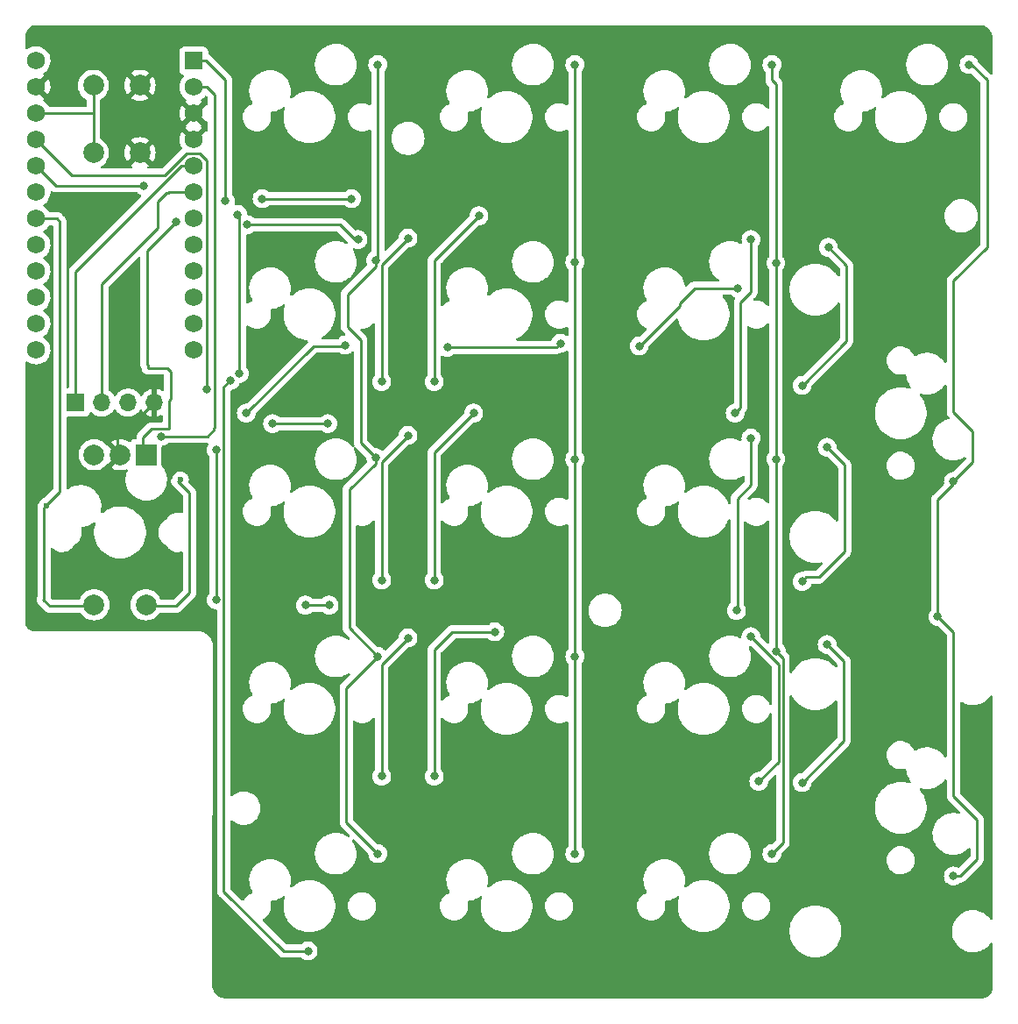
<source format=gtl>
G04 #@! TF.GenerationSoftware,KiCad,Pcbnew,(6.0.0)*
G04 #@! TF.CreationDate,2023-01-06T10:55:49+07:00*
G04 #@! TF.ProjectId,yampad_v2,79616d70-6164-45f7-9632-2e6b69636164,2.0*
G04 #@! TF.SameCoordinates,Original*
G04 #@! TF.FileFunction,Copper,L1,Top*
G04 #@! TF.FilePolarity,Positive*
%FSLAX46Y46*%
G04 Gerber Fmt 4.6, Leading zero omitted, Abs format (unit mm)*
G04 Created by KiCad (PCBNEW (6.0.0)) date 2023-01-06 10:55:49*
%MOMM*%
%LPD*%
G01*
G04 APERTURE LIST*
G04 #@! TA.AperFunction,ComponentPad*
%ADD10R,1.700000X1.700000*%
G04 #@! TD*
G04 #@! TA.AperFunction,ComponentPad*
%ADD11O,1.700000X1.700000*%
G04 #@! TD*
G04 #@! TA.AperFunction,ComponentPad*
%ADD12R,2.000000X2.000000*%
G04 #@! TD*
G04 #@! TA.AperFunction,ComponentPad*
%ADD13C,2.000000*%
G04 #@! TD*
G04 #@! TA.AperFunction,ComponentPad*
%ADD14C,0.600000*%
G04 #@! TD*
G04 #@! TA.AperFunction,ComponentPad*
%ADD15R,1.752600X1.752600*%
G04 #@! TD*
G04 #@! TA.AperFunction,ComponentPad*
%ADD16C,1.752600*%
G04 #@! TD*
G04 #@! TA.AperFunction,ViaPad*
%ADD17C,0.800000*%
G04 #@! TD*
G04 #@! TA.AperFunction,Conductor*
%ADD18C,0.250000*%
G04 #@! TD*
G04 APERTURE END LIST*
D10*
X71374000Y-97663000D03*
D11*
X73914000Y-97663000D03*
X76454000Y-97663000D03*
X78994000Y-97663000D03*
D12*
X78180000Y-102690000D03*
D13*
X73180000Y-102690000D03*
X75680000Y-102690000D03*
D14*
X68595000Y-107650000D03*
D13*
X73180000Y-117190000D03*
D14*
X81522000Y-105110000D03*
D13*
X78180000Y-117190000D03*
D15*
X82804000Y-64643000D03*
D16*
X82804000Y-67183000D03*
X82804000Y-69723000D03*
X82804000Y-72263000D03*
X82804000Y-74803000D03*
X82804000Y-77343000D03*
X82804000Y-79883000D03*
X82804000Y-82423000D03*
X82804000Y-84963000D03*
X82804000Y-87503000D03*
X82804000Y-90043000D03*
X82804000Y-92583000D03*
X67564000Y-92583000D03*
X67564000Y-90043000D03*
X67564000Y-87503000D03*
X67564000Y-84963000D03*
X67564000Y-82423000D03*
X67564000Y-79883000D03*
X67564000Y-77343000D03*
X67564000Y-74803000D03*
X67564000Y-72263000D03*
X67564000Y-69723000D03*
X67564000Y-67183000D03*
X67564000Y-64643000D03*
D13*
X77597000Y-67033000D03*
X77597000Y-73533000D03*
X73097000Y-67033000D03*
X73097000Y-73533000D03*
D17*
X106045000Y-95631000D03*
X106045000Y-114808000D03*
X111900000Y-119800000D03*
X90424000Y-99695000D03*
X136652000Y-120269000D03*
X109855000Y-98679000D03*
X135128000Y-98679000D03*
X136652000Y-81915000D03*
X135255000Y-117729000D03*
X95758000Y-99695000D03*
X137414000Y-134239000D03*
X136652000Y-101092000D03*
X84060000Y-96360000D03*
X106045000Y-133731000D03*
X110363000Y-79629000D03*
X70993000Y-78613000D03*
X93853000Y-150622000D03*
X86320000Y-95550000D03*
X100580000Y-122174000D03*
X100359835Y-102978749D03*
X100359835Y-83928749D03*
X100580000Y-65024000D03*
X87973347Y-80480347D03*
X98679000Y-81915000D03*
X100580000Y-141224000D03*
X119630000Y-84074000D03*
X119630000Y-103124000D03*
X119630000Y-122174000D03*
X119630000Y-65024000D03*
X119630000Y-141224000D03*
X139131153Y-121722847D03*
X135382000Y-86614000D03*
X139060901Y-84186073D03*
X139060901Y-103124000D03*
X138680000Y-141224000D03*
X125857000Y-92202000D03*
X118237000Y-91948000D03*
X107315000Y-92329000D03*
X97420000Y-92110000D03*
X87884000Y-98679000D03*
X138680000Y-65024000D03*
X157730000Y-65024000D03*
X156210000Y-143379000D03*
X95885000Y-117221000D03*
X93599000Y-117221000D03*
X84979999Y-102235000D03*
X154710000Y-118316002D03*
X156210000Y-105279000D03*
X84979999Y-116713000D03*
X77978000Y-76708000D03*
X98044000Y-77978000D03*
X89408000Y-77978000D03*
X100965000Y-95631000D03*
X103505000Y-81788000D03*
X100965000Y-114808000D03*
X103505000Y-100838000D03*
X100965000Y-133731000D03*
X103505000Y-120396000D03*
X141605000Y-134366000D03*
X144018000Y-121031000D03*
X141605000Y-114935000D03*
X144018000Y-101981000D03*
X141605000Y-96012000D03*
X144145000Y-82677000D03*
X79670000Y-100924500D03*
X81060000Y-80180000D03*
X85870000Y-78160000D03*
X87220000Y-94850000D03*
X87060000Y-79490000D03*
D18*
X106045000Y-121539000D02*
X106045000Y-133731000D01*
X111900000Y-119800000D02*
X107784000Y-119800000D01*
X107784000Y-119800000D02*
X106045000Y-121539000D01*
X90424000Y-99695000D02*
X95758000Y-99695000D01*
X84074000Y-96346000D02*
X84060000Y-96360000D01*
X136652000Y-86978000D02*
X136652000Y-81915000D01*
X82129616Y-73601699D02*
X83380625Y-73601699D01*
X110363000Y-79629000D02*
X106045000Y-83947000D01*
X135255000Y-117729000D02*
X135340000Y-117644000D01*
X71007657Y-75706657D02*
X80024658Y-75706657D01*
X106045000Y-83947000D02*
X106045000Y-95631000D01*
X67564000Y-72263000D02*
X71007657Y-75706657D01*
X84074000Y-74295074D02*
X84074000Y-96346000D01*
X135630000Y-88000000D02*
X136652000Y-86978000D01*
X135128000Y-98679000D02*
X135630000Y-98177000D01*
X135630000Y-98177000D02*
X135630000Y-88000000D01*
X139319000Y-132334000D02*
X139319000Y-122936000D01*
X137414000Y-134239000D02*
X139319000Y-132334000D01*
X139319000Y-122936000D02*
X136652000Y-120269000D01*
X106045000Y-102489000D02*
X106045000Y-114808000D01*
X136652000Y-105618000D02*
X136652000Y-101092000D01*
X135340000Y-117644000D02*
X135340000Y-106930000D01*
X80024658Y-75706657D02*
X82129616Y-73601699D01*
X135340000Y-106930000D02*
X136652000Y-105618000D01*
X109855000Y-98679000D02*
X106045000Y-102489000D01*
X83380625Y-73601699D02*
X84074000Y-74295074D01*
X78994000Y-97663000D02*
X76644500Y-100012500D01*
X76644500Y-100012500D02*
X75406250Y-100012500D01*
X75406250Y-100012500D02*
X75406250Y-102831250D01*
X85704999Y-96165001D02*
X85704999Y-144849333D01*
X91477666Y-150622000D02*
X93853000Y-150622000D01*
X86320000Y-95550000D02*
X85704999Y-96165001D01*
X85704999Y-144849333D02*
X91477666Y-150622000D01*
X82804000Y-74803000D02*
X81564725Y-74803000D01*
X71374000Y-84993725D02*
X71374000Y-96563000D01*
X71374000Y-96563000D02*
X71374000Y-97663000D01*
X81564725Y-74803000D02*
X71374000Y-84993725D01*
X80407000Y-77343000D02*
X82804000Y-77343000D01*
X79340000Y-80807000D02*
X73914000Y-86233000D01*
X80310000Y-77440000D02*
X80407000Y-77343000D01*
X79340000Y-78260000D02*
X80160000Y-77440000D01*
X73914000Y-86233000D02*
X73914000Y-97663000D01*
X79340000Y-78260000D02*
X79340000Y-80807000D01*
X80160000Y-77440000D02*
X80310000Y-77440000D01*
X100359835Y-83928749D02*
X100359835Y-84494434D01*
X97530000Y-138174000D02*
X100580000Y-141224000D01*
X98920000Y-91610000D02*
X98920000Y-101538914D01*
X100359835Y-84494434D02*
X97650000Y-87204269D01*
X98920000Y-101538914D02*
X100359835Y-102978749D01*
X98346086Y-81915000D02*
X98679000Y-81915000D01*
X100359835Y-103544434D02*
X97834579Y-106069690D01*
X97834579Y-119428579D02*
X100580000Y-122174000D01*
X97834579Y-106069690D02*
X97834579Y-119428579D01*
X100580000Y-122174000D02*
X97530000Y-125224000D01*
X97650000Y-87204269D02*
X97650000Y-90340000D01*
X100580000Y-65024000D02*
X100580000Y-83708584D01*
X96911433Y-80480347D02*
X98346086Y-81915000D01*
X97650000Y-90340000D02*
X98920000Y-91610000D01*
X97530000Y-125224000D02*
X97530000Y-138174000D01*
X87973347Y-80480347D02*
X96911433Y-80480347D01*
X100580000Y-83708584D02*
X100359835Y-83928749D01*
X100359835Y-102978749D02*
X100359835Y-103544434D01*
X119630000Y-122174000D02*
X119630000Y-141224000D01*
X119630000Y-103124000D02*
X119630000Y-122174000D01*
X119630000Y-84074000D02*
X119630000Y-103124000D01*
X119630000Y-65024000D02*
X119630000Y-84074000D01*
X129761099Y-88297901D02*
X129761099Y-88040927D01*
X139060901Y-84186073D02*
X139060901Y-103124000D01*
X117856000Y-92329000D02*
X118237000Y-91948000D01*
X131188026Y-86614000D02*
X135382000Y-86614000D01*
X97420000Y-92110000D02*
X97328000Y-92202000D01*
X97328000Y-92202000D02*
X94361000Y-92202000D01*
X129761099Y-88040927D02*
X131188026Y-86614000D01*
X139060901Y-66904901D02*
X139060901Y-84186073D01*
X107315000Y-92329000D02*
X117856000Y-92329000D01*
X139060901Y-103124000D02*
X139060901Y-121652595D01*
X125857000Y-92202000D02*
X129761099Y-88297901D01*
X138680000Y-66524000D02*
X139060901Y-66904901D01*
X139060901Y-121652595D02*
X139131153Y-121722847D01*
X94361000Y-92202000D02*
X87884000Y-98679000D01*
X139131153Y-121722847D02*
X139769010Y-122360704D01*
X138680000Y-65024000D02*
X138680000Y-66524000D01*
X139769010Y-122360704D02*
X139769010Y-140134990D01*
X139769010Y-140134990D02*
X138680000Y-141224000D01*
X158510000Y-141750000D02*
X156881000Y-143379000D01*
X156881000Y-143379000D02*
X156210000Y-143379000D01*
X158510000Y-137930000D02*
X158510000Y-141750000D01*
X159480000Y-66524000D02*
X159480000Y-82639478D01*
X157980000Y-65024000D02*
X159480000Y-66524000D01*
X156200000Y-98558026D02*
X158084521Y-100442547D01*
X157730000Y-65024000D02*
X157980000Y-65024000D01*
X93599000Y-117221000D02*
X95885000Y-117221000D01*
X159480000Y-82639478D02*
X156200000Y-85919478D01*
X154710000Y-107029000D02*
X154710000Y-118316002D01*
X156210000Y-105279000D02*
X156210000Y-105529000D01*
X156210000Y-119816002D02*
X156210000Y-135630000D01*
X158084521Y-100442547D02*
X158084521Y-103404479D01*
X156210000Y-135630000D02*
X158510000Y-137930000D01*
X84979999Y-102235000D02*
X84979999Y-116713000D01*
X156200000Y-85919478D02*
X156200000Y-98558026D01*
X158084521Y-103404479D02*
X156210000Y-105279000D01*
X156210000Y-105529000D02*
X154710000Y-107029000D01*
X154710000Y-118316002D02*
X156210000Y-119816002D01*
X69469000Y-76708000D02*
X77978000Y-76708000D01*
X67564000Y-74803000D02*
X69469000Y-76708000D01*
X89408000Y-77978000D02*
X98044000Y-77978000D01*
X103505000Y-81788000D02*
X100965000Y-84328000D01*
X100965000Y-84328000D02*
X100965000Y-95631000D01*
X103505000Y-100838000D02*
X100965000Y-103378000D01*
X100965000Y-103378000D02*
X100965000Y-114808000D01*
X100965000Y-122936000D02*
X100965000Y-133731000D01*
X103505000Y-120396000D02*
X100965000Y-122936000D01*
X145630000Y-122643000D02*
X144018000Y-121031000D01*
X145630000Y-130341000D02*
X145630000Y-122643000D01*
X141605000Y-134366000D02*
X145630000Y-130341000D01*
X145710000Y-103673000D02*
X144018000Y-101981000D01*
X145710000Y-112030000D02*
X145710000Y-103673000D01*
X142004999Y-114535001D02*
X143204999Y-114535001D01*
X143204999Y-114535001D02*
X145710000Y-112030000D01*
X141605000Y-114935000D02*
X142004999Y-114535001D01*
X141605000Y-96012000D02*
X145880000Y-91737000D01*
X145880000Y-91737000D02*
X145880000Y-84412000D01*
X145880000Y-84412000D02*
X144145000Y-82677000D01*
X68803275Y-69723000D02*
X73097000Y-69723000D01*
X73097000Y-69723000D02*
X73097000Y-73533000D01*
X67564000Y-69723000D02*
X68803275Y-69723000D01*
X73097000Y-68447213D02*
X73097000Y-69723000D01*
X73097000Y-67033000D02*
X73097000Y-68447213D01*
X68321250Y-116622500D02*
X68321250Y-107791250D01*
X72906250Y-117331250D02*
X68912500Y-117331250D01*
X68912500Y-117331250D02*
X68262500Y-116681250D01*
X67564000Y-79883000D02*
X69564250Y-79883000D01*
X69850000Y-106262500D02*
X68321250Y-107791250D01*
X69564250Y-79883000D02*
X69850000Y-80168750D01*
X69850000Y-80168750D02*
X69850000Y-106262500D01*
X68262500Y-116681250D02*
X68321250Y-116622500D01*
X84780000Y-100270000D02*
X84780000Y-100090000D01*
X84798511Y-67898511D02*
X84083000Y-67183000D01*
X84125500Y-100924500D02*
X79670000Y-100924500D01*
X84083000Y-67183000D02*
X82804000Y-67183000D01*
X84780000Y-100090000D02*
X84798511Y-100071489D01*
X84798511Y-100071489D02*
X84798511Y-67898511D01*
X84780000Y-100270000D02*
X84125500Y-100924500D01*
X80430000Y-97437990D02*
X80580000Y-97287990D01*
X80580000Y-97287990D02*
X80580000Y-94650000D01*
X80240000Y-94310000D02*
X78390000Y-94310000D01*
X85870000Y-78160000D02*
X85870000Y-66510000D01*
X77906250Y-102831250D02*
X77906250Y-101023750D01*
X78730000Y-100200000D02*
X80430000Y-100200000D01*
X78390000Y-94060000D02*
X78280000Y-93950000D01*
X84003000Y-64643000D02*
X82804000Y-64643000D01*
X78280000Y-82960000D02*
X81060000Y-80180000D01*
X78280000Y-93950000D02*
X78280000Y-82960000D01*
X77906250Y-101023750D02*
X78730000Y-100200000D01*
X80580000Y-94650000D02*
X80240000Y-94310000D01*
X80430000Y-100200000D02*
X80430000Y-97437990D01*
X78390000Y-94310000D02*
X78390000Y-94060000D01*
X85870000Y-66510000D02*
X84003000Y-64643000D01*
X81106250Y-117331250D02*
X82404520Y-116032980D01*
X82404520Y-106407520D02*
X81248250Y-105251250D01*
X77906250Y-117331250D02*
X81106250Y-117331250D01*
X82404520Y-116032980D02*
X82404520Y-106407520D01*
X87060000Y-79490000D02*
X87220000Y-79650000D01*
X87220000Y-79650000D02*
X87220000Y-94850000D01*
G04 #@! TA.AperFunction,Conductor*
G36*
X158720057Y-61215500D02*
G01*
X158734858Y-61217805D01*
X158734861Y-61217805D01*
X158743730Y-61219186D01*
X158752631Y-61218022D01*
X158752638Y-61218022D01*
X158757766Y-61217351D01*
X158783989Y-61216675D01*
X158938787Y-61228858D01*
X158958314Y-61231951D01*
X159132816Y-61273845D01*
X159151610Y-61279951D01*
X159317411Y-61348629D01*
X159335016Y-61357599D01*
X159436358Y-61419701D01*
X159488036Y-61451369D01*
X159504024Y-61462985D01*
X159640486Y-61579534D01*
X159654464Y-61593512D01*
X159771015Y-61729976D01*
X159782629Y-61745962D01*
X159876401Y-61898984D01*
X159885371Y-61916589D01*
X159946661Y-62064554D01*
X159954047Y-62082385D01*
X159960155Y-62101184D01*
X159991081Y-62230000D01*
X160002049Y-62275685D01*
X160005142Y-62295213D01*
X160016774Y-62443012D01*
X160016133Y-62459881D01*
X160016305Y-62459883D01*
X160016195Y-62468859D01*
X160014814Y-62477730D01*
X160015978Y-62486632D01*
X160015978Y-62486635D01*
X160018936Y-62509251D01*
X160020000Y-62525589D01*
X160020000Y-65863905D01*
X159999998Y-65932026D01*
X159946342Y-65978519D01*
X159876068Y-65988623D01*
X159811488Y-65959129D01*
X159804905Y-65953000D01*
X158614882Y-64762977D01*
X158584144Y-64712819D01*
X158566568Y-64658726D01*
X158564527Y-64652444D01*
X158559075Y-64643000D01*
X158472341Y-64492774D01*
X158469040Y-64487056D01*
X158341253Y-64345134D01*
X158211341Y-64250747D01*
X158192094Y-64236763D01*
X158192093Y-64236762D01*
X158186752Y-64232882D01*
X158180724Y-64230198D01*
X158180722Y-64230197D01*
X158018319Y-64157891D01*
X158018318Y-64157891D01*
X158012288Y-64155206D01*
X157902365Y-64131841D01*
X157831944Y-64116872D01*
X157831939Y-64116872D01*
X157825487Y-64115500D01*
X157634513Y-64115500D01*
X157628061Y-64116872D01*
X157628056Y-64116872D01*
X157557635Y-64131841D01*
X157447712Y-64155206D01*
X157441682Y-64157891D01*
X157441681Y-64157891D01*
X157279278Y-64230197D01*
X157279276Y-64230198D01*
X157273248Y-64232882D01*
X157267907Y-64236762D01*
X157267906Y-64236763D01*
X157248659Y-64250747D01*
X157118747Y-64345134D01*
X156990960Y-64487056D01*
X156987659Y-64492774D01*
X156900926Y-64643000D01*
X156895473Y-64652444D01*
X156836458Y-64834072D01*
X156835768Y-64840633D01*
X156835768Y-64840635D01*
X156824340Y-64949364D01*
X156816496Y-65024000D01*
X156817186Y-65030565D01*
X156830703Y-65159168D01*
X156836458Y-65213928D01*
X156895473Y-65395556D01*
X156990960Y-65560944D01*
X156995375Y-65565847D01*
X156995379Y-65565852D01*
X157114325Y-65697955D01*
X157118747Y-65702866D01*
X157205650Y-65766005D01*
X157252015Y-65799691D01*
X157273248Y-65815118D01*
X157279276Y-65817802D01*
X157279278Y-65817803D01*
X157424728Y-65882561D01*
X157447712Y-65892794D01*
X157530687Y-65910431D01*
X157628056Y-65931128D01*
X157628061Y-65931128D01*
X157634513Y-65932500D01*
X157825487Y-65932500D01*
X157831939Y-65931128D01*
X157831944Y-65931128D01*
X157896386Y-65917430D01*
X157967177Y-65922832D01*
X158011678Y-65951582D01*
X158809595Y-66749499D01*
X158843621Y-66811811D01*
X158846500Y-66838594D01*
X158846500Y-82324883D01*
X158826498Y-82393004D01*
X158809595Y-82413978D01*
X155807747Y-85415826D01*
X155799461Y-85423366D01*
X155792982Y-85427478D01*
X155787557Y-85433255D01*
X155746357Y-85477129D01*
X155743602Y-85479971D01*
X155723865Y-85499708D01*
X155721385Y-85502905D01*
X155713682Y-85511925D01*
X155683414Y-85544157D01*
X155679595Y-85551103D01*
X155679593Y-85551106D01*
X155673652Y-85561912D01*
X155662801Y-85578431D01*
X155650386Y-85594437D01*
X155647241Y-85601706D01*
X155647238Y-85601710D01*
X155632826Y-85635015D01*
X155627609Y-85645665D01*
X155606305Y-85684418D01*
X155604334Y-85692093D01*
X155604334Y-85692094D01*
X155601267Y-85704040D01*
X155594863Y-85722744D01*
X155591126Y-85731381D01*
X155586819Y-85741333D01*
X155585580Y-85749156D01*
X155585577Y-85749166D01*
X155579901Y-85785002D01*
X155577495Y-85796622D01*
X155570753Y-85822882D01*
X155566500Y-85839448D01*
X155566500Y-85859702D01*
X155564949Y-85879412D01*
X155561780Y-85899421D01*
X155562526Y-85907313D01*
X155565941Y-85943439D01*
X155566500Y-85955297D01*
X155566500Y-93676765D01*
X155546498Y-93744886D01*
X155492842Y-93791379D01*
X155422568Y-93801483D01*
X155357988Y-93771989D01*
X155336041Y-93747223D01*
X155329553Y-93737604D01*
X155256585Y-93629424D01*
X155232651Y-93602842D01*
X155071566Y-93423940D01*
X155068629Y-93420678D01*
X155048365Y-93403674D01*
X154925919Y-93300930D01*
X154853450Y-93240121D01*
X154615236Y-93091269D01*
X154435376Y-93011190D01*
X154362639Y-92978805D01*
X154362637Y-92978804D01*
X154358625Y-92977018D01*
X154185414Y-92927351D01*
X154092837Y-92900805D01*
X154092836Y-92900805D01*
X154088610Y-92899593D01*
X154084260Y-92898982D01*
X154084257Y-92898981D01*
X153976870Y-92883889D01*
X153810448Y-92860500D01*
X153599854Y-92860500D01*
X153597668Y-92860653D01*
X153597664Y-92860653D01*
X153394173Y-92874882D01*
X153394168Y-92874883D01*
X153389788Y-92875189D01*
X153115030Y-92933591D01*
X153110901Y-92935094D01*
X153110897Y-92935095D01*
X152855219Y-93028154D01*
X152855215Y-93028156D01*
X152851074Y-93029663D01*
X152603058Y-93161536D01*
X152599499Y-93164122D01*
X152599497Y-93164123D01*
X152591444Y-93169974D01*
X152524576Y-93193833D01*
X152455424Y-93177752D01*
X152405944Y-93126838D01*
X152400191Y-93114320D01*
X152367575Y-93031733D01*
X152352033Y-92992378D01*
X152232353Y-92795151D01*
X152220447Y-92781430D01*
X152084653Y-92624941D01*
X152084651Y-92624939D01*
X152081153Y-92620908D01*
X152015738Y-92567271D01*
X151906885Y-92478016D01*
X151906879Y-92478012D01*
X151902757Y-92474632D01*
X151702265Y-92360506D01*
X151697249Y-92358685D01*
X151697244Y-92358683D01*
X151490425Y-92283611D01*
X151490421Y-92283610D01*
X151485410Y-92281791D01*
X151480161Y-92280842D01*
X151480158Y-92280841D01*
X151262477Y-92241478D01*
X151262470Y-92241477D01*
X151258393Y-92240740D01*
X151240656Y-92239904D01*
X151235708Y-92239670D01*
X151235701Y-92239670D01*
X151234220Y-92239600D01*
X151072075Y-92239600D01*
X151005119Y-92245281D01*
X150905438Y-92253739D01*
X150905434Y-92253740D01*
X150900127Y-92254190D01*
X150894972Y-92255528D01*
X150894966Y-92255529D01*
X150681997Y-92310805D01*
X150681993Y-92310806D01*
X150676828Y-92312147D01*
X150671962Y-92314339D01*
X150671959Y-92314340D01*
X150485783Y-92398206D01*
X150466485Y-92406899D01*
X150462065Y-92409875D01*
X150462061Y-92409877D01*
X150403199Y-92449506D01*
X150275115Y-92535738D01*
X150108188Y-92694978D01*
X150105000Y-92699263D01*
X149974108Y-92875189D01*
X149970479Y-92880066D01*
X149964681Y-92891469D01*
X149913377Y-92992378D01*
X149865923Y-93085712D01*
X149842379Y-93161536D01*
X149799095Y-93300930D01*
X149799094Y-93300936D01*
X149797511Y-93306033D01*
X149767200Y-93534732D01*
X149775854Y-93765268D01*
X149823228Y-93991050D01*
X149825186Y-93996009D01*
X149825187Y-93996011D01*
X149843337Y-94041970D01*
X149907967Y-94205622D01*
X150027647Y-94402849D01*
X150031144Y-94406879D01*
X150148824Y-94542493D01*
X150178847Y-94577092D01*
X150214291Y-94606154D01*
X150353115Y-94719984D01*
X150353121Y-94719988D01*
X150357243Y-94723368D01*
X150557735Y-94837494D01*
X150562751Y-94839315D01*
X150562756Y-94839317D01*
X150769575Y-94914389D01*
X150769579Y-94914390D01*
X150774590Y-94916209D01*
X150779839Y-94917158D01*
X150779842Y-94917159D01*
X150997523Y-94956522D01*
X150997530Y-94956523D01*
X151001607Y-94957260D01*
X151019344Y-94958096D01*
X151024292Y-94958330D01*
X151024299Y-94958330D01*
X151025780Y-94958400D01*
X151187925Y-94958400D01*
X151254881Y-94952719D01*
X151354562Y-94944261D01*
X151354566Y-94944260D01*
X151359873Y-94943810D01*
X151365028Y-94942472D01*
X151365034Y-94942471D01*
X151508073Y-94905345D01*
X151579034Y-94907592D01*
X151637515Y-94947847D01*
X151664950Y-95013329D01*
X151665650Y-95022906D01*
X151667176Y-95066595D01*
X151667625Y-95079458D01*
X151668387Y-95083781D01*
X151668388Y-95083788D01*
X151678865Y-95143206D01*
X151716402Y-95356087D01*
X151803203Y-95623235D01*
X151805131Y-95627188D01*
X151805133Y-95627193D01*
X151845545Y-95710048D01*
X151926340Y-95875702D01*
X151928795Y-95879341D01*
X151928798Y-95879347D01*
X151983727Y-95960782D01*
X152083415Y-96108576D01*
X152086363Y-96111850D01*
X152089069Y-96115314D01*
X152088092Y-96116077D01*
X152116436Y-96175150D01*
X152107667Y-96245603D01*
X152062200Y-96300131D01*
X151994471Y-96321421D01*
X151953145Y-96315277D01*
X151948443Y-96313749D01*
X151753552Y-96250425D01*
X151444254Y-96191423D01*
X151350700Y-96185537D01*
X151210642Y-96176725D01*
X151210626Y-96176724D01*
X151208647Y-96176600D01*
X151051353Y-96176600D01*
X151049374Y-96176724D01*
X151049358Y-96176725D01*
X150909300Y-96185537D01*
X150815746Y-96191423D01*
X150506448Y-96250425D01*
X150341722Y-96303948D01*
X150241045Y-96336660D01*
X150206984Y-96347727D01*
X150203398Y-96349414D01*
X150203394Y-96349416D01*
X149925662Y-96480106D01*
X149925655Y-96480110D01*
X149922076Y-96481794D01*
X149656218Y-96650513D01*
X149413602Y-96851222D01*
X149198055Y-97080756D01*
X149012976Y-97335496D01*
X149011069Y-97338965D01*
X149011067Y-97338968D01*
X148888569Y-97561792D01*
X148861284Y-97611423D01*
X148745370Y-97904187D01*
X148667064Y-98209170D01*
X148627600Y-98521562D01*
X148627600Y-98836438D01*
X148667064Y-99148830D01*
X148745370Y-99453813D01*
X148861284Y-99746577D01*
X148863186Y-99750036D01*
X148863187Y-99750039D01*
X148961847Y-99929500D01*
X149012976Y-100022504D01*
X149109422Y-100155251D01*
X149185442Y-100259883D01*
X149198055Y-100277244D01*
X149413602Y-100506778D01*
X149656218Y-100707487D01*
X149922076Y-100876206D01*
X149925655Y-100877890D01*
X149925662Y-100877894D01*
X150203394Y-101008584D01*
X150203398Y-101008586D01*
X150206984Y-101010273D01*
X150210756Y-101011499D01*
X150210757Y-101011499D01*
X150261320Y-101027928D01*
X150506448Y-101107575D01*
X150815746Y-101166577D01*
X150909300Y-101172463D01*
X151049358Y-101181275D01*
X151049374Y-101181276D01*
X151051353Y-101181400D01*
X151208647Y-101181400D01*
X151210626Y-101181276D01*
X151210642Y-101181275D01*
X151350700Y-101172463D01*
X151444254Y-101166577D01*
X151753552Y-101107575D01*
X151998680Y-101027928D01*
X152049243Y-101011499D01*
X152049244Y-101011499D01*
X152053016Y-101010273D01*
X152056602Y-101008586D01*
X152056606Y-101008584D01*
X152334338Y-100877894D01*
X152334345Y-100877890D01*
X152337924Y-100876206D01*
X152603782Y-100707487D01*
X152846398Y-100506778D01*
X153061945Y-100277244D01*
X153074559Y-100259883D01*
X153150578Y-100155251D01*
X153247024Y-100022504D01*
X153298154Y-99929500D01*
X153396813Y-99750039D01*
X153396814Y-99750036D01*
X153398716Y-99746577D01*
X153514630Y-99453813D01*
X153592936Y-99148830D01*
X153632400Y-98836438D01*
X153632400Y-98521562D01*
X153592936Y-98209170D01*
X153514630Y-97904187D01*
X153398716Y-97611423D01*
X153371431Y-97561792D01*
X153248933Y-97338968D01*
X153248931Y-97338965D01*
X153247024Y-97335496D01*
X153061945Y-97080756D01*
X152993831Y-97008222D01*
X152961780Y-96944872D01*
X152969067Y-96874250D01*
X153013378Y-96818779D01*
X153080644Y-96796070D01*
X153120411Y-96800850D01*
X153241660Y-96835617D01*
X153251390Y-96838407D01*
X153255740Y-96839018D01*
X153255743Y-96839019D01*
X153358690Y-96853487D01*
X153529552Y-96877500D01*
X153740146Y-96877500D01*
X153742332Y-96877347D01*
X153742336Y-96877347D01*
X153945827Y-96863118D01*
X153945832Y-96863117D01*
X153950212Y-96862811D01*
X154224970Y-96804409D01*
X154229099Y-96802906D01*
X154229103Y-96802905D01*
X154484781Y-96709846D01*
X154484785Y-96709844D01*
X154488926Y-96708337D01*
X154736942Y-96576464D01*
X154740503Y-96573877D01*
X154960629Y-96413947D01*
X154960632Y-96413944D01*
X154964192Y-96411358D01*
X154970557Y-96405212D01*
X155149147Y-96232749D01*
X155166252Y-96216231D01*
X155339188Y-95994882D01*
X155340127Y-95995616D01*
X155390712Y-95953711D01*
X155461192Y-95945168D01*
X155525103Y-95976085D01*
X155562153Y-96036648D01*
X155566500Y-96069457D01*
X155566500Y-98479259D01*
X155565973Y-98490442D01*
X155564298Y-98497935D01*
X155564547Y-98505861D01*
X155564547Y-98505862D01*
X155566438Y-98566012D01*
X155566500Y-98569971D01*
X155566500Y-98597882D01*
X155566997Y-98601816D01*
X155566997Y-98601817D01*
X155567005Y-98601882D01*
X155567938Y-98613719D01*
X155569327Y-98657915D01*
X155574978Y-98677365D01*
X155578987Y-98696726D01*
X155581526Y-98716823D01*
X155584445Y-98724194D01*
X155584445Y-98724196D01*
X155597804Y-98757938D01*
X155601649Y-98769168D01*
X155603729Y-98776327D01*
X155613982Y-98811619D01*
X155618015Y-98818438D01*
X155618017Y-98818443D01*
X155624293Y-98829054D01*
X155632988Y-98846802D01*
X155640448Y-98865643D01*
X155645110Y-98872059D01*
X155645110Y-98872060D01*
X155666436Y-98901413D01*
X155672952Y-98911333D01*
X155685278Y-98932174D01*
X155695458Y-98949388D01*
X155709779Y-98963709D01*
X155722619Y-98978742D01*
X155734528Y-98995133D01*
X155740634Y-99000184D01*
X155768605Y-99023324D01*
X155777384Y-99031314D01*
X155799896Y-99053826D01*
X155833922Y-99116138D01*
X155828857Y-99186953D01*
X155786310Y-99243789D01*
X155736998Y-99266168D01*
X155655030Y-99283591D01*
X155650901Y-99285094D01*
X155650897Y-99285095D01*
X155395219Y-99378154D01*
X155395215Y-99378156D01*
X155391074Y-99379663D01*
X155143058Y-99511536D01*
X155139499Y-99514122D01*
X155139497Y-99514123D01*
X154920894Y-99672947D01*
X154915808Y-99676642D01*
X154912644Y-99679698D01*
X154912641Y-99679700D01*
X154874227Y-99716796D01*
X154713748Y-99871769D01*
X154540812Y-100093118D01*
X154538616Y-100096922D01*
X154538611Y-100096929D01*
X154428227Y-100288121D01*
X154400364Y-100336381D01*
X154295138Y-100596824D01*
X154294073Y-100601097D01*
X154294072Y-100601099D01*
X154233110Y-100845605D01*
X154227183Y-100869376D01*
X154226724Y-100873744D01*
X154226723Y-100873749D01*
X154201053Y-101117988D01*
X154197822Y-101148733D01*
X154197975Y-101153121D01*
X154197975Y-101153127D01*
X154207174Y-101416536D01*
X154207625Y-101429458D01*
X154208387Y-101433781D01*
X154208388Y-101433788D01*
X154234114Y-101579684D01*
X154256402Y-101706087D01*
X154343203Y-101973235D01*
X154345131Y-101977188D01*
X154345133Y-101977193D01*
X154393871Y-102077120D01*
X154466340Y-102225702D01*
X154468795Y-102229341D01*
X154468798Y-102229347D01*
X154518869Y-102303580D01*
X154623415Y-102458576D01*
X154626360Y-102461847D01*
X154626361Y-102461848D01*
X154718885Y-102564606D01*
X154811371Y-102667322D01*
X154814733Y-102670143D01*
X154814734Y-102670144D01*
X154845236Y-102695738D01*
X155026550Y-102847879D01*
X155264764Y-102996731D01*
X155382975Y-103049362D01*
X155473991Y-103089885D01*
X155521375Y-103110982D01*
X155589670Y-103130565D01*
X155683932Y-103157594D01*
X155791390Y-103188407D01*
X155795740Y-103189018D01*
X155795743Y-103189019D01*
X155898690Y-103203487D01*
X156069552Y-103227500D01*
X156280146Y-103227500D01*
X156282332Y-103227347D01*
X156282336Y-103227347D01*
X156485827Y-103213118D01*
X156485832Y-103213117D01*
X156490212Y-103212811D01*
X156764970Y-103154409D01*
X156769099Y-103152906D01*
X156769103Y-103152905D01*
X157024781Y-103059846D01*
X157024785Y-103059844D01*
X157028926Y-103058337D01*
X157136977Y-103000885D01*
X157265867Y-102932353D01*
X157335405Y-102918033D01*
X157401646Y-102943581D01*
X157443558Y-103000885D01*
X157451021Y-103043604D01*
X157451021Y-103089885D01*
X157431019Y-103158006D01*
X157414116Y-103178980D01*
X156259500Y-104333595D01*
X156197188Y-104367621D01*
X156170405Y-104370500D01*
X156114513Y-104370500D01*
X156108061Y-104371872D01*
X156108056Y-104371872D01*
X156021112Y-104390353D01*
X155927712Y-104410206D01*
X155921682Y-104412891D01*
X155921681Y-104412891D01*
X155759278Y-104485197D01*
X155759276Y-104485198D01*
X155753248Y-104487882D01*
X155598747Y-104600134D01*
X155594326Y-104605044D01*
X155594325Y-104605045D01*
X155475430Y-104737092D01*
X155470960Y-104742056D01*
X155375473Y-104907444D01*
X155316458Y-105089072D01*
X155315768Y-105095633D01*
X155315768Y-105095635D01*
X155311871Y-105132717D01*
X155296496Y-105279000D01*
X155315481Y-105459624D01*
X155315665Y-105461379D01*
X155302893Y-105531218D01*
X155279450Y-105563645D01*
X154317747Y-106525348D01*
X154309461Y-106532888D01*
X154302982Y-106537000D01*
X154297557Y-106542777D01*
X154256357Y-106586651D01*
X154253602Y-106589493D01*
X154233865Y-106609230D01*
X154231385Y-106612427D01*
X154223682Y-106621447D01*
X154193414Y-106653679D01*
X154189595Y-106660625D01*
X154189593Y-106660628D01*
X154183652Y-106671434D01*
X154172801Y-106687953D01*
X154160386Y-106703959D01*
X154157241Y-106711228D01*
X154157238Y-106711232D01*
X154142826Y-106744537D01*
X154137609Y-106755187D01*
X154116305Y-106793940D01*
X154114334Y-106801615D01*
X154114334Y-106801616D01*
X154111267Y-106813562D01*
X154104863Y-106832266D01*
X154096819Y-106850855D01*
X154095580Y-106858678D01*
X154095577Y-106858688D01*
X154089901Y-106894524D01*
X154087495Y-106906144D01*
X154081378Y-106929971D01*
X154076500Y-106948970D01*
X154076500Y-106969224D01*
X154074949Y-106988934D01*
X154071780Y-107008943D01*
X154072526Y-107016835D01*
X154075941Y-107052961D01*
X154076500Y-107064819D01*
X154076500Y-117613478D01*
X154056498Y-117681599D01*
X154044142Y-117697781D01*
X153970960Y-117779058D01*
X153875473Y-117944446D01*
X153816458Y-118126074D01*
X153815768Y-118132635D01*
X153815768Y-118132637D01*
X153805324Y-118232009D01*
X153796496Y-118316002D01*
X153797186Y-118322567D01*
X153811765Y-118461274D01*
X153816458Y-118505930D01*
X153875473Y-118687558D01*
X153970960Y-118852946D01*
X153975378Y-118857853D01*
X153975379Y-118857854D01*
X154071398Y-118964494D01*
X154098747Y-118994868D01*
X154253248Y-119107120D01*
X154259276Y-119109804D01*
X154259278Y-119109805D01*
X154420367Y-119181526D01*
X154427712Y-119184796D01*
X154506994Y-119201648D01*
X154608056Y-119223130D01*
X154608061Y-119223130D01*
X154614513Y-119224502D01*
X154670406Y-119224502D01*
X154738527Y-119244504D01*
X154759501Y-119261407D01*
X155539595Y-120041501D01*
X155573621Y-120103813D01*
X155576500Y-120130596D01*
X155576500Y-131791590D01*
X155556498Y-131859711D01*
X155502842Y-131906204D01*
X155432568Y-131916308D01*
X155367988Y-131886814D01*
X155346041Y-131862048D01*
X155298516Y-131791590D01*
X155256585Y-131729424D01*
X155068629Y-131520678D01*
X154853450Y-131340121D01*
X154615236Y-131191269D01*
X154358625Y-131077018D01*
X154088610Y-130999593D01*
X154084260Y-130998982D01*
X154084257Y-130998981D01*
X153981310Y-130984513D01*
X153810448Y-130960500D01*
X153599854Y-130960500D01*
X153597668Y-130960653D01*
X153597664Y-130960653D01*
X153394173Y-130974882D01*
X153394168Y-130974883D01*
X153389788Y-130975189D01*
X153115030Y-131033591D01*
X153110901Y-131035094D01*
X153110897Y-131035095D01*
X152855219Y-131128154D01*
X152855215Y-131128156D01*
X152851074Y-131129663D01*
X152603058Y-131261536D01*
X152599499Y-131264122D01*
X152599497Y-131264123D01*
X152591444Y-131269974D01*
X152524576Y-131293833D01*
X152455424Y-131277752D01*
X152405944Y-131226838D01*
X152400191Y-131214320D01*
X152367575Y-131131733D01*
X152352033Y-131092378D01*
X152232353Y-130895151D01*
X152145428Y-130794978D01*
X152084653Y-130724941D01*
X152084651Y-130724939D01*
X152081153Y-130720908D01*
X152014237Y-130666040D01*
X151906885Y-130578016D01*
X151906879Y-130578012D01*
X151902757Y-130574632D01*
X151702265Y-130460506D01*
X151697249Y-130458685D01*
X151697244Y-130458683D01*
X151490425Y-130383611D01*
X151490421Y-130383610D01*
X151485410Y-130381791D01*
X151480161Y-130380842D01*
X151480158Y-130380841D01*
X151262477Y-130341478D01*
X151262470Y-130341477D01*
X151258393Y-130340740D01*
X151240656Y-130339904D01*
X151235708Y-130339670D01*
X151235701Y-130339670D01*
X151234220Y-130339600D01*
X151072075Y-130339600D01*
X151005119Y-130345281D01*
X150905438Y-130353739D01*
X150905434Y-130353740D01*
X150900127Y-130354190D01*
X150894972Y-130355528D01*
X150894966Y-130355529D01*
X150681997Y-130410805D01*
X150681993Y-130410806D01*
X150676828Y-130412147D01*
X150671962Y-130414339D01*
X150671959Y-130414340D01*
X150549262Y-130469611D01*
X150466485Y-130506899D01*
X150462065Y-130509875D01*
X150462061Y-130509877D01*
X150375163Y-130568381D01*
X150275115Y-130635738D01*
X150108188Y-130794978D01*
X150105000Y-130799263D01*
X149974108Y-130975189D01*
X149970479Y-130980066D01*
X149968064Y-130984816D01*
X149913377Y-131092378D01*
X149865923Y-131185712D01*
X149842379Y-131261536D01*
X149799095Y-131400930D01*
X149799094Y-131400936D01*
X149797511Y-131406033D01*
X149767200Y-131634732D01*
X149775854Y-131865268D01*
X149823228Y-132091050D01*
X149907967Y-132305622D01*
X150027647Y-132502849D01*
X150178847Y-132677092D01*
X150182978Y-132680479D01*
X150353115Y-132819984D01*
X150353121Y-132819988D01*
X150357243Y-132823368D01*
X150557735Y-132937494D01*
X150562751Y-132939315D01*
X150562756Y-132939317D01*
X150769575Y-133014389D01*
X150769579Y-133014390D01*
X150774590Y-133016209D01*
X150779839Y-133017158D01*
X150779842Y-133017159D01*
X150997523Y-133056522D01*
X150997530Y-133056523D01*
X151001607Y-133057260D01*
X151019344Y-133058096D01*
X151024292Y-133058330D01*
X151024299Y-133058330D01*
X151025780Y-133058400D01*
X151187925Y-133058400D01*
X151254881Y-133052719D01*
X151354562Y-133044261D01*
X151354566Y-133044260D01*
X151359873Y-133043810D01*
X151365028Y-133042472D01*
X151365034Y-133042471D01*
X151508073Y-133005345D01*
X151579034Y-133007592D01*
X151637515Y-133047847D01*
X151664950Y-133113329D01*
X151665650Y-133122906D01*
X151667625Y-133179458D01*
X151716402Y-133456087D01*
X151803203Y-133723235D01*
X151926340Y-133975702D01*
X151928795Y-133979341D01*
X151928798Y-133979347D01*
X151979857Y-134055045D01*
X152083415Y-134208576D01*
X152086363Y-134211850D01*
X152089069Y-134215314D01*
X152088092Y-134216077D01*
X152116436Y-134275150D01*
X152107667Y-134345603D01*
X152062200Y-134400131D01*
X151994471Y-134421421D01*
X151953145Y-134415277D01*
X151948443Y-134413749D01*
X151753552Y-134350425D01*
X151444254Y-134291423D01*
X151350700Y-134285537D01*
X151210642Y-134276725D01*
X151210626Y-134276724D01*
X151208647Y-134276600D01*
X151051353Y-134276600D01*
X151049374Y-134276724D01*
X151049358Y-134276725D01*
X150909300Y-134285537D01*
X150815746Y-134291423D01*
X150506448Y-134350425D01*
X150502671Y-134351652D01*
X150502672Y-134351652D01*
X150245520Y-134435206D01*
X150206984Y-134447727D01*
X150203398Y-134449414D01*
X150203394Y-134449416D01*
X149925662Y-134580106D01*
X149925655Y-134580110D01*
X149922076Y-134581794D01*
X149656218Y-134750513D01*
X149413602Y-134951222D01*
X149198055Y-135180756D01*
X149195728Y-135183958D01*
X149195727Y-135183960D01*
X149156580Y-135237841D01*
X149012976Y-135435496D01*
X149011069Y-135438965D01*
X149011067Y-135438968D01*
X148878691Y-135679760D01*
X148861284Y-135711423D01*
X148745370Y-136004187D01*
X148667064Y-136309170D01*
X148627600Y-136621562D01*
X148627600Y-136936438D01*
X148667064Y-137248830D01*
X148745370Y-137553813D01*
X148861284Y-137846577D01*
X148863186Y-137850036D01*
X148863187Y-137850039D01*
X149004504Y-138107093D01*
X149012976Y-138122504D01*
X149198055Y-138377244D01*
X149413602Y-138606778D01*
X149656218Y-138807487D01*
X149922076Y-138976206D01*
X149925655Y-138977890D01*
X149925662Y-138977894D01*
X150203394Y-139108584D01*
X150203398Y-139108586D01*
X150206984Y-139110273D01*
X150506448Y-139207575D01*
X150815746Y-139266577D01*
X150909300Y-139272463D01*
X151049358Y-139281275D01*
X151049374Y-139281276D01*
X151051353Y-139281400D01*
X151208647Y-139281400D01*
X151210626Y-139281276D01*
X151210642Y-139281275D01*
X151350700Y-139272463D01*
X151444254Y-139266577D01*
X151753552Y-139207575D01*
X152053016Y-139110273D01*
X152056602Y-139108586D01*
X152056606Y-139108584D01*
X152334338Y-138977894D01*
X152334345Y-138977890D01*
X152337924Y-138976206D01*
X152603782Y-138807487D01*
X152846398Y-138606778D01*
X153061945Y-138377244D01*
X153247024Y-138122504D01*
X153255497Y-138107093D01*
X153396813Y-137850039D01*
X153396814Y-137850036D01*
X153398716Y-137846577D01*
X153514630Y-137553813D01*
X153592936Y-137248830D01*
X153632400Y-136936438D01*
X153632400Y-136621562D01*
X153592936Y-136309170D01*
X153514630Y-136004187D01*
X153398716Y-135711423D01*
X153381309Y-135679760D01*
X153248933Y-135438968D01*
X153248931Y-135438965D01*
X153247024Y-135435496D01*
X153103420Y-135237841D01*
X153064273Y-135183960D01*
X153064272Y-135183958D01*
X153061945Y-135180756D01*
X152993831Y-135108222D01*
X152961780Y-135044872D01*
X152969067Y-134974250D01*
X153013378Y-134918779D01*
X153080644Y-134896070D01*
X153120411Y-134900850D01*
X153193296Y-134921749D01*
X153251390Y-134938407D01*
X153255740Y-134939018D01*
X153255743Y-134939019D01*
X153358690Y-134953487D01*
X153529552Y-134977500D01*
X153740146Y-134977500D01*
X153742332Y-134977347D01*
X153742336Y-134977347D01*
X153945827Y-134963118D01*
X153945832Y-134963117D01*
X153950212Y-134962811D01*
X154224970Y-134904409D01*
X154229099Y-134902906D01*
X154229103Y-134902905D01*
X154484781Y-134809846D01*
X154484785Y-134809844D01*
X154488926Y-134808337D01*
X154736942Y-134676464D01*
X154787819Y-134639500D01*
X154960629Y-134513947D01*
X154960632Y-134513944D01*
X154964192Y-134511358D01*
X155031354Y-134446501D01*
X155107916Y-134372565D01*
X155166252Y-134316231D01*
X155328721Y-134108279D01*
X155336481Y-134098347D01*
X155336482Y-134098346D01*
X155339188Y-134094882D01*
X155341388Y-134091071D01*
X155343846Y-134087427D01*
X155344647Y-134087968D01*
X155392768Y-134042088D01*
X155462483Y-134028655D01*
X155528392Y-134055045D01*
X155569572Y-134112879D01*
X155576500Y-134154084D01*
X155576500Y-135551233D01*
X155575973Y-135562416D01*
X155574298Y-135569909D01*
X155574547Y-135577835D01*
X155574547Y-135577836D01*
X155576438Y-135637986D01*
X155576500Y-135641945D01*
X155576500Y-135669856D01*
X155576997Y-135673790D01*
X155576997Y-135673791D01*
X155577005Y-135673856D01*
X155577938Y-135685693D01*
X155579327Y-135729889D01*
X155584978Y-135749339D01*
X155588987Y-135768700D01*
X155591526Y-135788797D01*
X155594445Y-135796168D01*
X155594445Y-135796170D01*
X155607804Y-135829912D01*
X155611649Y-135841142D01*
X155623982Y-135883593D01*
X155628015Y-135890412D01*
X155628017Y-135890417D01*
X155634293Y-135901028D01*
X155642988Y-135918776D01*
X155650448Y-135937617D01*
X155655110Y-135944033D01*
X155655110Y-135944034D01*
X155676436Y-135973387D01*
X155682952Y-135983307D01*
X155695301Y-136004187D01*
X155705458Y-136021362D01*
X155719779Y-136035683D01*
X155732619Y-136050716D01*
X155744528Y-136067107D01*
X155750634Y-136072158D01*
X155778605Y-136095298D01*
X155787384Y-136103288D01*
X156852034Y-137167938D01*
X156886060Y-137230250D01*
X156880995Y-137301065D01*
X156838448Y-137357901D01*
X156771928Y-137382712D01*
X156728209Y-137378152D01*
X156632837Y-137350805D01*
X156632836Y-137350805D01*
X156628610Y-137349593D01*
X156624260Y-137348982D01*
X156624257Y-137348981D01*
X156509185Y-137332809D01*
X156350448Y-137310500D01*
X156139854Y-137310500D01*
X156137668Y-137310653D01*
X156137664Y-137310653D01*
X155934173Y-137324882D01*
X155934168Y-137324883D01*
X155929788Y-137325189D01*
X155655030Y-137383591D01*
X155650901Y-137385094D01*
X155650897Y-137385095D01*
X155395219Y-137478154D01*
X155395215Y-137478156D01*
X155391074Y-137479663D01*
X155143058Y-137611536D01*
X155139499Y-137614122D01*
X155139497Y-137614123D01*
X154919903Y-137773667D01*
X154915808Y-137776642D01*
X154912644Y-137779698D01*
X154912641Y-137779700D01*
X154860440Y-137830110D01*
X154713748Y-137971769D01*
X154571657Y-138153638D01*
X154547969Y-138183958D01*
X154540812Y-138193118D01*
X154538616Y-138196922D01*
X154538611Y-138196929D01*
X154429947Y-138385142D01*
X154400364Y-138436381D01*
X154295138Y-138696824D01*
X154294073Y-138701097D01*
X154294072Y-138701099D01*
X154267547Y-138807487D01*
X154227183Y-138969376D01*
X154226724Y-138973744D01*
X154226723Y-138973749D01*
X154199803Y-139229882D01*
X154197822Y-139248733D01*
X154197975Y-139253121D01*
X154197975Y-139253127D01*
X154207174Y-139516536D01*
X154207625Y-139529458D01*
X154208387Y-139533781D01*
X154208388Y-139533788D01*
X154234459Y-139681642D01*
X154256402Y-139806087D01*
X154343203Y-140073235D01*
X154345131Y-140077188D01*
X154345133Y-140077193D01*
X154386924Y-140162876D01*
X154466340Y-140325702D01*
X154468795Y-140329341D01*
X154468798Y-140329347D01*
X154522385Y-140408792D01*
X154623415Y-140558576D01*
X154811371Y-140767322D01*
X154814733Y-140770143D01*
X154814734Y-140770144D01*
X154845236Y-140795738D01*
X155026550Y-140947879D01*
X155264764Y-141096731D01*
X155382975Y-141149362D01*
X155514844Y-141208074D01*
X155521375Y-141210982D01*
X155791390Y-141288407D01*
X155795740Y-141289018D01*
X155795743Y-141289019D01*
X155864173Y-141298636D01*
X156069552Y-141327500D01*
X156280146Y-141327500D01*
X156282332Y-141327347D01*
X156282336Y-141327347D01*
X156485827Y-141313118D01*
X156485832Y-141313117D01*
X156490212Y-141312811D01*
X156764970Y-141254409D01*
X156769099Y-141252906D01*
X156769103Y-141252905D01*
X157024781Y-141159846D01*
X157024785Y-141159844D01*
X157028926Y-141158337D01*
X157276942Y-141026464D01*
X157294728Y-141013542D01*
X157500629Y-140863947D01*
X157500632Y-140863944D01*
X157504192Y-140861358D01*
X157662973Y-140708025D01*
X157725870Y-140675093D01*
X157796586Y-140681393D01*
X157852671Y-140724925D01*
X157876500Y-140798662D01*
X157876500Y-141435406D01*
X157856498Y-141503527D01*
X157839595Y-141524501D01*
X156803726Y-142560369D01*
X156741414Y-142594395D01*
X156670598Y-142589330D01*
X156663383Y-142586381D01*
X156498323Y-142512892D01*
X156498315Y-142512889D01*
X156492288Y-142510206D01*
X156398888Y-142490353D01*
X156311944Y-142471872D01*
X156311939Y-142471872D01*
X156305487Y-142470500D01*
X156114513Y-142470500D01*
X156108061Y-142471872D01*
X156108056Y-142471872D01*
X156021112Y-142490353D01*
X155927712Y-142510206D01*
X155921682Y-142512891D01*
X155921681Y-142512891D01*
X155759278Y-142585197D01*
X155759276Y-142585198D01*
X155753248Y-142587882D01*
X155747907Y-142591762D01*
X155747906Y-142591763D01*
X155697843Y-142628136D01*
X155598747Y-142700134D01*
X155594326Y-142705044D01*
X155594325Y-142705045D01*
X155475430Y-142837092D01*
X155470960Y-142842056D01*
X155375473Y-143007444D01*
X155316458Y-143189072D01*
X155315768Y-143195633D01*
X155315768Y-143195635D01*
X155307665Y-143272735D01*
X155296496Y-143379000D01*
X155316458Y-143568928D01*
X155375473Y-143750556D01*
X155470960Y-143915944D01*
X155475378Y-143920851D01*
X155475379Y-143920852D01*
X155558740Y-144013434D01*
X155598747Y-144057866D01*
X155753248Y-144170118D01*
X155759276Y-144172802D01*
X155759278Y-144172803D01*
X155921681Y-144245109D01*
X155927712Y-144247794D01*
X156021113Y-144267647D01*
X156108056Y-144286128D01*
X156108061Y-144286128D01*
X156114513Y-144287500D01*
X156305487Y-144287500D01*
X156311939Y-144286128D01*
X156311944Y-144286128D01*
X156398887Y-144267647D01*
X156492288Y-144247794D01*
X156498319Y-144245109D01*
X156660722Y-144172803D01*
X156660724Y-144172802D01*
X156666752Y-144170118D01*
X156821253Y-144057866D01*
X156825668Y-144052963D01*
X156830580Y-144048540D01*
X156831705Y-144049789D01*
X156885014Y-144016949D01*
X156912976Y-144013200D01*
X156912948Y-144012748D01*
X156916890Y-144012500D01*
X156920856Y-144012500D01*
X156924791Y-144012003D01*
X156924856Y-144011995D01*
X156936693Y-144011062D01*
X156968951Y-144010048D01*
X156972970Y-144009922D01*
X156980889Y-144009673D01*
X157000343Y-144004021D01*
X157019700Y-144000013D01*
X157031930Y-143998468D01*
X157031931Y-143998468D01*
X157039797Y-143997474D01*
X157047168Y-143994555D01*
X157047170Y-143994555D01*
X157080912Y-143981196D01*
X157092142Y-143977351D01*
X157126983Y-143967229D01*
X157126984Y-143967229D01*
X157134593Y-143965018D01*
X157141412Y-143960985D01*
X157141417Y-143960983D01*
X157152028Y-143954707D01*
X157169776Y-143946012D01*
X157188617Y-143938552D01*
X157224387Y-143912564D01*
X157234307Y-143906048D01*
X157265535Y-143887580D01*
X157265538Y-143887578D01*
X157272362Y-143883542D01*
X157286683Y-143869221D01*
X157301717Y-143856380D01*
X157311694Y-143849131D01*
X157318107Y-143844472D01*
X157346298Y-143810395D01*
X157354288Y-143801616D01*
X158902253Y-142253652D01*
X158910539Y-142246112D01*
X158917018Y-142242000D01*
X158927628Y-142230702D01*
X158963643Y-142192349D01*
X158966398Y-142189507D01*
X158986135Y-142169770D01*
X158988615Y-142166573D01*
X158996320Y-142157551D01*
X159006533Y-142146675D01*
X159026586Y-142125321D01*
X159030405Y-142118375D01*
X159030407Y-142118372D01*
X159036348Y-142107566D01*
X159047199Y-142091047D01*
X159054758Y-142081301D01*
X159059614Y-142075041D01*
X159062759Y-142067772D01*
X159062762Y-142067768D01*
X159077174Y-142034463D01*
X159082391Y-142023813D01*
X159103695Y-141985060D01*
X159108733Y-141965437D01*
X159115137Y-141946734D01*
X159120033Y-141935420D01*
X159120033Y-141935419D01*
X159123181Y-141928145D01*
X159124420Y-141920322D01*
X159124423Y-141920312D01*
X159130099Y-141884476D01*
X159132505Y-141872856D01*
X159141528Y-141837711D01*
X159141528Y-141837710D01*
X159143500Y-141830030D01*
X159143500Y-141809776D01*
X159145051Y-141790065D01*
X159146980Y-141777886D01*
X159148220Y-141770057D01*
X159144059Y-141726038D01*
X159143500Y-141714181D01*
X159143500Y-138008767D01*
X159144027Y-137997584D01*
X159145702Y-137990091D01*
X159143562Y-137922014D01*
X159143500Y-137918055D01*
X159143500Y-137890144D01*
X159142995Y-137886144D01*
X159142062Y-137874301D01*
X159141300Y-137850039D01*
X159140673Y-137830110D01*
X159135022Y-137810658D01*
X159131014Y-137791306D01*
X159129793Y-137781640D01*
X159128474Y-137771203D01*
X159125556Y-137763832D01*
X159112200Y-137730097D01*
X159108355Y-137718870D01*
X159107721Y-137716687D01*
X159096018Y-137676407D01*
X159091984Y-137669585D01*
X159091981Y-137669579D01*
X159085706Y-137658968D01*
X159077010Y-137641218D01*
X159072472Y-137629756D01*
X159072469Y-137629751D01*
X159069552Y-137622383D01*
X159043573Y-137586625D01*
X159037057Y-137576707D01*
X159018575Y-137545457D01*
X159014542Y-137538637D01*
X159000218Y-137524313D01*
X158987376Y-137509278D01*
X158975472Y-137492893D01*
X158941406Y-137464711D01*
X158932627Y-137456722D01*
X156880405Y-135404500D01*
X156846379Y-135342188D01*
X156843500Y-135315405D01*
X156843500Y-126670469D01*
X156863502Y-126602348D01*
X156917158Y-126555855D01*
X156987432Y-126545751D01*
X157036270Y-126563615D01*
X157047988Y-126570937D01*
X157158469Y-126639973D01*
X157293849Y-126700248D01*
X157384733Y-126740712D01*
X157418147Y-126755589D01*
X157691388Y-126833940D01*
X157695738Y-126834551D01*
X157695741Y-126834552D01*
X157798155Y-126848945D01*
X157972874Y-126873500D01*
X158185976Y-126873500D01*
X158188161Y-126873347D01*
X158188167Y-126873347D01*
X158394175Y-126858942D01*
X158394180Y-126858941D01*
X158398560Y-126858635D01*
X158676601Y-126799535D01*
X158680732Y-126798031D01*
X158680737Y-126798030D01*
X158838216Y-126740712D01*
X158943711Y-126702315D01*
X159020104Y-126661696D01*
X159190799Y-126570937D01*
X159190805Y-126570933D01*
X159194691Y-126568867D01*
X159198251Y-126566281D01*
X159198255Y-126566278D01*
X159421093Y-126404376D01*
X159421096Y-126404374D01*
X159424656Y-126401787D01*
X159446852Y-126380353D01*
X159625968Y-126207383D01*
X159625971Y-126207379D01*
X159629130Y-126204329D01*
X159774590Y-126018149D01*
X159794711Y-125992395D01*
X159852412Y-125951029D01*
X159923317Y-125947426D01*
X159984914Y-125982729D01*
X160017647Y-126045730D01*
X160020000Y-126069968D01*
X160020000Y-147494449D01*
X159999998Y-147562570D01*
X159946342Y-147609063D01*
X159876068Y-147619167D01*
X159811488Y-147589673D01*
X159789541Y-147564907D01*
X159774423Y-147542494D01*
X159720543Y-147462613D01*
X159637367Y-147370236D01*
X159533289Y-147254646D01*
X159533288Y-147254645D01*
X159530341Y-147251372D01*
X159312591Y-147068658D01*
X159071531Y-146918027D01*
X158855954Y-146822046D01*
X158815867Y-146804198D01*
X158815865Y-146804197D01*
X158811853Y-146802411D01*
X158538612Y-146724060D01*
X158534262Y-146723449D01*
X158534259Y-146723448D01*
X158429783Y-146708765D01*
X158257126Y-146684500D01*
X158044024Y-146684500D01*
X158041839Y-146684653D01*
X158041833Y-146684653D01*
X157835825Y-146699058D01*
X157835820Y-146699059D01*
X157831440Y-146699365D01*
X157553399Y-146758465D01*
X157549268Y-146759969D01*
X157549263Y-146759970D01*
X157500647Y-146777665D01*
X157286289Y-146855685D01*
X157282402Y-146857752D01*
X157039201Y-146987063D01*
X157039195Y-146987067D01*
X157035309Y-146989133D01*
X157031749Y-146991719D01*
X157031745Y-146991722D01*
X156852489Y-147121960D01*
X156805344Y-147156213D01*
X156802180Y-147159269D01*
X156802177Y-147159271D01*
X156604032Y-147350617D01*
X156604029Y-147350621D01*
X156600870Y-147353671D01*
X156425867Y-147577665D01*
X156283740Y-147823835D01*
X156282090Y-147827919D01*
X156282087Y-147827925D01*
X156235923Y-147942187D01*
X156177258Y-148087389D01*
X156176194Y-148091658D01*
X156176193Y-148091660D01*
X156165561Y-148134302D01*
X156108491Y-148363198D01*
X156108032Y-148367568D01*
X156108031Y-148367572D01*
X156093808Y-148502894D01*
X156078778Y-148645894D01*
X156078931Y-148650282D01*
X156078931Y-148650288D01*
X156086759Y-148874438D01*
X156088698Y-148929973D01*
X156138058Y-149209907D01*
X156139413Y-149214078D01*
X156139415Y-149214085D01*
X156208807Y-149427651D01*
X156225897Y-149480247D01*
X156350505Y-149735731D01*
X156352960Y-149739370D01*
X156352963Y-149739376D01*
X156506997Y-149967741D01*
X156507002Y-149967748D01*
X156509457Y-149971387D01*
X156512401Y-149974656D01*
X156512402Y-149974658D01*
X156611805Y-150085056D01*
X156699659Y-150182628D01*
X156917409Y-150365342D01*
X157158469Y-150515973D01*
X157293849Y-150576248D01*
X157396610Y-150622000D01*
X157418147Y-150631589D01*
X157691388Y-150709940D01*
X157695738Y-150710551D01*
X157695741Y-150710552D01*
X157800217Y-150725235D01*
X157972874Y-150749500D01*
X158185976Y-150749500D01*
X158188161Y-150749347D01*
X158188167Y-150749347D01*
X158394175Y-150734942D01*
X158394180Y-150734941D01*
X158398560Y-150734635D01*
X158676601Y-150675535D01*
X158680732Y-150674031D01*
X158680737Y-150674030D01*
X158827988Y-150620435D01*
X158943711Y-150578315D01*
X159065336Y-150513646D01*
X159190799Y-150446937D01*
X159190805Y-150446933D01*
X159194691Y-150444867D01*
X159198251Y-150442281D01*
X159198255Y-150442278D01*
X159421093Y-150280376D01*
X159421096Y-150280374D01*
X159424656Y-150277787D01*
X159427823Y-150274729D01*
X159625968Y-150083383D01*
X159625971Y-150083379D01*
X159629130Y-150080329D01*
X159794710Y-149868395D01*
X159852412Y-149827029D01*
X159923317Y-149823426D01*
X159984914Y-149858729D01*
X160017647Y-149921730D01*
X160020000Y-149945968D01*
X160020000Y-154128672D01*
X160018500Y-154148056D01*
X160014814Y-154171730D01*
X160015978Y-154180631D01*
X160015978Y-154180635D01*
X160016468Y-154184379D01*
X160017052Y-154211693D01*
X160005526Y-154343446D01*
X160001713Y-154365070D01*
X159961581Y-154514846D01*
X159954069Y-154535484D01*
X159888540Y-154676010D01*
X159877558Y-154695030D01*
X159788621Y-154822046D01*
X159774503Y-154838871D01*
X159664871Y-154948503D01*
X159648046Y-154962621D01*
X159521030Y-155051558D01*
X159502010Y-155062540D01*
X159361484Y-155128069D01*
X159340848Y-155135580D01*
X159191070Y-155175713D01*
X159169448Y-155179526D01*
X159131929Y-155182808D01*
X159044581Y-155190449D01*
X159028121Y-155189897D01*
X159028116Y-155190305D01*
X159019142Y-155190195D01*
X159010270Y-155188814D01*
X159001368Y-155189978D01*
X159001365Y-155189978D01*
X158978749Y-155192936D01*
X158962411Y-155194000D01*
X85901328Y-155194000D01*
X85881943Y-155192500D01*
X85867142Y-155190195D01*
X85867139Y-155190195D01*
X85858270Y-155188814D01*
X85849369Y-155189978D01*
X85849362Y-155189978D01*
X85844234Y-155190649D01*
X85818011Y-155191325D01*
X85663213Y-155179142D01*
X85643685Y-155176049D01*
X85469184Y-155134155D01*
X85450390Y-155128049D01*
X85284589Y-155059371D01*
X85266984Y-155050401D01*
X85113962Y-154956629D01*
X85097976Y-154945015D01*
X84961512Y-154828464D01*
X84947534Y-154814486D01*
X84880593Y-154736108D01*
X84830985Y-154678024D01*
X84819369Y-154662036D01*
X84741818Y-154535484D01*
X84725599Y-154509016D01*
X84716629Y-154491411D01*
X84647951Y-154325610D01*
X84641843Y-154306811D01*
X84617513Y-154205465D01*
X84599951Y-154132314D01*
X84596858Y-154112786D01*
X84585507Y-153968551D01*
X84586489Y-153946242D01*
X84585829Y-153946183D01*
X84586263Y-153941341D01*
X84587071Y-153936539D01*
X84587224Y-153924000D01*
X84583337Y-153896855D01*
X84582065Y-153878816D01*
X84627885Y-121401979D01*
X84628905Y-121386156D01*
X84629207Y-121383795D01*
X84629825Y-121378972D01*
X84629694Y-121374118D01*
X84629694Y-121374110D01*
X84629442Y-121364813D01*
X84629503Y-121356205D01*
X84636301Y-121191621D01*
X84637609Y-121159966D01*
X84628515Y-121074866D01*
X84614829Y-120946787D01*
X84614828Y-120946782D01*
X84614334Y-120942158D01*
X84559248Y-120730150D01*
X84473554Y-120528561D01*
X84359117Y-120341783D01*
X84250901Y-120212635D01*
X84221422Y-120177454D01*
X84221420Y-120177452D01*
X84218432Y-120173886D01*
X84214952Y-120170799D01*
X84214948Y-120170795D01*
X84074000Y-120045769D01*
X84074000Y-116784406D01*
X84086457Y-116902928D01*
X84145472Y-117084556D01*
X84240959Y-117249944D01*
X84368746Y-117391866D01*
X84416706Y-117426711D01*
X84492268Y-117481610D01*
X84523247Y-117504118D01*
X84529275Y-117506802D01*
X84529277Y-117506803D01*
X84601755Y-117539072D01*
X84697711Y-117581794D01*
X84791112Y-117601647D01*
X84878055Y-117620128D01*
X84878060Y-117620128D01*
X84884512Y-117621500D01*
X84945499Y-117621500D01*
X85013620Y-117641502D01*
X85060113Y-117695158D01*
X85071499Y-117747500D01*
X85071499Y-144770566D01*
X85070972Y-144781749D01*
X85069297Y-144789242D01*
X85069546Y-144797168D01*
X85069546Y-144797169D01*
X85071437Y-144857319D01*
X85071499Y-144861278D01*
X85071499Y-144889189D01*
X85071996Y-144893123D01*
X85071996Y-144893124D01*
X85072004Y-144893189D01*
X85072937Y-144905026D01*
X85074326Y-144949222D01*
X85079977Y-144968672D01*
X85083986Y-144988033D01*
X85086525Y-145008130D01*
X85089444Y-145015501D01*
X85089444Y-145015503D01*
X85102803Y-145049245D01*
X85106648Y-145060475D01*
X85116770Y-145095316D01*
X85118981Y-145102926D01*
X85123014Y-145109745D01*
X85123016Y-145109750D01*
X85129292Y-145120361D01*
X85137987Y-145138109D01*
X85145447Y-145156950D01*
X85150109Y-145163366D01*
X85150109Y-145163367D01*
X85171435Y-145192720D01*
X85177951Y-145202640D01*
X85200457Y-145240695D01*
X85214778Y-145255016D01*
X85227618Y-145270049D01*
X85239527Y-145286440D01*
X85273604Y-145314631D01*
X85282383Y-145322621D01*
X90974014Y-151014253D01*
X90981554Y-151022539D01*
X90985666Y-151029018D01*
X90991443Y-151034443D01*
X91035317Y-151075643D01*
X91038159Y-151078398D01*
X91057896Y-151098135D01*
X91061093Y-151100615D01*
X91070113Y-151108318D01*
X91102345Y-151138586D01*
X91109291Y-151142405D01*
X91109294Y-151142407D01*
X91120100Y-151148348D01*
X91136619Y-151159199D01*
X91152625Y-151171614D01*
X91159894Y-151174759D01*
X91159898Y-151174762D01*
X91193203Y-151189174D01*
X91203853Y-151194391D01*
X91242606Y-151215695D01*
X91250281Y-151217666D01*
X91250282Y-151217666D01*
X91262228Y-151220733D01*
X91280933Y-151227137D01*
X91299521Y-151235181D01*
X91307344Y-151236420D01*
X91307354Y-151236423D01*
X91343190Y-151242099D01*
X91354810Y-151244505D01*
X91389955Y-151253528D01*
X91397636Y-151255500D01*
X91417890Y-151255500D01*
X91437600Y-151257051D01*
X91457609Y-151260220D01*
X91465501Y-151259474D01*
X91501627Y-151256059D01*
X91513485Y-151255500D01*
X93144800Y-151255500D01*
X93212921Y-151275502D01*
X93232147Y-151291843D01*
X93232420Y-151291540D01*
X93237332Y-151295963D01*
X93241747Y-151300866D01*
X93396248Y-151413118D01*
X93402276Y-151415802D01*
X93402278Y-151415803D01*
X93564681Y-151488109D01*
X93570712Y-151490794D01*
X93664113Y-151510647D01*
X93751056Y-151529128D01*
X93751061Y-151529128D01*
X93757513Y-151530500D01*
X93948487Y-151530500D01*
X93954939Y-151529128D01*
X93954944Y-151529128D01*
X94041887Y-151510647D01*
X94135288Y-151490794D01*
X94141319Y-151488109D01*
X94303722Y-151415803D01*
X94303724Y-151415802D01*
X94309752Y-151413118D01*
X94464253Y-151300866D01*
X94500851Y-151260220D01*
X94587621Y-151163852D01*
X94587622Y-151163851D01*
X94592040Y-151158944D01*
X94687527Y-150993556D01*
X94746542Y-150811928D01*
X94753104Y-150749500D01*
X94765814Y-150628565D01*
X94766504Y-150622000D01*
X94755116Y-150513646D01*
X94747232Y-150438635D01*
X94747232Y-150438633D01*
X94746542Y-150432072D01*
X94687527Y-150250444D01*
X94592040Y-150085056D01*
X94464253Y-149943134D01*
X94309752Y-149830882D01*
X94303724Y-149828198D01*
X94303722Y-149828197D01*
X94141319Y-149755891D01*
X94141318Y-149755891D01*
X94135288Y-149753206D01*
X94041888Y-149733353D01*
X93954944Y-149714872D01*
X93954939Y-149714872D01*
X93948487Y-149713500D01*
X93757513Y-149713500D01*
X93751061Y-149714872D01*
X93751056Y-149714872D01*
X93664112Y-149733353D01*
X93570712Y-149753206D01*
X93564682Y-149755891D01*
X93564681Y-149755891D01*
X93402278Y-149828197D01*
X93402276Y-149828198D01*
X93396248Y-149830882D01*
X93241747Y-149943134D01*
X93237332Y-149948037D01*
X93232420Y-149952460D01*
X93231295Y-149951211D01*
X93177986Y-149984051D01*
X93144800Y-149988500D01*
X91792260Y-149988500D01*
X91724139Y-149968498D01*
X91703165Y-149951595D01*
X90626008Y-148874438D01*
X140372600Y-148874438D01*
X140412064Y-149186830D01*
X140490370Y-149491813D01*
X140606284Y-149784577D01*
X140608186Y-149788036D01*
X140608187Y-149788039D01*
X140718392Y-149988500D01*
X140757976Y-150060504D01*
X140943055Y-150315244D01*
X141158602Y-150544778D01*
X141401218Y-150745487D01*
X141667076Y-150914206D01*
X141670655Y-150915890D01*
X141670662Y-150915894D01*
X141948394Y-151046584D01*
X141948398Y-151046586D01*
X141951984Y-151048273D01*
X142251448Y-151145575D01*
X142560746Y-151204577D01*
X142654300Y-151210463D01*
X142794358Y-151219275D01*
X142794374Y-151219276D01*
X142796353Y-151219400D01*
X142953647Y-151219400D01*
X142955626Y-151219276D01*
X142955642Y-151219275D01*
X143095700Y-151210463D01*
X143189254Y-151204577D01*
X143498552Y-151145575D01*
X143798016Y-151048273D01*
X143801602Y-151046586D01*
X143801606Y-151046584D01*
X144079338Y-150915894D01*
X144079345Y-150915890D01*
X144082924Y-150914206D01*
X144348782Y-150745487D01*
X144591398Y-150544778D01*
X144806945Y-150315244D01*
X144992024Y-150060504D01*
X145031609Y-149988500D01*
X145141813Y-149788039D01*
X145141814Y-149788036D01*
X145143716Y-149784577D01*
X145259630Y-149491813D01*
X145337936Y-149186830D01*
X145377400Y-148874438D01*
X145377400Y-148559562D01*
X145337936Y-148247170D01*
X145259630Y-147942187D01*
X145143716Y-147649423D01*
X145141813Y-147645961D01*
X144993933Y-147376968D01*
X144993931Y-147376965D01*
X144992024Y-147373496D01*
X144806945Y-147118756D01*
X144591398Y-146889222D01*
X144348782Y-146688513D01*
X144082924Y-146519794D01*
X144079345Y-146518110D01*
X144079338Y-146518106D01*
X143801606Y-146387416D01*
X143801602Y-146387414D01*
X143798016Y-146385727D01*
X143760549Y-146373553D01*
X143502328Y-146289652D01*
X143502329Y-146289652D01*
X143498552Y-146288425D01*
X143189254Y-146229423D01*
X143095700Y-146223537D01*
X142955642Y-146214725D01*
X142955626Y-146214724D01*
X142953647Y-146214600D01*
X142796353Y-146214600D01*
X142794374Y-146214724D01*
X142794358Y-146214725D01*
X142654300Y-146223537D01*
X142560746Y-146229423D01*
X142251448Y-146288425D01*
X142247671Y-146289652D01*
X142247672Y-146289652D01*
X141989452Y-146373553D01*
X141951984Y-146385727D01*
X141948398Y-146387414D01*
X141948394Y-146387416D01*
X141670662Y-146518106D01*
X141670655Y-146518110D01*
X141667076Y-146519794D01*
X141401218Y-146688513D01*
X141158602Y-146889222D01*
X140943055Y-147118756D01*
X140757976Y-147373496D01*
X140756069Y-147376965D01*
X140756067Y-147376968D01*
X140608187Y-147645961D01*
X140606284Y-147649423D01*
X140490370Y-147942187D01*
X140412064Y-148247170D01*
X140372600Y-148559562D01*
X140372600Y-148874438D01*
X90626008Y-148874438D01*
X89474792Y-147723222D01*
X89440766Y-147660910D01*
X89445831Y-147590095D01*
X89488378Y-147533259D01*
X89512137Y-147519245D01*
X89558649Y-147498293D01*
X89563515Y-147496101D01*
X89567935Y-147493125D01*
X89567939Y-147493123D01*
X89745625Y-147373496D01*
X89754885Y-147367262D01*
X89921812Y-147208022D01*
X89999738Y-147103286D01*
X90056337Y-147027214D01*
X90056339Y-147027211D01*
X90059521Y-147022934D01*
X90114305Y-146915183D01*
X90161658Y-146822046D01*
X90161658Y-146822045D01*
X90164077Y-146817288D01*
X90205309Y-146684500D01*
X90230905Y-146602070D01*
X90230906Y-146602064D01*
X90232489Y-146596967D01*
X90250976Y-146457479D01*
X90262100Y-146373553D01*
X90262100Y-146373548D01*
X90262800Y-146368268D01*
X90254146Y-146137732D01*
X90208104Y-145918298D01*
X90213691Y-145847523D01*
X90256656Y-145791003D01*
X90322629Y-145766732D01*
X90367257Y-145763612D01*
X90445828Y-145758118D01*
X90445834Y-145758117D01*
X90450212Y-145757811D01*
X90724970Y-145699409D01*
X90729099Y-145697906D01*
X90729103Y-145697905D01*
X90984781Y-145604846D01*
X90984785Y-145604844D01*
X90988926Y-145603337D01*
X91236942Y-145471464D01*
X91421327Y-145337501D01*
X91488195Y-145313642D01*
X91557347Y-145329723D01*
X91606827Y-145380637D01*
X91620926Y-145450220D01*
X91612540Y-145485820D01*
X91595370Y-145529187D01*
X91517064Y-145834170D01*
X91477600Y-146146562D01*
X91477600Y-146461438D01*
X91517064Y-146773830D01*
X91595370Y-147078813D01*
X91711284Y-147371577D01*
X91713186Y-147375036D01*
X91713187Y-147375039D01*
X91847520Y-147619389D01*
X91862976Y-147647504D01*
X92048055Y-147902244D01*
X92263602Y-148131778D01*
X92506218Y-148332487D01*
X92772076Y-148501206D01*
X92775655Y-148502890D01*
X92775662Y-148502894D01*
X93053394Y-148633584D01*
X93053398Y-148633586D01*
X93056984Y-148635273D01*
X93060756Y-148636499D01*
X93060757Y-148636499D01*
X93089672Y-148645894D01*
X93356448Y-148732575D01*
X93665746Y-148791577D01*
X93759300Y-148797463D01*
X93899358Y-148806275D01*
X93899374Y-148806276D01*
X93901353Y-148806400D01*
X94058647Y-148806400D01*
X94060626Y-148806276D01*
X94060642Y-148806275D01*
X94200700Y-148797463D01*
X94294254Y-148791577D01*
X94603552Y-148732575D01*
X94870328Y-148645894D01*
X94899243Y-148636499D01*
X94899244Y-148636499D01*
X94903016Y-148635273D01*
X94906602Y-148633586D01*
X94906606Y-148633584D01*
X95184338Y-148502894D01*
X95184345Y-148502890D01*
X95187924Y-148501206D01*
X95453782Y-148332487D01*
X95696398Y-148131778D01*
X95911945Y-147902244D01*
X96097024Y-147647504D01*
X96112481Y-147619389D01*
X96246813Y-147375039D01*
X96246814Y-147375036D01*
X96248716Y-147371577D01*
X96364630Y-147078813D01*
X96442936Y-146773830D01*
X96482400Y-146461438D01*
X96482400Y-146239732D01*
X97697200Y-146239732D01*
X97705854Y-146470268D01*
X97753228Y-146696050D01*
X97755186Y-146701009D01*
X97755187Y-146701011D01*
X97783945Y-146773830D01*
X97837967Y-146910622D01*
X97957647Y-147107849D01*
X97961144Y-147111879D01*
X98085031Y-147254646D01*
X98108847Y-147282092D01*
X98112978Y-147285479D01*
X98283115Y-147424984D01*
X98283121Y-147424988D01*
X98287243Y-147428368D01*
X98487735Y-147542494D01*
X98492751Y-147544315D01*
X98492756Y-147544317D01*
X98699575Y-147619389D01*
X98699579Y-147619390D01*
X98704590Y-147621209D01*
X98709839Y-147622158D01*
X98709842Y-147622159D01*
X98927523Y-147661522D01*
X98927530Y-147661523D01*
X98931607Y-147662260D01*
X98949344Y-147663096D01*
X98954292Y-147663330D01*
X98954299Y-147663330D01*
X98955780Y-147663400D01*
X99117925Y-147663400D01*
X99184881Y-147657719D01*
X99284562Y-147649261D01*
X99284566Y-147649260D01*
X99289873Y-147648810D01*
X99295028Y-147647472D01*
X99295034Y-147647471D01*
X99508003Y-147592195D01*
X99508007Y-147592194D01*
X99513172Y-147590853D01*
X99518038Y-147588661D01*
X99518041Y-147588660D01*
X99718649Y-147498293D01*
X99723515Y-147496101D01*
X99727935Y-147493125D01*
X99727939Y-147493123D01*
X99905625Y-147373496D01*
X99914885Y-147367262D01*
X100081812Y-147208022D01*
X100159738Y-147103286D01*
X100216337Y-147027214D01*
X100216339Y-147027211D01*
X100219521Y-147022934D01*
X100274305Y-146915183D01*
X100321658Y-146822046D01*
X100321658Y-146822045D01*
X100324077Y-146817288D01*
X100365309Y-146684500D01*
X100390905Y-146602070D01*
X100390906Y-146602064D01*
X100392489Y-146596967D01*
X100410976Y-146457479D01*
X100422100Y-146373553D01*
X100422100Y-146373548D01*
X100422800Y-146368268D01*
X100417975Y-146239732D01*
X106587200Y-146239732D01*
X106595854Y-146470268D01*
X106643228Y-146696050D01*
X106645186Y-146701009D01*
X106645187Y-146701011D01*
X106673945Y-146773830D01*
X106727967Y-146910622D01*
X106847647Y-147107849D01*
X106851144Y-147111879D01*
X106975031Y-147254646D01*
X106998847Y-147282092D01*
X107002978Y-147285479D01*
X107173115Y-147424984D01*
X107173121Y-147424988D01*
X107177243Y-147428368D01*
X107377735Y-147542494D01*
X107382751Y-147544315D01*
X107382756Y-147544317D01*
X107589575Y-147619389D01*
X107589579Y-147619390D01*
X107594590Y-147621209D01*
X107599839Y-147622158D01*
X107599842Y-147622159D01*
X107817523Y-147661522D01*
X107817530Y-147661523D01*
X107821607Y-147662260D01*
X107839344Y-147663096D01*
X107844292Y-147663330D01*
X107844299Y-147663330D01*
X107845780Y-147663400D01*
X108007925Y-147663400D01*
X108074881Y-147657719D01*
X108174562Y-147649261D01*
X108174566Y-147649260D01*
X108179873Y-147648810D01*
X108185028Y-147647472D01*
X108185034Y-147647471D01*
X108398003Y-147592195D01*
X108398007Y-147592194D01*
X108403172Y-147590853D01*
X108408038Y-147588661D01*
X108408041Y-147588660D01*
X108608649Y-147498293D01*
X108613515Y-147496101D01*
X108617935Y-147493125D01*
X108617939Y-147493123D01*
X108795625Y-147373496D01*
X108804885Y-147367262D01*
X108971812Y-147208022D01*
X109049738Y-147103286D01*
X109106337Y-147027214D01*
X109106339Y-147027211D01*
X109109521Y-147022934D01*
X109164305Y-146915183D01*
X109211658Y-146822046D01*
X109211658Y-146822045D01*
X109214077Y-146817288D01*
X109255309Y-146684500D01*
X109280905Y-146602070D01*
X109280906Y-146602064D01*
X109282489Y-146596967D01*
X109300976Y-146457479D01*
X109312100Y-146373553D01*
X109312100Y-146373548D01*
X109312800Y-146368268D01*
X109304146Y-146137732D01*
X109258104Y-145918298D01*
X109263691Y-145847523D01*
X109306656Y-145791003D01*
X109372629Y-145766732D01*
X109417257Y-145763612D01*
X109495828Y-145758118D01*
X109495834Y-145758117D01*
X109500212Y-145757811D01*
X109774970Y-145699409D01*
X109779099Y-145697906D01*
X109779103Y-145697905D01*
X110034781Y-145604846D01*
X110034785Y-145604844D01*
X110038926Y-145603337D01*
X110286942Y-145471464D01*
X110471327Y-145337501D01*
X110538195Y-145313642D01*
X110607347Y-145329723D01*
X110656827Y-145380637D01*
X110670926Y-145450220D01*
X110662540Y-145485820D01*
X110645370Y-145529187D01*
X110567064Y-145834170D01*
X110527600Y-146146562D01*
X110527600Y-146461438D01*
X110567064Y-146773830D01*
X110645370Y-147078813D01*
X110761284Y-147371577D01*
X110763186Y-147375036D01*
X110763187Y-147375039D01*
X110897520Y-147619389D01*
X110912976Y-147647504D01*
X111098055Y-147902244D01*
X111313602Y-148131778D01*
X111556218Y-148332487D01*
X111822076Y-148501206D01*
X111825655Y-148502890D01*
X111825662Y-148502894D01*
X112103394Y-148633584D01*
X112103398Y-148633586D01*
X112106984Y-148635273D01*
X112110756Y-148636499D01*
X112110757Y-148636499D01*
X112139672Y-148645894D01*
X112406448Y-148732575D01*
X112715746Y-148791577D01*
X112809300Y-148797463D01*
X112949358Y-148806275D01*
X112949374Y-148806276D01*
X112951353Y-148806400D01*
X113108647Y-148806400D01*
X113110626Y-148806276D01*
X113110642Y-148806275D01*
X113250700Y-148797463D01*
X113344254Y-148791577D01*
X113653552Y-148732575D01*
X113920328Y-148645894D01*
X113949243Y-148636499D01*
X113949244Y-148636499D01*
X113953016Y-148635273D01*
X113956602Y-148633586D01*
X113956606Y-148633584D01*
X114234338Y-148502894D01*
X114234345Y-148502890D01*
X114237924Y-148501206D01*
X114503782Y-148332487D01*
X114746398Y-148131778D01*
X114961945Y-147902244D01*
X115147024Y-147647504D01*
X115162481Y-147619389D01*
X115296813Y-147375039D01*
X115296814Y-147375036D01*
X115298716Y-147371577D01*
X115414630Y-147078813D01*
X115492936Y-146773830D01*
X115532400Y-146461438D01*
X115532400Y-146239732D01*
X116747200Y-146239732D01*
X116755854Y-146470268D01*
X116803228Y-146696050D01*
X116805186Y-146701009D01*
X116805187Y-146701011D01*
X116833945Y-146773830D01*
X116887967Y-146910622D01*
X117007647Y-147107849D01*
X117011144Y-147111879D01*
X117135031Y-147254646D01*
X117158847Y-147282092D01*
X117162978Y-147285479D01*
X117333115Y-147424984D01*
X117333121Y-147424988D01*
X117337243Y-147428368D01*
X117537735Y-147542494D01*
X117542751Y-147544315D01*
X117542756Y-147544317D01*
X117749575Y-147619389D01*
X117749579Y-147619390D01*
X117754590Y-147621209D01*
X117759839Y-147622158D01*
X117759842Y-147622159D01*
X117977523Y-147661522D01*
X117977530Y-147661523D01*
X117981607Y-147662260D01*
X117999344Y-147663096D01*
X118004292Y-147663330D01*
X118004299Y-147663330D01*
X118005780Y-147663400D01*
X118167925Y-147663400D01*
X118234881Y-147657719D01*
X118334562Y-147649261D01*
X118334566Y-147649260D01*
X118339873Y-147648810D01*
X118345028Y-147647472D01*
X118345034Y-147647471D01*
X118558003Y-147592195D01*
X118558007Y-147592194D01*
X118563172Y-147590853D01*
X118568038Y-147588661D01*
X118568041Y-147588660D01*
X118768649Y-147498293D01*
X118773515Y-147496101D01*
X118777935Y-147493125D01*
X118777939Y-147493123D01*
X118955625Y-147373496D01*
X118964885Y-147367262D01*
X119131812Y-147208022D01*
X119209738Y-147103286D01*
X119266337Y-147027214D01*
X119266339Y-147027211D01*
X119269521Y-147022934D01*
X119324305Y-146915183D01*
X119371658Y-146822046D01*
X119371658Y-146822045D01*
X119374077Y-146817288D01*
X119415309Y-146684500D01*
X119440905Y-146602070D01*
X119440906Y-146602064D01*
X119442489Y-146596967D01*
X119460976Y-146457479D01*
X119472100Y-146373553D01*
X119472100Y-146373548D01*
X119472800Y-146368268D01*
X119467975Y-146239732D01*
X125637200Y-146239732D01*
X125645854Y-146470268D01*
X125693228Y-146696050D01*
X125695186Y-146701009D01*
X125695187Y-146701011D01*
X125723945Y-146773830D01*
X125777967Y-146910622D01*
X125897647Y-147107849D01*
X125901144Y-147111879D01*
X126025031Y-147254646D01*
X126048847Y-147282092D01*
X126052978Y-147285479D01*
X126223115Y-147424984D01*
X126223121Y-147424988D01*
X126227243Y-147428368D01*
X126427735Y-147542494D01*
X126432751Y-147544315D01*
X126432756Y-147544317D01*
X126639575Y-147619389D01*
X126639579Y-147619390D01*
X126644590Y-147621209D01*
X126649839Y-147622158D01*
X126649842Y-147622159D01*
X126867523Y-147661522D01*
X126867530Y-147661523D01*
X126871607Y-147662260D01*
X126889344Y-147663096D01*
X126894292Y-147663330D01*
X126894299Y-147663330D01*
X126895780Y-147663400D01*
X127057925Y-147663400D01*
X127124881Y-147657719D01*
X127224562Y-147649261D01*
X127224566Y-147649260D01*
X127229873Y-147648810D01*
X127235028Y-147647472D01*
X127235034Y-147647471D01*
X127448003Y-147592195D01*
X127448007Y-147592194D01*
X127453172Y-147590853D01*
X127458038Y-147588661D01*
X127458041Y-147588660D01*
X127658649Y-147498293D01*
X127663515Y-147496101D01*
X127667935Y-147493125D01*
X127667939Y-147493123D01*
X127845625Y-147373496D01*
X127854885Y-147367262D01*
X128021812Y-147208022D01*
X128099738Y-147103286D01*
X128156337Y-147027214D01*
X128156339Y-147027211D01*
X128159521Y-147022934D01*
X128214305Y-146915183D01*
X128261658Y-146822046D01*
X128261658Y-146822045D01*
X128264077Y-146817288D01*
X128305309Y-146684500D01*
X128330905Y-146602070D01*
X128330906Y-146602064D01*
X128332489Y-146596967D01*
X128350976Y-146457479D01*
X128362100Y-146373553D01*
X128362100Y-146373548D01*
X128362800Y-146368268D01*
X128354146Y-146137732D01*
X128308104Y-145918298D01*
X128313691Y-145847523D01*
X128356656Y-145791003D01*
X128422629Y-145766732D01*
X128467257Y-145763612D01*
X128545828Y-145758118D01*
X128545834Y-145758117D01*
X128550212Y-145757811D01*
X128824970Y-145699409D01*
X128829099Y-145697906D01*
X128829103Y-145697905D01*
X129084781Y-145604846D01*
X129084785Y-145604844D01*
X129088926Y-145603337D01*
X129336942Y-145471464D01*
X129521327Y-145337501D01*
X129588195Y-145313642D01*
X129657347Y-145329723D01*
X129706827Y-145380637D01*
X129720926Y-145450220D01*
X129712540Y-145485820D01*
X129695370Y-145529187D01*
X129617064Y-145834170D01*
X129577600Y-146146562D01*
X129577600Y-146461438D01*
X129617064Y-146773830D01*
X129695370Y-147078813D01*
X129811284Y-147371577D01*
X129813186Y-147375036D01*
X129813187Y-147375039D01*
X129947520Y-147619389D01*
X129962976Y-147647504D01*
X130148055Y-147902244D01*
X130363602Y-148131778D01*
X130606218Y-148332487D01*
X130872076Y-148501206D01*
X130875655Y-148502890D01*
X130875662Y-148502894D01*
X131153394Y-148633584D01*
X131153398Y-148633586D01*
X131156984Y-148635273D01*
X131160756Y-148636499D01*
X131160757Y-148636499D01*
X131189672Y-148645894D01*
X131456448Y-148732575D01*
X131765746Y-148791577D01*
X131859300Y-148797463D01*
X131999358Y-148806275D01*
X131999374Y-148806276D01*
X132001353Y-148806400D01*
X132158647Y-148806400D01*
X132160626Y-148806276D01*
X132160642Y-148806275D01*
X132300700Y-148797463D01*
X132394254Y-148791577D01*
X132703552Y-148732575D01*
X132970328Y-148645894D01*
X132999243Y-148636499D01*
X132999244Y-148636499D01*
X133003016Y-148635273D01*
X133006602Y-148633586D01*
X133006606Y-148633584D01*
X133284338Y-148502894D01*
X133284345Y-148502890D01*
X133287924Y-148501206D01*
X133553782Y-148332487D01*
X133796398Y-148131778D01*
X134011945Y-147902244D01*
X134197024Y-147647504D01*
X134212481Y-147619389D01*
X134346813Y-147375039D01*
X134346814Y-147375036D01*
X134348716Y-147371577D01*
X134464630Y-147078813D01*
X134542936Y-146773830D01*
X134582400Y-146461438D01*
X134582400Y-146239732D01*
X135797200Y-146239732D01*
X135805854Y-146470268D01*
X135853228Y-146696050D01*
X135855186Y-146701009D01*
X135855187Y-146701011D01*
X135883945Y-146773830D01*
X135937967Y-146910622D01*
X136057647Y-147107849D01*
X136061144Y-147111879D01*
X136185031Y-147254646D01*
X136208847Y-147282092D01*
X136212978Y-147285479D01*
X136383115Y-147424984D01*
X136383121Y-147424988D01*
X136387243Y-147428368D01*
X136587735Y-147542494D01*
X136592751Y-147544315D01*
X136592756Y-147544317D01*
X136799575Y-147619389D01*
X136799579Y-147619390D01*
X136804590Y-147621209D01*
X136809839Y-147622158D01*
X136809842Y-147622159D01*
X137027523Y-147661522D01*
X137027530Y-147661523D01*
X137031607Y-147662260D01*
X137049344Y-147663096D01*
X137054292Y-147663330D01*
X137054299Y-147663330D01*
X137055780Y-147663400D01*
X137217925Y-147663400D01*
X137284881Y-147657719D01*
X137384562Y-147649261D01*
X137384566Y-147649260D01*
X137389873Y-147648810D01*
X137395028Y-147647472D01*
X137395034Y-147647471D01*
X137608003Y-147592195D01*
X137608007Y-147592194D01*
X137613172Y-147590853D01*
X137618038Y-147588661D01*
X137618041Y-147588660D01*
X137818649Y-147498293D01*
X137823515Y-147496101D01*
X137827935Y-147493125D01*
X137827939Y-147493123D01*
X138005625Y-147373496D01*
X138014885Y-147367262D01*
X138181812Y-147208022D01*
X138259738Y-147103286D01*
X138316337Y-147027214D01*
X138316339Y-147027211D01*
X138319521Y-147022934D01*
X138374305Y-146915183D01*
X138421658Y-146822046D01*
X138421658Y-146822045D01*
X138424077Y-146817288D01*
X138465309Y-146684500D01*
X138490905Y-146602070D01*
X138490906Y-146602064D01*
X138492489Y-146596967D01*
X138510976Y-146457479D01*
X138522100Y-146373553D01*
X138522100Y-146373548D01*
X138522800Y-146368268D01*
X138514146Y-146137732D01*
X138466772Y-145911950D01*
X138441329Y-145847523D01*
X138418893Y-145790712D01*
X138382033Y-145697378D01*
X138262353Y-145500151D01*
X138175428Y-145399978D01*
X138114653Y-145329941D01*
X138114651Y-145329939D01*
X138111153Y-145325908D01*
X138055197Y-145280027D01*
X137936885Y-145183016D01*
X137936879Y-145183012D01*
X137932757Y-145179632D01*
X137732265Y-145065506D01*
X137727249Y-145063685D01*
X137727244Y-145063683D01*
X137520425Y-144988611D01*
X137520421Y-144988610D01*
X137515410Y-144986791D01*
X137510161Y-144985842D01*
X137510158Y-144985841D01*
X137292477Y-144946478D01*
X137292470Y-144946477D01*
X137288393Y-144945740D01*
X137270656Y-144944904D01*
X137265708Y-144944670D01*
X137265701Y-144944670D01*
X137264220Y-144944600D01*
X137102075Y-144944600D01*
X137035119Y-144950281D01*
X136935438Y-144958739D01*
X136935434Y-144958740D01*
X136930127Y-144959190D01*
X136924972Y-144960528D01*
X136924966Y-144960529D01*
X136711997Y-145015805D01*
X136711993Y-145015806D01*
X136706828Y-145017147D01*
X136701962Y-145019339D01*
X136701959Y-145019340D01*
X136603521Y-145063683D01*
X136496485Y-145111899D01*
X136492065Y-145114875D01*
X136492061Y-145114877D01*
X136440517Y-145149579D01*
X136305115Y-145240738D01*
X136138188Y-145399978D01*
X136135000Y-145404263D01*
X136044785Y-145525517D01*
X136000479Y-145585066D01*
X135998064Y-145589816D01*
X135943377Y-145697378D01*
X135895923Y-145790712D01*
X135883620Y-145830335D01*
X135829095Y-146005930D01*
X135829094Y-146005936D01*
X135827511Y-146011033D01*
X135826810Y-146016325D01*
X135798468Y-146230167D01*
X135797200Y-146239732D01*
X134582400Y-146239732D01*
X134582400Y-146146562D01*
X134542936Y-145834170D01*
X134464630Y-145529187D01*
X134348716Y-145236423D01*
X134324690Y-145192720D01*
X134198933Y-144963968D01*
X134198931Y-144963965D01*
X134197024Y-144960496D01*
X134011945Y-144705756D01*
X133796398Y-144476222D01*
X133553782Y-144275513D01*
X133287924Y-144106794D01*
X133284345Y-144105110D01*
X133284338Y-144105106D01*
X133006606Y-143974416D01*
X133006602Y-143974414D01*
X133003016Y-143972727D01*
X132920778Y-143946006D01*
X132728533Y-143883542D01*
X132703552Y-143875425D01*
X132394254Y-143816423D01*
X132298441Y-143810395D01*
X132160642Y-143801725D01*
X132160626Y-143801724D01*
X132158647Y-143801600D01*
X132001353Y-143801600D01*
X131999374Y-143801724D01*
X131999358Y-143801725D01*
X131861559Y-143810395D01*
X131765746Y-143816423D01*
X131456448Y-143875425D01*
X131431467Y-143883542D01*
X131239223Y-143946006D01*
X131156984Y-143972727D01*
X131153398Y-143974414D01*
X131153394Y-143974416D01*
X130875662Y-144105106D01*
X130875655Y-144105110D01*
X130872076Y-144106794D01*
X130606218Y-144275513D01*
X130526249Y-144341669D01*
X130405413Y-144441633D01*
X130340176Y-144469643D01*
X130270151Y-144457936D01*
X130217571Y-144410229D01*
X130199131Y-144341669D01*
X130202841Y-144314066D01*
X130251753Y-144117893D01*
X130251754Y-144117888D01*
X130252817Y-144113624D01*
X130253713Y-144105106D01*
X130281719Y-143838636D01*
X130281719Y-143838633D01*
X130282178Y-143834267D01*
X130281555Y-143816423D01*
X130272529Y-143557939D01*
X130272528Y-143557933D01*
X130272375Y-143553542D01*
X130248608Y-143418749D01*
X130224360Y-143281236D01*
X130223598Y-143276913D01*
X130136797Y-143009765D01*
X130133750Y-143003516D01*
X130072320Y-142877569D01*
X130013660Y-142757298D01*
X130011205Y-142753659D01*
X130011202Y-142753653D01*
X129903781Y-142594395D01*
X129856585Y-142524424D01*
X129799173Y-142460661D01*
X129671566Y-142318940D01*
X129668629Y-142315678D01*
X129453450Y-142135121D01*
X129215236Y-141986269D01*
X129035376Y-141906190D01*
X128962639Y-141873805D01*
X128962637Y-141873804D01*
X128958625Y-141872018D01*
X128803992Y-141827678D01*
X128692837Y-141795805D01*
X128692836Y-141795805D01*
X128688610Y-141794593D01*
X128684260Y-141793982D01*
X128684257Y-141793981D01*
X128569733Y-141777886D01*
X128410448Y-141755500D01*
X128199854Y-141755500D01*
X128197668Y-141755653D01*
X128197664Y-141755653D01*
X127994173Y-141769882D01*
X127994168Y-141769883D01*
X127989788Y-141770189D01*
X127715030Y-141828591D01*
X127710901Y-141830094D01*
X127710897Y-141830095D01*
X127455219Y-141923154D01*
X127455215Y-141923156D01*
X127451074Y-141924663D01*
X127203058Y-142056536D01*
X127199499Y-142059122D01*
X127199497Y-142059123D01*
X127016127Y-142192349D01*
X126975808Y-142221642D01*
X126972644Y-142224698D01*
X126972641Y-142224700D01*
X126940218Y-142256011D01*
X126773748Y-142416769D01*
X126600812Y-142638118D01*
X126598616Y-142641922D01*
X126598611Y-142641929D01*
X126526573Y-142766704D01*
X126460364Y-142881381D01*
X126355138Y-143141824D01*
X126354073Y-143146097D01*
X126354072Y-143146099D01*
X126320379Y-143281236D01*
X126287183Y-143414376D01*
X126257822Y-143693733D01*
X126257975Y-143698121D01*
X126257975Y-143698127D01*
X126267373Y-143967229D01*
X126267625Y-143974458D01*
X126268387Y-143978781D01*
X126268388Y-143978788D01*
X126292164Y-144113624D01*
X126316402Y-144251087D01*
X126403203Y-144518235D01*
X126526340Y-144770702D01*
X126528796Y-144774344D01*
X126528800Y-144774350D01*
X126575008Y-144842855D01*
X126596519Y-144910515D01*
X126578035Y-144979063D01*
X126522300Y-145028196D01*
X126336485Y-145111899D01*
X126332065Y-145114875D01*
X126332061Y-145114877D01*
X126280517Y-145149579D01*
X126145115Y-145240738D01*
X125978188Y-145399978D01*
X125975000Y-145404263D01*
X125884785Y-145525517D01*
X125840479Y-145585066D01*
X125838064Y-145589816D01*
X125783377Y-145697378D01*
X125735923Y-145790712D01*
X125723620Y-145830335D01*
X125669095Y-146005930D01*
X125669094Y-146005936D01*
X125667511Y-146011033D01*
X125666810Y-146016325D01*
X125638468Y-146230167D01*
X125637200Y-146239732D01*
X119467975Y-146239732D01*
X119464146Y-146137732D01*
X119416772Y-145911950D01*
X119391329Y-145847523D01*
X119368893Y-145790712D01*
X119332033Y-145697378D01*
X119212353Y-145500151D01*
X119125428Y-145399978D01*
X119064653Y-145329941D01*
X119064651Y-145329939D01*
X119061153Y-145325908D01*
X119005197Y-145280027D01*
X118886885Y-145183016D01*
X118886879Y-145183012D01*
X118882757Y-145179632D01*
X118682265Y-145065506D01*
X118677249Y-145063685D01*
X118677244Y-145063683D01*
X118470425Y-144988611D01*
X118470421Y-144988610D01*
X118465410Y-144986791D01*
X118460161Y-144985842D01*
X118460158Y-144985841D01*
X118242477Y-144946478D01*
X118242470Y-144946477D01*
X118238393Y-144945740D01*
X118220656Y-144944904D01*
X118215708Y-144944670D01*
X118215701Y-144944670D01*
X118214220Y-144944600D01*
X118052075Y-144944600D01*
X117985119Y-144950281D01*
X117885438Y-144958739D01*
X117885434Y-144958740D01*
X117880127Y-144959190D01*
X117874972Y-144960528D01*
X117874966Y-144960529D01*
X117661997Y-145015805D01*
X117661993Y-145015806D01*
X117656828Y-145017147D01*
X117651962Y-145019339D01*
X117651959Y-145019340D01*
X117553521Y-145063683D01*
X117446485Y-145111899D01*
X117442065Y-145114875D01*
X117442061Y-145114877D01*
X117390517Y-145149579D01*
X117255115Y-145240738D01*
X117088188Y-145399978D01*
X117085000Y-145404263D01*
X116994785Y-145525517D01*
X116950479Y-145585066D01*
X116948064Y-145589816D01*
X116893377Y-145697378D01*
X116845923Y-145790712D01*
X116833620Y-145830335D01*
X116779095Y-146005930D01*
X116779094Y-146005936D01*
X116777511Y-146011033D01*
X116776810Y-146016325D01*
X116748468Y-146230167D01*
X116747200Y-146239732D01*
X115532400Y-146239732D01*
X115532400Y-146146562D01*
X115492936Y-145834170D01*
X115414630Y-145529187D01*
X115298716Y-145236423D01*
X115274690Y-145192720D01*
X115148933Y-144963968D01*
X115148931Y-144963965D01*
X115147024Y-144960496D01*
X114961945Y-144705756D01*
X114746398Y-144476222D01*
X114503782Y-144275513D01*
X114237924Y-144106794D01*
X114234345Y-144105110D01*
X114234338Y-144105106D01*
X113956606Y-143974416D01*
X113956602Y-143974414D01*
X113953016Y-143972727D01*
X113870778Y-143946006D01*
X113678533Y-143883542D01*
X113653552Y-143875425D01*
X113344254Y-143816423D01*
X113248441Y-143810395D01*
X113110642Y-143801725D01*
X113110626Y-143801724D01*
X113108647Y-143801600D01*
X112951353Y-143801600D01*
X112949374Y-143801724D01*
X112949358Y-143801725D01*
X112811559Y-143810395D01*
X112715746Y-143816423D01*
X112406448Y-143875425D01*
X112381467Y-143883542D01*
X112189223Y-143946006D01*
X112106984Y-143972727D01*
X112103398Y-143974414D01*
X112103394Y-143974416D01*
X111825662Y-144105106D01*
X111825655Y-144105110D01*
X111822076Y-144106794D01*
X111556218Y-144275513D01*
X111476249Y-144341669D01*
X111355413Y-144441633D01*
X111290176Y-144469643D01*
X111220151Y-144457936D01*
X111167571Y-144410229D01*
X111149131Y-144341669D01*
X111152841Y-144314066D01*
X111201753Y-144117893D01*
X111201754Y-144117888D01*
X111202817Y-144113624D01*
X111203713Y-144105106D01*
X111231719Y-143838636D01*
X111231719Y-143838633D01*
X111232178Y-143834267D01*
X111231555Y-143816423D01*
X111222529Y-143557939D01*
X111222528Y-143557933D01*
X111222375Y-143553542D01*
X111198608Y-143418749D01*
X111174360Y-143281236D01*
X111173598Y-143276913D01*
X111086797Y-143009765D01*
X111083750Y-143003516D01*
X111022320Y-142877569D01*
X110963660Y-142757298D01*
X110961205Y-142753659D01*
X110961202Y-142753653D01*
X110853781Y-142594395D01*
X110806585Y-142524424D01*
X110749173Y-142460661D01*
X110621566Y-142318940D01*
X110618629Y-142315678D01*
X110403450Y-142135121D01*
X110165236Y-141986269D01*
X109985376Y-141906190D01*
X109912639Y-141873805D01*
X109912637Y-141873804D01*
X109908625Y-141872018D01*
X109753992Y-141827678D01*
X109642837Y-141795805D01*
X109642836Y-141795805D01*
X109638610Y-141794593D01*
X109634260Y-141793982D01*
X109634257Y-141793981D01*
X109519733Y-141777886D01*
X109360448Y-141755500D01*
X109149854Y-141755500D01*
X109147668Y-141755653D01*
X109147664Y-141755653D01*
X108944173Y-141769882D01*
X108944168Y-141769883D01*
X108939788Y-141770189D01*
X108665030Y-141828591D01*
X108660901Y-141830094D01*
X108660897Y-141830095D01*
X108405219Y-141923154D01*
X108405215Y-141923156D01*
X108401074Y-141924663D01*
X108153058Y-142056536D01*
X108149499Y-142059122D01*
X108149497Y-142059123D01*
X107966127Y-142192349D01*
X107925808Y-142221642D01*
X107922644Y-142224698D01*
X107922641Y-142224700D01*
X107890218Y-142256011D01*
X107723748Y-142416769D01*
X107550812Y-142638118D01*
X107548616Y-142641922D01*
X107548611Y-142641929D01*
X107476573Y-142766704D01*
X107410364Y-142881381D01*
X107305138Y-143141824D01*
X107304073Y-143146097D01*
X107304072Y-143146099D01*
X107270379Y-143281236D01*
X107237183Y-143414376D01*
X107207822Y-143693733D01*
X107207975Y-143698121D01*
X107207975Y-143698127D01*
X107217373Y-143967229D01*
X107217625Y-143974458D01*
X107218387Y-143978781D01*
X107218388Y-143978788D01*
X107242164Y-144113624D01*
X107266402Y-144251087D01*
X107353203Y-144518235D01*
X107476340Y-144770702D01*
X107478796Y-144774344D01*
X107478800Y-144774350D01*
X107525008Y-144842855D01*
X107546519Y-144910515D01*
X107528035Y-144979063D01*
X107472300Y-145028196D01*
X107286485Y-145111899D01*
X107282065Y-145114875D01*
X107282061Y-145114877D01*
X107230517Y-145149579D01*
X107095115Y-145240738D01*
X106928188Y-145399978D01*
X106925000Y-145404263D01*
X106834785Y-145525517D01*
X106790479Y-145585066D01*
X106788064Y-145589816D01*
X106733377Y-145697378D01*
X106685923Y-145790712D01*
X106673620Y-145830335D01*
X106619095Y-146005930D01*
X106619094Y-146005936D01*
X106617511Y-146011033D01*
X106616810Y-146016325D01*
X106588468Y-146230167D01*
X106587200Y-146239732D01*
X100417975Y-146239732D01*
X100414146Y-146137732D01*
X100366772Y-145911950D01*
X100341329Y-145847523D01*
X100318893Y-145790712D01*
X100282033Y-145697378D01*
X100162353Y-145500151D01*
X100075428Y-145399978D01*
X100014653Y-145329941D01*
X100014651Y-145329939D01*
X100011153Y-145325908D01*
X99955197Y-145280027D01*
X99836885Y-145183016D01*
X99836879Y-145183012D01*
X99832757Y-145179632D01*
X99632265Y-145065506D01*
X99627249Y-145063685D01*
X99627244Y-145063683D01*
X99420425Y-144988611D01*
X99420421Y-144988610D01*
X99415410Y-144986791D01*
X99410161Y-144985842D01*
X99410158Y-144985841D01*
X99192477Y-144946478D01*
X99192470Y-144946477D01*
X99188393Y-144945740D01*
X99170656Y-144944904D01*
X99165708Y-144944670D01*
X99165701Y-144944670D01*
X99164220Y-144944600D01*
X99002075Y-144944600D01*
X98935119Y-144950281D01*
X98835438Y-144958739D01*
X98835434Y-144958740D01*
X98830127Y-144959190D01*
X98824972Y-144960528D01*
X98824966Y-144960529D01*
X98611997Y-145015805D01*
X98611993Y-145015806D01*
X98606828Y-145017147D01*
X98601962Y-145019339D01*
X98601959Y-145019340D01*
X98503521Y-145063683D01*
X98396485Y-145111899D01*
X98392065Y-145114875D01*
X98392061Y-145114877D01*
X98340517Y-145149579D01*
X98205115Y-145240738D01*
X98038188Y-145399978D01*
X98035000Y-145404263D01*
X97944785Y-145525517D01*
X97900479Y-145585066D01*
X97898064Y-145589816D01*
X97843377Y-145697378D01*
X97795923Y-145790712D01*
X97783620Y-145830335D01*
X97729095Y-146005930D01*
X97729094Y-146005936D01*
X97727511Y-146011033D01*
X97726810Y-146016325D01*
X97698468Y-146230167D01*
X97697200Y-146239732D01*
X96482400Y-146239732D01*
X96482400Y-146146562D01*
X96442936Y-145834170D01*
X96364630Y-145529187D01*
X96248716Y-145236423D01*
X96224690Y-145192720D01*
X96098933Y-144963968D01*
X96098931Y-144963965D01*
X96097024Y-144960496D01*
X95911945Y-144705756D01*
X95696398Y-144476222D01*
X95453782Y-144275513D01*
X95187924Y-144106794D01*
X95184345Y-144105110D01*
X95184338Y-144105106D01*
X94906606Y-143974416D01*
X94906602Y-143974414D01*
X94903016Y-143972727D01*
X94820778Y-143946006D01*
X94628533Y-143883542D01*
X94603552Y-143875425D01*
X94294254Y-143816423D01*
X94198441Y-143810395D01*
X94060642Y-143801725D01*
X94060626Y-143801724D01*
X94058647Y-143801600D01*
X93901353Y-143801600D01*
X93899374Y-143801724D01*
X93899358Y-143801725D01*
X93761559Y-143810395D01*
X93665746Y-143816423D01*
X93356448Y-143875425D01*
X93331467Y-143883542D01*
X93139223Y-143946006D01*
X93056984Y-143972727D01*
X93053398Y-143974414D01*
X93053394Y-143974416D01*
X92775662Y-144105106D01*
X92775655Y-144105110D01*
X92772076Y-144106794D01*
X92506218Y-144275513D01*
X92426249Y-144341669D01*
X92305413Y-144441633D01*
X92240176Y-144469643D01*
X92170151Y-144457936D01*
X92117571Y-144410229D01*
X92099131Y-144341669D01*
X92102841Y-144314066D01*
X92151753Y-144117893D01*
X92151754Y-144117888D01*
X92152817Y-144113624D01*
X92153713Y-144105106D01*
X92181719Y-143838636D01*
X92181719Y-143838633D01*
X92182178Y-143834267D01*
X92181555Y-143816423D01*
X92172529Y-143557939D01*
X92172528Y-143557933D01*
X92172375Y-143553542D01*
X92148608Y-143418749D01*
X92124360Y-143281236D01*
X92123598Y-143276913D01*
X92036797Y-143009765D01*
X92033750Y-143003516D01*
X91972320Y-142877569D01*
X91913660Y-142757298D01*
X91911205Y-142753659D01*
X91911202Y-142753653D01*
X91803781Y-142594395D01*
X91756585Y-142524424D01*
X91699173Y-142460661D01*
X91571566Y-142318940D01*
X91568629Y-142315678D01*
X91353450Y-142135121D01*
X91115236Y-141986269D01*
X90935376Y-141906190D01*
X90862639Y-141873805D01*
X90862637Y-141873804D01*
X90858625Y-141872018D01*
X90703992Y-141827678D01*
X90592837Y-141795805D01*
X90592836Y-141795805D01*
X90588610Y-141794593D01*
X90584260Y-141793982D01*
X90584257Y-141793981D01*
X90469733Y-141777886D01*
X90310448Y-141755500D01*
X90099854Y-141755500D01*
X90097668Y-141755653D01*
X90097664Y-141755653D01*
X89894173Y-141769882D01*
X89894168Y-141769883D01*
X89889788Y-141770189D01*
X89615030Y-141828591D01*
X89610901Y-141830094D01*
X89610897Y-141830095D01*
X89355219Y-141923154D01*
X89355215Y-141923156D01*
X89351074Y-141924663D01*
X89103058Y-142056536D01*
X89099499Y-142059122D01*
X89099497Y-142059123D01*
X88916127Y-142192349D01*
X88875808Y-142221642D01*
X88872644Y-142224698D01*
X88872641Y-142224700D01*
X88840218Y-142256011D01*
X88673748Y-142416769D01*
X88500812Y-142638118D01*
X88498616Y-142641922D01*
X88498611Y-142641929D01*
X88426573Y-142766704D01*
X88360364Y-142881381D01*
X88255138Y-143141824D01*
X88254073Y-143146097D01*
X88254072Y-143146099D01*
X88220379Y-143281236D01*
X88187183Y-143414376D01*
X88157822Y-143693733D01*
X88157975Y-143698121D01*
X88157975Y-143698127D01*
X88167373Y-143967229D01*
X88167625Y-143974458D01*
X88168387Y-143978781D01*
X88168388Y-143978788D01*
X88192164Y-144113624D01*
X88216402Y-144251087D01*
X88303203Y-144518235D01*
X88426340Y-144770702D01*
X88428796Y-144774344D01*
X88428800Y-144774350D01*
X88475008Y-144842855D01*
X88496519Y-144910515D01*
X88478035Y-144979063D01*
X88422300Y-145028196D01*
X88236485Y-145111899D01*
X88232065Y-145114875D01*
X88232061Y-145114877D01*
X88180517Y-145149579D01*
X88045115Y-145240738D01*
X87878188Y-145399978D01*
X87875000Y-145404263D01*
X87784785Y-145525517D01*
X87740479Y-145585066D01*
X87685696Y-145692817D01*
X87683031Y-145698058D01*
X87634328Y-145749716D01*
X87565428Y-145766842D01*
X87498206Y-145744000D01*
X87481619Y-145730048D01*
X86375404Y-144623833D01*
X86341378Y-144561521D01*
X86338499Y-144534738D01*
X86338499Y-138114728D01*
X86358501Y-138046607D01*
X86412157Y-138000114D01*
X86482431Y-137990010D01*
X86546330Y-138018917D01*
X86678160Y-138131512D01*
X86678164Y-138131515D01*
X86681919Y-138134722D01*
X86897726Y-138266969D01*
X86902296Y-138268862D01*
X86902300Y-138268864D01*
X87126991Y-138361934D01*
X87131564Y-138363828D01*
X87199467Y-138380130D01*
X87372863Y-138421759D01*
X87372869Y-138421760D01*
X87377676Y-138422914D01*
X87630000Y-138442772D01*
X87882324Y-138422914D01*
X87887131Y-138421760D01*
X87887137Y-138421759D01*
X88060533Y-138380130D01*
X88128436Y-138363828D01*
X88133009Y-138361934D01*
X88357700Y-138268864D01*
X88357704Y-138268862D01*
X88362274Y-138266969D01*
X88578081Y-138134722D01*
X88770543Y-137970343D01*
X88934922Y-137777881D01*
X89067169Y-137562074D01*
X89085716Y-137517299D01*
X89162134Y-137332809D01*
X89162135Y-137332807D01*
X89164028Y-137328236D01*
X89202512Y-137167938D01*
X89221959Y-137086937D01*
X89221960Y-137086931D01*
X89223114Y-137082124D01*
X89242972Y-136829800D01*
X89223114Y-136577476D01*
X89212629Y-136533800D01*
X89165183Y-136336176D01*
X89164028Y-136331364D01*
X89154835Y-136309170D01*
X89069064Y-136102100D01*
X89069062Y-136102096D01*
X89067169Y-136097526D01*
X88934922Y-135881719D01*
X88770543Y-135689257D01*
X88578081Y-135524878D01*
X88362274Y-135392631D01*
X88357704Y-135390738D01*
X88357700Y-135390736D01*
X88133009Y-135297666D01*
X88133007Y-135297665D01*
X88128436Y-135295772D01*
X88034117Y-135273128D01*
X87887137Y-135237841D01*
X87887131Y-135237840D01*
X87882324Y-135236686D01*
X87630000Y-135216828D01*
X87377676Y-135236686D01*
X87372869Y-135237840D01*
X87372863Y-135237841D01*
X87225883Y-135273128D01*
X87131564Y-135295772D01*
X87126993Y-135297665D01*
X87126991Y-135297666D01*
X86902300Y-135390736D01*
X86902296Y-135390738D01*
X86897726Y-135392631D01*
X86681919Y-135524878D01*
X86678164Y-135528085D01*
X86678160Y-135528088D01*
X86637175Y-135563093D01*
X86547179Y-135639958D01*
X86546330Y-135640683D01*
X86481540Y-135669714D01*
X86411340Y-135659109D01*
X86358018Y-135612235D01*
X86338499Y-135544872D01*
X86338499Y-127189732D01*
X87537200Y-127189732D01*
X87545854Y-127420268D01*
X87593228Y-127646050D01*
X87595186Y-127651009D01*
X87595187Y-127651011D01*
X87623945Y-127723830D01*
X87677967Y-127860622D01*
X87797647Y-128057849D01*
X87801144Y-128061879D01*
X87899927Y-128175716D01*
X87948847Y-128232092D01*
X87952978Y-128235479D01*
X88123115Y-128374984D01*
X88123121Y-128374988D01*
X88127243Y-128378368D01*
X88327735Y-128492494D01*
X88332751Y-128494315D01*
X88332756Y-128494317D01*
X88539575Y-128569389D01*
X88539579Y-128569390D01*
X88544590Y-128571209D01*
X88549839Y-128572158D01*
X88549842Y-128572159D01*
X88767523Y-128611522D01*
X88767530Y-128611523D01*
X88771607Y-128612260D01*
X88789344Y-128613096D01*
X88794292Y-128613330D01*
X88794299Y-128613330D01*
X88795780Y-128613400D01*
X88957925Y-128613400D01*
X89024881Y-128607719D01*
X89124562Y-128599261D01*
X89124566Y-128599260D01*
X89129873Y-128598810D01*
X89135028Y-128597472D01*
X89135034Y-128597471D01*
X89348003Y-128542195D01*
X89348007Y-128542194D01*
X89353172Y-128540853D01*
X89358038Y-128538661D01*
X89358041Y-128538660D01*
X89558649Y-128448293D01*
X89563515Y-128446101D01*
X89567935Y-128443125D01*
X89567939Y-128443123D01*
X89743333Y-128325039D01*
X89754885Y-128317262D01*
X89921812Y-128158022D01*
X89999738Y-128053286D01*
X90056337Y-127977214D01*
X90056339Y-127977211D01*
X90059521Y-127972934D01*
X90114305Y-127865183D01*
X90161658Y-127772046D01*
X90161658Y-127772045D01*
X90164077Y-127767288D01*
X90206374Y-127631071D01*
X90230905Y-127552070D01*
X90230906Y-127552064D01*
X90232489Y-127546967D01*
X90261434Y-127328577D01*
X90262100Y-127323553D01*
X90262100Y-127323548D01*
X90262800Y-127318268D01*
X90254146Y-127087732D01*
X90208104Y-126868298D01*
X90213691Y-126797523D01*
X90256656Y-126741003D01*
X90322629Y-126716732D01*
X90367257Y-126713612D01*
X90445828Y-126708118D01*
X90445834Y-126708117D01*
X90450212Y-126707811D01*
X90724970Y-126649409D01*
X90729099Y-126647906D01*
X90729103Y-126647905D01*
X90984781Y-126554846D01*
X90984785Y-126554844D01*
X90988926Y-126553337D01*
X91236942Y-126421464D01*
X91274061Y-126394496D01*
X91421327Y-126287501D01*
X91488195Y-126263642D01*
X91557347Y-126279723D01*
X91606827Y-126330637D01*
X91620926Y-126400220D01*
X91612540Y-126435820D01*
X91595370Y-126479187D01*
X91517064Y-126784170D01*
X91477600Y-127096562D01*
X91477600Y-127411438D01*
X91517064Y-127723830D01*
X91595370Y-128028813D01*
X91711284Y-128321577D01*
X91713186Y-128325036D01*
X91713187Y-128325039D01*
X91847520Y-128569389D01*
X91862976Y-128597504D01*
X92048055Y-128852244D01*
X92263602Y-129081778D01*
X92506218Y-129282487D01*
X92772076Y-129451206D01*
X92775655Y-129452890D01*
X92775662Y-129452894D01*
X93053394Y-129583584D01*
X93053398Y-129583586D01*
X93056984Y-129585273D01*
X93356448Y-129682575D01*
X93665746Y-129741577D01*
X93759300Y-129747463D01*
X93899358Y-129756275D01*
X93899374Y-129756276D01*
X93901353Y-129756400D01*
X94058647Y-129756400D01*
X94060626Y-129756276D01*
X94060642Y-129756275D01*
X94200700Y-129747463D01*
X94294254Y-129741577D01*
X94603552Y-129682575D01*
X94903016Y-129585273D01*
X94906602Y-129583586D01*
X94906606Y-129583584D01*
X95184338Y-129452894D01*
X95184345Y-129452890D01*
X95187924Y-129451206D01*
X95453782Y-129282487D01*
X95696398Y-129081778D01*
X95911945Y-128852244D01*
X96097024Y-128597504D01*
X96112481Y-128569389D01*
X96246813Y-128325039D01*
X96246814Y-128325036D01*
X96248716Y-128321577D01*
X96364630Y-128028813D01*
X96442936Y-127723830D01*
X96482400Y-127411438D01*
X96482400Y-127096562D01*
X96442936Y-126784170D01*
X96364630Y-126479187D01*
X96248716Y-126186423D01*
X96246813Y-126182961D01*
X96098933Y-125913968D01*
X96098931Y-125913965D01*
X96097024Y-125910496D01*
X95911945Y-125655756D01*
X95696398Y-125426222D01*
X95453782Y-125225513D01*
X95187924Y-125056794D01*
X95184345Y-125055110D01*
X95184338Y-125055106D01*
X94906606Y-124924416D01*
X94906602Y-124924414D01*
X94903016Y-124922727D01*
X94603552Y-124825425D01*
X94294254Y-124766423D01*
X94200700Y-124760537D01*
X94060642Y-124751725D01*
X94060626Y-124751724D01*
X94058647Y-124751600D01*
X93901353Y-124751600D01*
X93899374Y-124751724D01*
X93899358Y-124751725D01*
X93759300Y-124760537D01*
X93665746Y-124766423D01*
X93356448Y-124825425D01*
X93056984Y-124922727D01*
X93053398Y-124924414D01*
X93053394Y-124924416D01*
X92775662Y-125055106D01*
X92775655Y-125055110D01*
X92772076Y-125056794D01*
X92506218Y-125225513D01*
X92372449Y-125336176D01*
X92305413Y-125391633D01*
X92240176Y-125419643D01*
X92170151Y-125407936D01*
X92117571Y-125360229D01*
X92099131Y-125291669D01*
X92102841Y-125264066D01*
X92106857Y-125247961D01*
X92117502Y-125205265D01*
X92151753Y-125067893D01*
X92151754Y-125067888D01*
X92152817Y-125063624D01*
X92153713Y-125055106D01*
X92181719Y-124788636D01*
X92181719Y-124788633D01*
X92182178Y-124784267D01*
X92181555Y-124766423D01*
X92172529Y-124507939D01*
X92172528Y-124507933D01*
X92172375Y-124503542D01*
X92148608Y-124368749D01*
X92124360Y-124231236D01*
X92123598Y-124226913D01*
X92036797Y-123959765D01*
X92033750Y-123953516D01*
X91969735Y-123822269D01*
X91913660Y-123707298D01*
X91911205Y-123703659D01*
X91911202Y-123703653D01*
X91790218Y-123524287D01*
X91756585Y-123474424D01*
X91568629Y-123265678D01*
X91353450Y-123085121D01*
X91115236Y-122936269D01*
X90858625Y-122822018D01*
X90588610Y-122744593D01*
X90584260Y-122743982D01*
X90584257Y-122743981D01*
X90481310Y-122729513D01*
X90310448Y-122705500D01*
X90099854Y-122705500D01*
X90097668Y-122705653D01*
X90097664Y-122705653D01*
X89894173Y-122719882D01*
X89894168Y-122719883D01*
X89889788Y-122720189D01*
X89615030Y-122778591D01*
X89610901Y-122780094D01*
X89610897Y-122780095D01*
X89355219Y-122873154D01*
X89355215Y-122873156D01*
X89351074Y-122874663D01*
X89103058Y-123006536D01*
X89099499Y-123009122D01*
X89099497Y-123009123D01*
X88889769Y-123161499D01*
X88875808Y-123171642D01*
X88872644Y-123174698D01*
X88872641Y-123174700D01*
X88856460Y-123190326D01*
X88673748Y-123366769D01*
X88500812Y-123588118D01*
X88498616Y-123591922D01*
X88498611Y-123591929D01*
X88425278Y-123718947D01*
X88360364Y-123831381D01*
X88255138Y-124091824D01*
X88254073Y-124096097D01*
X88254072Y-124096099D01*
X88220379Y-124231236D01*
X88187183Y-124364376D01*
X88157822Y-124643733D01*
X88157975Y-124648121D01*
X88157975Y-124648127D01*
X88166989Y-124906232D01*
X88167625Y-124924458D01*
X88168387Y-124928781D01*
X88168388Y-124928788D01*
X88192164Y-125063624D01*
X88216402Y-125201087D01*
X88303203Y-125468235D01*
X88305131Y-125472188D01*
X88305133Y-125472193D01*
X88343888Y-125551651D01*
X88426340Y-125720702D01*
X88428796Y-125724344D01*
X88428800Y-125724350D01*
X88475008Y-125792855D01*
X88496519Y-125860515D01*
X88478035Y-125929063D01*
X88422300Y-125978196D01*
X88292188Y-126036807D01*
X88236485Y-126061899D01*
X88232065Y-126064875D01*
X88232061Y-126064877D01*
X88199868Y-126086551D01*
X88045115Y-126190738D01*
X87878188Y-126349978D01*
X87875004Y-126354258D01*
X87875000Y-126354263D01*
X87774499Y-126489342D01*
X87740479Y-126535066D01*
X87738064Y-126539816D01*
X87683377Y-126647378D01*
X87635923Y-126740712D01*
X87623620Y-126780335D01*
X87569095Y-126955930D01*
X87569094Y-126955936D01*
X87567511Y-126961033D01*
X87566810Y-126966325D01*
X87539738Y-127170584D01*
X87537200Y-127189732D01*
X86338499Y-127189732D01*
X86338499Y-117221000D01*
X92685496Y-117221000D01*
X92686186Y-117227565D01*
X92703863Y-117395749D01*
X92705458Y-117410928D01*
X92764473Y-117592556D01*
X92859960Y-117757944D01*
X92864378Y-117762851D01*
X92864379Y-117762852D01*
X92971859Y-117882221D01*
X92987747Y-117899866D01*
X93142248Y-118012118D01*
X93148276Y-118014802D01*
X93148278Y-118014803D01*
X93310681Y-118087109D01*
X93316712Y-118089794D01*
X93410113Y-118109647D01*
X93497056Y-118128128D01*
X93497061Y-118128128D01*
X93503513Y-118129500D01*
X93694487Y-118129500D01*
X93700939Y-118128128D01*
X93700944Y-118128128D01*
X93787887Y-118109647D01*
X93881288Y-118089794D01*
X93887319Y-118087109D01*
X94049722Y-118014803D01*
X94049724Y-118014802D01*
X94055752Y-118012118D01*
X94117918Y-117966952D01*
X94193050Y-117912365D01*
X94210253Y-117899866D01*
X94214668Y-117894963D01*
X94219580Y-117890540D01*
X94220705Y-117891789D01*
X94274014Y-117858949D01*
X94307200Y-117854500D01*
X95176800Y-117854500D01*
X95244921Y-117874502D01*
X95264147Y-117890843D01*
X95264420Y-117890540D01*
X95269332Y-117894963D01*
X95273747Y-117899866D01*
X95290950Y-117912365D01*
X95366083Y-117966952D01*
X95428248Y-118012118D01*
X95434276Y-118014802D01*
X95434278Y-118014803D01*
X95596681Y-118087109D01*
X95602712Y-118089794D01*
X95696113Y-118109647D01*
X95783056Y-118128128D01*
X95783061Y-118128128D01*
X95789513Y-118129500D01*
X95980487Y-118129500D01*
X95986939Y-118128128D01*
X95986944Y-118128128D01*
X96073887Y-118109647D01*
X96167288Y-118089794D01*
X96173319Y-118087109D01*
X96335722Y-118014803D01*
X96335724Y-118014802D01*
X96341752Y-118012118D01*
X96496253Y-117899866D01*
X96512141Y-117882221D01*
X96619621Y-117762852D01*
X96619622Y-117762851D01*
X96624040Y-117757944D01*
X96719527Y-117592556D01*
X96778542Y-117410928D01*
X96780138Y-117395749D01*
X96797814Y-117227565D01*
X96798504Y-117221000D01*
X96793064Y-117169244D01*
X96779232Y-117037635D01*
X96779232Y-117037633D01*
X96778542Y-117031072D01*
X96719527Y-116849444D01*
X96624040Y-116684056D01*
X96567408Y-116621159D01*
X96500675Y-116547045D01*
X96500674Y-116547044D01*
X96496253Y-116542134D01*
X96373227Y-116452750D01*
X96347094Y-116433763D01*
X96347093Y-116433762D01*
X96341752Y-116429882D01*
X96335724Y-116427198D01*
X96335722Y-116427197D01*
X96173319Y-116354891D01*
X96173318Y-116354891D01*
X96167288Y-116352206D01*
X96073888Y-116332353D01*
X95986944Y-116313872D01*
X95986939Y-116313872D01*
X95980487Y-116312500D01*
X95789513Y-116312500D01*
X95783061Y-116313872D01*
X95783056Y-116313872D01*
X95696112Y-116332353D01*
X95602712Y-116352206D01*
X95596682Y-116354891D01*
X95596681Y-116354891D01*
X95434278Y-116427197D01*
X95434276Y-116427198D01*
X95428248Y-116429882D01*
X95422907Y-116433762D01*
X95422906Y-116433763D01*
X95396773Y-116452750D01*
X95273747Y-116542134D01*
X95269332Y-116547037D01*
X95264420Y-116551460D01*
X95263295Y-116550211D01*
X95209986Y-116583051D01*
X95176800Y-116587500D01*
X94307200Y-116587500D01*
X94239079Y-116567498D01*
X94219853Y-116551157D01*
X94219580Y-116551460D01*
X94214668Y-116547037D01*
X94210253Y-116542134D01*
X94087227Y-116452750D01*
X94061094Y-116433763D01*
X94061093Y-116433762D01*
X94055752Y-116429882D01*
X94049724Y-116427198D01*
X94049722Y-116427197D01*
X93887319Y-116354891D01*
X93887318Y-116354891D01*
X93881288Y-116352206D01*
X93787888Y-116332353D01*
X93700944Y-116313872D01*
X93700939Y-116313872D01*
X93694487Y-116312500D01*
X93503513Y-116312500D01*
X93497061Y-116313872D01*
X93497056Y-116313872D01*
X93410112Y-116332353D01*
X93316712Y-116352206D01*
X93310682Y-116354891D01*
X93310681Y-116354891D01*
X93148278Y-116427197D01*
X93148276Y-116427198D01*
X93142248Y-116429882D01*
X93136907Y-116433762D01*
X93136906Y-116433763D01*
X93110773Y-116452750D01*
X92987747Y-116542134D01*
X92983326Y-116547044D01*
X92983325Y-116547045D01*
X92916593Y-116621159D01*
X92859960Y-116684056D01*
X92764473Y-116849444D01*
X92705458Y-117031072D01*
X92704768Y-117037633D01*
X92704768Y-117037635D01*
X92690936Y-117169244D01*
X92685496Y-117221000D01*
X86338499Y-117221000D01*
X86338499Y-108139732D01*
X87537200Y-108139732D01*
X87545854Y-108370268D01*
X87593228Y-108596050D01*
X87595186Y-108601009D01*
X87595187Y-108601011D01*
X87623945Y-108673830D01*
X87677967Y-108810622D01*
X87797647Y-109007849D01*
X87801144Y-109011879D01*
X87925031Y-109154646D01*
X87948847Y-109182092D01*
X87952978Y-109185479D01*
X88123115Y-109324984D01*
X88123121Y-109324988D01*
X88127243Y-109328368D01*
X88327735Y-109442494D01*
X88332751Y-109444315D01*
X88332756Y-109444317D01*
X88539575Y-109519389D01*
X88539579Y-109519390D01*
X88544590Y-109521209D01*
X88549839Y-109522158D01*
X88549842Y-109522159D01*
X88767523Y-109561522D01*
X88767530Y-109561523D01*
X88771607Y-109562260D01*
X88789344Y-109563096D01*
X88794292Y-109563330D01*
X88794299Y-109563330D01*
X88795780Y-109563400D01*
X88957925Y-109563400D01*
X89024881Y-109557719D01*
X89124562Y-109549261D01*
X89124566Y-109549260D01*
X89129873Y-109548810D01*
X89135028Y-109547472D01*
X89135034Y-109547471D01*
X89348003Y-109492195D01*
X89348007Y-109492194D01*
X89353172Y-109490853D01*
X89358038Y-109488661D01*
X89358041Y-109488660D01*
X89558649Y-109398293D01*
X89563515Y-109396101D01*
X89567935Y-109393125D01*
X89567939Y-109393123D01*
X89745625Y-109273496D01*
X89754885Y-109267262D01*
X89921812Y-109108022D01*
X90004243Y-108997231D01*
X90056337Y-108927214D01*
X90056339Y-108927211D01*
X90059521Y-108922934D01*
X90084882Y-108873052D01*
X90161658Y-108722046D01*
X90161658Y-108722045D01*
X90164077Y-108717288D01*
X90221419Y-108532619D01*
X90230905Y-108502070D01*
X90230906Y-108502064D01*
X90232489Y-108496967D01*
X90258061Y-108304025D01*
X90262100Y-108273553D01*
X90262100Y-108273548D01*
X90262800Y-108268268D01*
X90254146Y-108037732D01*
X90208104Y-107818298D01*
X90213691Y-107747523D01*
X90256656Y-107691003D01*
X90322629Y-107666732D01*
X90367257Y-107663612D01*
X90445828Y-107658118D01*
X90445834Y-107658117D01*
X90450212Y-107657811D01*
X90724970Y-107599409D01*
X90729099Y-107597906D01*
X90729103Y-107597905D01*
X90984781Y-107504846D01*
X90984785Y-107504844D01*
X90988926Y-107503337D01*
X91236942Y-107371464D01*
X91242378Y-107367515D01*
X91421327Y-107237501D01*
X91488195Y-107213642D01*
X91557347Y-107229723D01*
X91606827Y-107280637D01*
X91620926Y-107350220D01*
X91612540Y-107385820D01*
X91595370Y-107429187D01*
X91517064Y-107734170D01*
X91477600Y-108046562D01*
X91477600Y-108361438D01*
X91517064Y-108673830D01*
X91595370Y-108978813D01*
X91711284Y-109271577D01*
X91713186Y-109275036D01*
X91713187Y-109275039D01*
X91847520Y-109519389D01*
X91862976Y-109547504D01*
X92048055Y-109802244D01*
X92263602Y-110031778D01*
X92506218Y-110232487D01*
X92772076Y-110401206D01*
X92775655Y-110402890D01*
X92775662Y-110402894D01*
X93053394Y-110533584D01*
X93053398Y-110533586D01*
X93056984Y-110535273D01*
X93060756Y-110536499D01*
X93060757Y-110536499D01*
X93089672Y-110545894D01*
X93356448Y-110632575D01*
X93665746Y-110691577D01*
X93759300Y-110697463D01*
X93899358Y-110706275D01*
X93899374Y-110706276D01*
X93901353Y-110706400D01*
X94058647Y-110706400D01*
X94060626Y-110706276D01*
X94060642Y-110706275D01*
X94200700Y-110697463D01*
X94294254Y-110691577D01*
X94603552Y-110632575D01*
X94870328Y-110545894D01*
X94899243Y-110536499D01*
X94899244Y-110536499D01*
X94903016Y-110535273D01*
X94906602Y-110533586D01*
X94906606Y-110533584D01*
X95184338Y-110402894D01*
X95184345Y-110402890D01*
X95187924Y-110401206D01*
X95453782Y-110232487D01*
X95696398Y-110031778D01*
X95911945Y-109802244D01*
X96097024Y-109547504D01*
X96112481Y-109519389D01*
X96246813Y-109275039D01*
X96246814Y-109275036D01*
X96248716Y-109271577D01*
X96364630Y-108978813D01*
X96442936Y-108673830D01*
X96482400Y-108361438D01*
X96482400Y-108046562D01*
X96442936Y-107734170D01*
X96364630Y-107429187D01*
X96248716Y-107136423D01*
X96238863Y-107118500D01*
X96098933Y-106863968D01*
X96098931Y-106863965D01*
X96097024Y-106860496D01*
X95971698Y-106687999D01*
X95914273Y-106608960D01*
X95914272Y-106608958D01*
X95911945Y-106605756D01*
X95696398Y-106376222D01*
X95453782Y-106175513D01*
X95243091Y-106041804D01*
X95191271Y-106008918D01*
X95191270Y-106008918D01*
X95187924Y-106006794D01*
X95184345Y-106005110D01*
X95184338Y-106005106D01*
X94906606Y-105874416D01*
X94906602Y-105874414D01*
X94903016Y-105872727D01*
X94876881Y-105864235D01*
X94607328Y-105776652D01*
X94607329Y-105776652D01*
X94603552Y-105775425D01*
X94294254Y-105716423D01*
X94200700Y-105710537D01*
X94060642Y-105701725D01*
X94060626Y-105701724D01*
X94058647Y-105701600D01*
X93901353Y-105701600D01*
X93899374Y-105701724D01*
X93899358Y-105701725D01*
X93759300Y-105710537D01*
X93665746Y-105716423D01*
X93356448Y-105775425D01*
X93352671Y-105776652D01*
X93352672Y-105776652D01*
X93083120Y-105864235D01*
X93056984Y-105872727D01*
X93053398Y-105874414D01*
X93053394Y-105874416D01*
X92775662Y-106005106D01*
X92775655Y-106005110D01*
X92772076Y-106006794D01*
X92768730Y-106008918D01*
X92768729Y-106008918D01*
X92716909Y-106041804D01*
X92506218Y-106175513D01*
X92343374Y-106310229D01*
X92305413Y-106341633D01*
X92240176Y-106369643D01*
X92170151Y-106357936D01*
X92117571Y-106310229D01*
X92099131Y-106241669D01*
X92102841Y-106214066D01*
X92105827Y-106202092D01*
X92117502Y-106155265D01*
X92151753Y-106017893D01*
X92151754Y-106017888D01*
X92152817Y-106013624D01*
X92153713Y-106005106D01*
X92181719Y-105738636D01*
X92181719Y-105738633D01*
X92182178Y-105734267D01*
X92181555Y-105716423D01*
X92172529Y-105457939D01*
X92172528Y-105457933D01*
X92172375Y-105453542D01*
X92160871Y-105388296D01*
X92134378Y-105238050D01*
X92123598Y-105176913D01*
X92036797Y-104909765D01*
X92033750Y-104903516D01*
X91962994Y-104758448D01*
X91913660Y-104657298D01*
X91911205Y-104653659D01*
X91911202Y-104653653D01*
X91830935Y-104534653D01*
X91756585Y-104424424D01*
X91699173Y-104360661D01*
X91571566Y-104218940D01*
X91568629Y-104215678D01*
X91353450Y-104035121D01*
X91115236Y-103886269D01*
X90922183Y-103800316D01*
X90862639Y-103773805D01*
X90862637Y-103773804D01*
X90858625Y-103772018D01*
X90703992Y-103727678D01*
X90592837Y-103695805D01*
X90592836Y-103695805D01*
X90588610Y-103694593D01*
X90584260Y-103693982D01*
X90584257Y-103693981D01*
X90472544Y-103678281D01*
X90310448Y-103655500D01*
X90099854Y-103655500D01*
X90097668Y-103655653D01*
X90097664Y-103655653D01*
X89894173Y-103669882D01*
X89894168Y-103669883D01*
X89889788Y-103670189D01*
X89615030Y-103728591D01*
X89610901Y-103730094D01*
X89610897Y-103730095D01*
X89355219Y-103823154D01*
X89355215Y-103823156D01*
X89351074Y-103824663D01*
X89103058Y-103956536D01*
X89099499Y-103959122D01*
X89099497Y-103959123D01*
X88971708Y-104051967D01*
X88875808Y-104121642D01*
X88872644Y-104124698D01*
X88872641Y-104124700D01*
X88845355Y-104151050D01*
X88673748Y-104316769D01*
X88500812Y-104538118D01*
X88498616Y-104541922D01*
X88498611Y-104541929D01*
X88426573Y-104666704D01*
X88360364Y-104781381D01*
X88255138Y-105041824D01*
X88254073Y-105046097D01*
X88254072Y-105046099D01*
X88194367Y-105285564D01*
X88187183Y-105314376D01*
X88186724Y-105318744D01*
X88186723Y-105318749D01*
X88166361Y-105512485D01*
X88157822Y-105593733D01*
X88157975Y-105598121D01*
X88157975Y-105598127D01*
X88167255Y-105863856D01*
X88167625Y-105874458D01*
X88168387Y-105878781D01*
X88168388Y-105878788D01*
X88198513Y-106049633D01*
X88216402Y-106151087D01*
X88303203Y-106418235D01*
X88305131Y-106422188D01*
X88305133Y-106422193D01*
X88351920Y-106518120D01*
X88426340Y-106670702D01*
X88428796Y-106674344D01*
X88428800Y-106674350D01*
X88475008Y-106742855D01*
X88496519Y-106810515D01*
X88478035Y-106879063D01*
X88422300Y-106928196D01*
X88287464Y-106988935D01*
X88236485Y-107011899D01*
X88232065Y-107014875D01*
X88232061Y-107014877D01*
X88162488Y-107061717D01*
X88045115Y-107140738D01*
X87878188Y-107299978D01*
X87875004Y-107304258D01*
X87875000Y-107304263D01*
X87774350Y-107439542D01*
X87740479Y-107485066D01*
X87738064Y-107489816D01*
X87675381Y-107613105D01*
X87635923Y-107690712D01*
X87618283Y-107747523D01*
X87569095Y-107905930D01*
X87569094Y-107905936D01*
X87567511Y-107911033D01*
X87553598Y-108016008D01*
X87538468Y-108130167D01*
X87537200Y-108139732D01*
X86338499Y-108139732D01*
X86338499Y-99695000D01*
X89510496Y-99695000D01*
X89511186Y-99701565D01*
X89518712Y-99773167D01*
X89530458Y-99884928D01*
X89589473Y-100066556D01*
X89592776Y-100072278D01*
X89592777Y-100072279D01*
X89607009Y-100096929D01*
X89684960Y-100231944D01*
X89689378Y-100236851D01*
X89689379Y-100236852D01*
X89804350Y-100364540D01*
X89812747Y-100373866D01*
X89846916Y-100398691D01*
X89948820Y-100472729D01*
X89967248Y-100486118D01*
X89973276Y-100488802D01*
X89973278Y-100488803D01*
X90082715Y-100537527D01*
X90141712Y-100563794D01*
X90224546Y-100581401D01*
X90322056Y-100602128D01*
X90322061Y-100602128D01*
X90328513Y-100603500D01*
X90519487Y-100603500D01*
X90525939Y-100602128D01*
X90525944Y-100602128D01*
X90623454Y-100581401D01*
X90706288Y-100563794D01*
X90765285Y-100537527D01*
X90874722Y-100488803D01*
X90874724Y-100488802D01*
X90880752Y-100486118D01*
X90899181Y-100472729D01*
X91017385Y-100386848D01*
X91035253Y-100373866D01*
X91039668Y-100368963D01*
X91044580Y-100364540D01*
X91045705Y-100365789D01*
X91099014Y-100332949D01*
X91132200Y-100328500D01*
X95049800Y-100328500D01*
X95117921Y-100348502D01*
X95137147Y-100364843D01*
X95137420Y-100364540D01*
X95142332Y-100368963D01*
X95146747Y-100373866D01*
X95164615Y-100386848D01*
X95282820Y-100472729D01*
X95301248Y-100486118D01*
X95307276Y-100488802D01*
X95307278Y-100488803D01*
X95416715Y-100537527D01*
X95475712Y-100563794D01*
X95558546Y-100581401D01*
X95656056Y-100602128D01*
X95656061Y-100602128D01*
X95662513Y-100603500D01*
X95853487Y-100603500D01*
X95859939Y-100602128D01*
X95859944Y-100602128D01*
X95957454Y-100581401D01*
X96040288Y-100563794D01*
X96099285Y-100537527D01*
X96208722Y-100488803D01*
X96208724Y-100488802D01*
X96214752Y-100486118D01*
X96233181Y-100472729D01*
X96335084Y-100398691D01*
X96369253Y-100373866D01*
X96377650Y-100364540D01*
X96492621Y-100236852D01*
X96492622Y-100236851D01*
X96497040Y-100231944D01*
X96574991Y-100096929D01*
X96589223Y-100072279D01*
X96589224Y-100072278D01*
X96592527Y-100066556D01*
X96651542Y-99884928D01*
X96663289Y-99773167D01*
X96670814Y-99701565D01*
X96671504Y-99695000D01*
X96664084Y-99624405D01*
X96652232Y-99511635D01*
X96652232Y-99511633D01*
X96651542Y-99505072D01*
X96592527Y-99323444D01*
X96497040Y-99158056D01*
X96487536Y-99147500D01*
X96373675Y-99021045D01*
X96373674Y-99021044D01*
X96369253Y-99016134D01*
X96255092Y-98933191D01*
X96220094Y-98907763D01*
X96220093Y-98907762D01*
X96214752Y-98903882D01*
X96208724Y-98901198D01*
X96208722Y-98901197D01*
X96046319Y-98828891D01*
X96046318Y-98828891D01*
X96040288Y-98826206D01*
X95935860Y-98804009D01*
X95859944Y-98787872D01*
X95859939Y-98787872D01*
X95853487Y-98786500D01*
X95662513Y-98786500D01*
X95656061Y-98787872D01*
X95656056Y-98787872D01*
X95580140Y-98804009D01*
X95475712Y-98826206D01*
X95469682Y-98828891D01*
X95469681Y-98828891D01*
X95307278Y-98901197D01*
X95307276Y-98901198D01*
X95301248Y-98903882D01*
X95295907Y-98907762D01*
X95295906Y-98907763D01*
X95209990Y-98970185D01*
X95146747Y-99016134D01*
X95142332Y-99021037D01*
X95137420Y-99025460D01*
X95136295Y-99024211D01*
X95082986Y-99057051D01*
X95049800Y-99061500D01*
X91132200Y-99061500D01*
X91064079Y-99041498D01*
X91044853Y-99025157D01*
X91044580Y-99025460D01*
X91039668Y-99021037D01*
X91035253Y-99016134D01*
X90972010Y-98970185D01*
X90886094Y-98907763D01*
X90886093Y-98907762D01*
X90880752Y-98903882D01*
X90874724Y-98901198D01*
X90874722Y-98901197D01*
X90712319Y-98828891D01*
X90712318Y-98828891D01*
X90706288Y-98826206D01*
X90601860Y-98804009D01*
X90525944Y-98787872D01*
X90525939Y-98787872D01*
X90519487Y-98786500D01*
X90328513Y-98786500D01*
X90322061Y-98787872D01*
X90322056Y-98787872D01*
X90246140Y-98804009D01*
X90141712Y-98826206D01*
X90135682Y-98828891D01*
X90135681Y-98828891D01*
X89973278Y-98901197D01*
X89973276Y-98901198D01*
X89967248Y-98903882D01*
X89961907Y-98907762D01*
X89961906Y-98907763D01*
X89926908Y-98933191D01*
X89812747Y-99016134D01*
X89808326Y-99021044D01*
X89808325Y-99021045D01*
X89694465Y-99147500D01*
X89684960Y-99158056D01*
X89589473Y-99323444D01*
X89530458Y-99505072D01*
X89529768Y-99511633D01*
X89529768Y-99511635D01*
X89517916Y-99624405D01*
X89510496Y-99695000D01*
X86338499Y-99695000D01*
X86338499Y-96576897D01*
X86358501Y-96508776D01*
X86412157Y-96462283D01*
X86438298Y-96453651D01*
X86602288Y-96418794D01*
X86618990Y-96411358D01*
X86770722Y-96343803D01*
X86770724Y-96343802D01*
X86776752Y-96341118D01*
X86789341Y-96331972D01*
X86899891Y-96251652D01*
X86931253Y-96228866D01*
X86955508Y-96201928D01*
X87054621Y-96091852D01*
X87054622Y-96091851D01*
X87059040Y-96086944D01*
X87154527Y-95921556D01*
X87179219Y-95845563D01*
X87219293Y-95786958D01*
X87284690Y-95759321D01*
X87299052Y-95758500D01*
X87315487Y-95758500D01*
X87321939Y-95757128D01*
X87321944Y-95757128D01*
X87408887Y-95738647D01*
X87502288Y-95718794D01*
X87566303Y-95690293D01*
X87670722Y-95643803D01*
X87670724Y-95643802D01*
X87676752Y-95641118D01*
X87707132Y-95619046D01*
X87820576Y-95536623D01*
X87831253Y-95528866D01*
X87959040Y-95386944D01*
X88032652Y-95259444D01*
X88051223Y-95227279D01*
X88051224Y-95227278D01*
X88054527Y-95221556D01*
X88113542Y-95039928D01*
X88116367Y-95013056D01*
X88132814Y-94856565D01*
X88133504Y-94850000D01*
X88117966Y-94702165D01*
X88114232Y-94666635D01*
X88114232Y-94666633D01*
X88113542Y-94660072D01*
X88054527Y-94478444D01*
X88038162Y-94450098D01*
X88007163Y-94396407D01*
X87959040Y-94313056D01*
X87885863Y-94231785D01*
X87855147Y-94167779D01*
X87853500Y-94147476D01*
X87853500Y-90320167D01*
X87873502Y-90252046D01*
X87927158Y-90205553D01*
X87997432Y-90195449D01*
X88059391Y-90222733D01*
X88082194Y-90241430D01*
X88127243Y-90278368D01*
X88327735Y-90392494D01*
X88332751Y-90394315D01*
X88332756Y-90394317D01*
X88539575Y-90469389D01*
X88539579Y-90469390D01*
X88544590Y-90471209D01*
X88549839Y-90472158D01*
X88549842Y-90472159D01*
X88767523Y-90511522D01*
X88767530Y-90511523D01*
X88771607Y-90512260D01*
X88789344Y-90513096D01*
X88794292Y-90513330D01*
X88794299Y-90513330D01*
X88795780Y-90513400D01*
X88957925Y-90513400D01*
X89024881Y-90507719D01*
X89124562Y-90499261D01*
X89124566Y-90499260D01*
X89129873Y-90498810D01*
X89135028Y-90497472D01*
X89135034Y-90497471D01*
X89348003Y-90442195D01*
X89348007Y-90442194D01*
X89353172Y-90440853D01*
X89358038Y-90438661D01*
X89358041Y-90438660D01*
X89558649Y-90348293D01*
X89563515Y-90346101D01*
X89567935Y-90343125D01*
X89567939Y-90343123D01*
X89718987Y-90241430D01*
X89754885Y-90217262D01*
X89921812Y-90058022D01*
X89999738Y-89953286D01*
X90056337Y-89877214D01*
X90056339Y-89877211D01*
X90059521Y-89872934D01*
X90114305Y-89765183D01*
X90161658Y-89672046D01*
X90161658Y-89672045D01*
X90164077Y-89667288D01*
X90203343Y-89540831D01*
X90230905Y-89452070D01*
X90230906Y-89452064D01*
X90232489Y-89446967D01*
X90261434Y-89228577D01*
X90262100Y-89223553D01*
X90262100Y-89223548D01*
X90262800Y-89218268D01*
X90254146Y-88987732D01*
X90208104Y-88768298D01*
X90213691Y-88697523D01*
X90256656Y-88641003D01*
X90322629Y-88616732D01*
X90367257Y-88613612D01*
X90445828Y-88608118D01*
X90445834Y-88608117D01*
X90450212Y-88607811D01*
X90724970Y-88549409D01*
X90729099Y-88547906D01*
X90729103Y-88547905D01*
X90984781Y-88454846D01*
X90984785Y-88454844D01*
X90988926Y-88453337D01*
X91236942Y-88321464D01*
X91242378Y-88317515D01*
X91421327Y-88187501D01*
X91488195Y-88163642D01*
X91557347Y-88179723D01*
X91606827Y-88230637D01*
X91620926Y-88300220D01*
X91612540Y-88335820D01*
X91595370Y-88379187D01*
X91517064Y-88684170D01*
X91477600Y-88996562D01*
X91477600Y-89311438D01*
X91517064Y-89623830D01*
X91595370Y-89928813D01*
X91711284Y-90221577D01*
X91713186Y-90225036D01*
X91713187Y-90225039D01*
X91847520Y-90469389D01*
X91862976Y-90497504D01*
X92048055Y-90752244D01*
X92263602Y-90981778D01*
X92506218Y-91182487D01*
X92772076Y-91351206D01*
X92775655Y-91352890D01*
X92775662Y-91352894D01*
X93053394Y-91483584D01*
X93053398Y-91483586D01*
X93056984Y-91485273D01*
X93060756Y-91486499D01*
X93060757Y-91486499D01*
X93073154Y-91490527D01*
X93356448Y-91582575D01*
X93665746Y-91641577D01*
X93719365Y-91644950D01*
X93725716Y-91645350D01*
X93792446Y-91669590D01*
X93835478Y-91726059D01*
X93841149Y-91796828D01*
X93806899Y-91860196D01*
X87933500Y-97733595D01*
X87871188Y-97767621D01*
X87844405Y-97770500D01*
X87788513Y-97770500D01*
X87782061Y-97771872D01*
X87782056Y-97771872D01*
X87695113Y-97790353D01*
X87601712Y-97810206D01*
X87595682Y-97812891D01*
X87595681Y-97812891D01*
X87433278Y-97885197D01*
X87433276Y-97885198D01*
X87427248Y-97887882D01*
X87272747Y-98000134D01*
X87144960Y-98142056D01*
X87049473Y-98307444D01*
X86990458Y-98489072D01*
X86989768Y-98495633D01*
X86989768Y-98495635D01*
X86975879Y-98627782D01*
X86970496Y-98679000D01*
X86971186Y-98685565D01*
X86988134Y-98846813D01*
X86990458Y-98868928D01*
X87049473Y-99050556D01*
X87052776Y-99056278D01*
X87052777Y-99056279D01*
X87066114Y-99079379D01*
X87144960Y-99215944D01*
X87149378Y-99220851D01*
X87149379Y-99220852D01*
X87207224Y-99285095D01*
X87272747Y-99357866D01*
X87427248Y-99470118D01*
X87433276Y-99472802D01*
X87433278Y-99472803D01*
X87520497Y-99511635D01*
X87601712Y-99547794D01*
X87689425Y-99566438D01*
X87782056Y-99586128D01*
X87782061Y-99586128D01*
X87788513Y-99587500D01*
X87979487Y-99587500D01*
X87985939Y-99586128D01*
X87985944Y-99586128D01*
X88078575Y-99566438D01*
X88166288Y-99547794D01*
X88247503Y-99511635D01*
X88334722Y-99472803D01*
X88334724Y-99472802D01*
X88340752Y-99470118D01*
X88495253Y-99357866D01*
X88560776Y-99285095D01*
X88618621Y-99220852D01*
X88618622Y-99220851D01*
X88623040Y-99215944D01*
X88701886Y-99079379D01*
X88715223Y-99056279D01*
X88715224Y-99056278D01*
X88718527Y-99050556D01*
X88777542Y-98868928D01*
X88779867Y-98846813D01*
X88793529Y-98716823D01*
X88794907Y-98703706D01*
X88821920Y-98638050D01*
X88831122Y-98627782D01*
X94586499Y-92872405D01*
X94648811Y-92838379D01*
X94675594Y-92835500D01*
X96831993Y-92835500D01*
X96900114Y-92855502D01*
X96906054Y-92859564D01*
X96935374Y-92880866D01*
X96963248Y-92901118D01*
X96969276Y-92903802D01*
X96969278Y-92903803D01*
X97131681Y-92976109D01*
X97137712Y-92978794D01*
X97217733Y-92995803D01*
X97318056Y-93017128D01*
X97318061Y-93017128D01*
X97324513Y-93018500D01*
X97515487Y-93018500D01*
X97521939Y-93017128D01*
X97521944Y-93017128D01*
X97622267Y-92995803D01*
X97702288Y-92978794D01*
X97708319Y-92976109D01*
X97870722Y-92903803D01*
X97870724Y-92903802D01*
X97876752Y-92901118D01*
X97904627Y-92880866D01*
X97990925Y-92818166D01*
X98031253Y-92788866D01*
X98037949Y-92781430D01*
X98066864Y-92749316D01*
X98127310Y-92712076D01*
X98198294Y-92713428D01*
X98257278Y-92752941D01*
X98285536Y-92818072D01*
X98286500Y-92833626D01*
X98286500Y-101460147D01*
X98285973Y-101471330D01*
X98284298Y-101478823D01*
X98284547Y-101486749D01*
X98284547Y-101486750D01*
X98286438Y-101546900D01*
X98286500Y-101550859D01*
X98286500Y-101578770D01*
X98286997Y-101582704D01*
X98286997Y-101582705D01*
X98287005Y-101582770D01*
X98287938Y-101594613D01*
X98289023Y-101629118D01*
X98289327Y-101638803D01*
X98294978Y-101658253D01*
X98298987Y-101677614D01*
X98301526Y-101697711D01*
X98304445Y-101705082D01*
X98304445Y-101705084D01*
X98317804Y-101738826D01*
X98321648Y-101750052D01*
X98328798Y-101774663D01*
X98328596Y-101845657D01*
X98290042Y-101905274D01*
X98225378Y-101934583D01*
X98155133Y-101924279D01*
X98108668Y-101887512D01*
X98106585Y-101884424D01*
X98087695Y-101863444D01*
X97983824Y-101748084D01*
X97918629Y-101675678D01*
X97703450Y-101495121D01*
X97465236Y-101346269D01*
X97251023Y-101250895D01*
X97212639Y-101233805D01*
X97212637Y-101233804D01*
X97208625Y-101232018D01*
X97053992Y-101187678D01*
X96942837Y-101155805D01*
X96942836Y-101155805D01*
X96938610Y-101154593D01*
X96934260Y-101153982D01*
X96934257Y-101153981D01*
X96831310Y-101139513D01*
X96660448Y-101115500D01*
X96449854Y-101115500D01*
X96447668Y-101115653D01*
X96447664Y-101115653D01*
X96244173Y-101129882D01*
X96244168Y-101129883D01*
X96239788Y-101130189D01*
X95965030Y-101188591D01*
X95960901Y-101190094D01*
X95960897Y-101190095D01*
X95705219Y-101283154D01*
X95705215Y-101283156D01*
X95701074Y-101284663D01*
X95453058Y-101416536D01*
X95449499Y-101419122D01*
X95449497Y-101419123D01*
X95232200Y-101576998D01*
X95225808Y-101581642D01*
X95222644Y-101584698D01*
X95222641Y-101584700D01*
X95197018Y-101609444D01*
X95023748Y-101776769D01*
X94908501Y-101924279D01*
X94859319Y-101987230D01*
X94850812Y-101998118D01*
X94848616Y-102001922D01*
X94848611Y-102001929D01*
X94747415Y-102177206D01*
X94710364Y-102241381D01*
X94605138Y-102501824D01*
X94604073Y-102506097D01*
X94604072Y-102506099D01*
X94538714Y-102768237D01*
X94537183Y-102774376D01*
X94536724Y-102778744D01*
X94536723Y-102778749D01*
X94508887Y-103043604D01*
X94507822Y-103053733D01*
X94507975Y-103058121D01*
X94507975Y-103058127D01*
X94517110Y-103319707D01*
X94517625Y-103334458D01*
X94518387Y-103338781D01*
X94518388Y-103338788D01*
X94541758Y-103471325D01*
X94566402Y-103611087D01*
X94653203Y-103878235D01*
X94655131Y-103882188D01*
X94655133Y-103882193D01*
X94681086Y-103935404D01*
X94776340Y-104130702D01*
X94778795Y-104134341D01*
X94778798Y-104134347D01*
X94825217Y-104203165D01*
X94933415Y-104363576D01*
X94936360Y-104366847D01*
X94936361Y-104366848D01*
X94975401Y-104410206D01*
X95121371Y-104572322D01*
X95336550Y-104752879D01*
X95574764Y-104901731D01*
X95831375Y-105015982D01*
X96101390Y-105093407D01*
X96105740Y-105094018D01*
X96105743Y-105094019D01*
X96175411Y-105103810D01*
X96379552Y-105132500D01*
X96590146Y-105132500D01*
X96592332Y-105132347D01*
X96592336Y-105132347D01*
X96795827Y-105118118D01*
X96795832Y-105118117D01*
X96800212Y-105117811D01*
X97074970Y-105059409D01*
X97079099Y-105057906D01*
X97079103Y-105057905D01*
X97334781Y-104964846D01*
X97334785Y-104964844D01*
X97338926Y-104963337D01*
X97586942Y-104831464D01*
X97659068Y-104779062D01*
X97810629Y-104668947D01*
X97810632Y-104668944D01*
X97814192Y-104666358D01*
X97819482Y-104661250D01*
X97946988Y-104538118D01*
X98016252Y-104471231D01*
X98171683Y-104272288D01*
X98186481Y-104253347D01*
X98186482Y-104253346D01*
X98189188Y-104249882D01*
X98191384Y-104246078D01*
X98191389Y-104246071D01*
X98327435Y-104010431D01*
X98329636Y-104006619D01*
X98434862Y-103746176D01*
X98437454Y-103735780D01*
X98501753Y-103477893D01*
X98501754Y-103477888D01*
X98502817Y-103473624D01*
X98503454Y-103467570D01*
X98531719Y-103198636D01*
X98531719Y-103198633D01*
X98532178Y-103194267D01*
X98531995Y-103189019D01*
X98522529Y-102917939D01*
X98522528Y-102917933D01*
X98522375Y-102913542D01*
X98518076Y-102889158D01*
X98487278Y-102714499D01*
X98473598Y-102636913D01*
X98386797Y-102369765D01*
X98379364Y-102354524D01*
X98290990Y-102173332D01*
X98274513Y-102139550D01*
X98262628Y-102069555D01*
X98290473Y-102004247D01*
X98349205Y-101964359D01*
X98420179Y-101962557D01*
X98468076Y-101987230D01*
X98488604Y-102004212D01*
X98497384Y-102012202D01*
X99412713Y-102927531D01*
X99446739Y-102989843D01*
X99448927Y-103003452D01*
X99453275Y-103044816D01*
X99464101Y-103147817D01*
X99466293Y-103168677D01*
X99525308Y-103350305D01*
X99528612Y-103356028D01*
X99531296Y-103362056D01*
X99528589Y-103363261D01*
X99542297Y-103419696D01*
X99519095Y-103486794D01*
X99505533Y-103502831D01*
X97442326Y-105566038D01*
X97434040Y-105573578D01*
X97427561Y-105577690D01*
X97422136Y-105583467D01*
X97380936Y-105627341D01*
X97378181Y-105630183D01*
X97358444Y-105649920D01*
X97355964Y-105653117D01*
X97348261Y-105662137D01*
X97317993Y-105694369D01*
X97314174Y-105701315D01*
X97314172Y-105701318D01*
X97308231Y-105712124D01*
X97297380Y-105728643D01*
X97284965Y-105744649D01*
X97281820Y-105751918D01*
X97281817Y-105751922D01*
X97267405Y-105785227D01*
X97262188Y-105795877D01*
X97240884Y-105834630D01*
X97238913Y-105842305D01*
X97238913Y-105842306D01*
X97235846Y-105854252D01*
X97229442Y-105872956D01*
X97221398Y-105891545D01*
X97220159Y-105899368D01*
X97220156Y-105899378D01*
X97214480Y-105935214D01*
X97212074Y-105946834D01*
X97204697Y-105975568D01*
X97201079Y-105989660D01*
X97201079Y-106009914D01*
X97199528Y-106029624D01*
X97196359Y-106049633D01*
X97197105Y-106057525D01*
X97200520Y-106093651D01*
X97201079Y-106105509D01*
X97201079Y-119349812D01*
X97200552Y-119360995D01*
X97198877Y-119368488D01*
X97199126Y-119376414D01*
X97199126Y-119376415D01*
X97201017Y-119436565D01*
X97201079Y-119440524D01*
X97201079Y-119468435D01*
X97201576Y-119472369D01*
X97201576Y-119472370D01*
X97201584Y-119472435D01*
X97202517Y-119484272D01*
X97203906Y-119528468D01*
X97209557Y-119547918D01*
X97213566Y-119567279D01*
X97216105Y-119587376D01*
X97219024Y-119594747D01*
X97219024Y-119594749D01*
X97232383Y-119628491D01*
X97236228Y-119639721D01*
X97243591Y-119665065D01*
X97248561Y-119682172D01*
X97252594Y-119688991D01*
X97252596Y-119688996D01*
X97258872Y-119699607D01*
X97267567Y-119717355D01*
X97275027Y-119736196D01*
X97279689Y-119742612D01*
X97279689Y-119742613D01*
X97301015Y-119771966D01*
X97307531Y-119781886D01*
X97322996Y-119808035D01*
X97330037Y-119819941D01*
X97344358Y-119834262D01*
X97357198Y-119849295D01*
X97369107Y-119865686D01*
X97375213Y-119870737D01*
X97403184Y-119893877D01*
X97411963Y-119901867D01*
X97859190Y-120349094D01*
X97893216Y-120411406D01*
X97888151Y-120482221D01*
X97845604Y-120539057D01*
X97779084Y-120563868D01*
X97709710Y-120548777D01*
X97703325Y-120545043D01*
X97693746Y-120539057D01*
X97465236Y-120396269D01*
X97261097Y-120305380D01*
X97212639Y-120283805D01*
X97212637Y-120283804D01*
X97208625Y-120282018D01*
X97053992Y-120237678D01*
X96942837Y-120205805D01*
X96942836Y-120205805D01*
X96938610Y-120204593D01*
X96934260Y-120203982D01*
X96934257Y-120203981D01*
X96831310Y-120189513D01*
X96660448Y-120165500D01*
X96449854Y-120165500D01*
X96447668Y-120165653D01*
X96447664Y-120165653D01*
X96244173Y-120179882D01*
X96244168Y-120179883D01*
X96239788Y-120180189D01*
X95965030Y-120238591D01*
X95960901Y-120240094D01*
X95960897Y-120240095D01*
X95705219Y-120333154D01*
X95705215Y-120333156D01*
X95701074Y-120334663D01*
X95453058Y-120466536D01*
X95449499Y-120469122D01*
X95449497Y-120469123D01*
X95281585Y-120591118D01*
X95225808Y-120631642D01*
X95222644Y-120634698D01*
X95222641Y-120634700D01*
X95197018Y-120659444D01*
X95023748Y-120826769D01*
X94850812Y-121048118D01*
X94848616Y-121051922D01*
X94848611Y-121051929D01*
X94740212Y-121239682D01*
X94710364Y-121291381D01*
X94605138Y-121551824D01*
X94604073Y-121556097D01*
X94604072Y-121556099D01*
X94538714Y-121818237D01*
X94537183Y-121824376D01*
X94536724Y-121828744D01*
X94536723Y-121828749D01*
X94513819Y-122046670D01*
X94507822Y-122103733D01*
X94507975Y-122108121D01*
X94507975Y-122108127D01*
X94517189Y-122371968D01*
X94517625Y-122384458D01*
X94518387Y-122388781D01*
X94518388Y-122388788D01*
X94546031Y-122545556D01*
X94566402Y-122661087D01*
X94653203Y-122928235D01*
X94655131Y-122932188D01*
X94655133Y-122932193D01*
X94657121Y-122936269D01*
X94776340Y-123180702D01*
X94778795Y-123184341D01*
X94778798Y-123184347D01*
X94823817Y-123251090D01*
X94933415Y-123413576D01*
X94936360Y-123416847D01*
X94936361Y-123416848D01*
X95008977Y-123497496D01*
X95121371Y-123622322D01*
X95336550Y-123802879D01*
X95574764Y-123951731D01*
X95831375Y-124065982D01*
X96101390Y-124143407D01*
X96105740Y-124144018D01*
X96105743Y-124144019D01*
X96208690Y-124158487D01*
X96379552Y-124182500D01*
X96590146Y-124182500D01*
X96592332Y-124182347D01*
X96592336Y-124182347D01*
X96795827Y-124168118D01*
X96795832Y-124168117D01*
X96800212Y-124167811D01*
X97074970Y-124109409D01*
X97079099Y-124107906D01*
X97079103Y-124107905D01*
X97334781Y-124014846D01*
X97334785Y-124014844D01*
X97338926Y-124013337D01*
X97586942Y-123881464D01*
X97661123Y-123827569D01*
X97716767Y-123787141D01*
X97783635Y-123763282D01*
X97852787Y-123779363D01*
X97902267Y-123830277D01*
X97916366Y-123899860D01*
X97890608Y-123966019D01*
X97879923Y-123978172D01*
X97137747Y-124720348D01*
X97129461Y-124727888D01*
X97122982Y-124732000D01*
X97117557Y-124737777D01*
X97076357Y-124781651D01*
X97073602Y-124784493D01*
X97053865Y-124804230D01*
X97051385Y-124807427D01*
X97043682Y-124816447D01*
X97013414Y-124848679D01*
X97009595Y-124855625D01*
X97009593Y-124855628D01*
X97003652Y-124866434D01*
X96992801Y-124882953D01*
X96980386Y-124898959D01*
X96977241Y-124906228D01*
X96977238Y-124906232D01*
X96962826Y-124939537D01*
X96957609Y-124950187D01*
X96936305Y-124988940D01*
X96934334Y-124996615D01*
X96934334Y-124996616D01*
X96931267Y-125008562D01*
X96924863Y-125027266D01*
X96916819Y-125045855D01*
X96915580Y-125053678D01*
X96915577Y-125053688D01*
X96909901Y-125089524D01*
X96907495Y-125101144D01*
X96896500Y-125143970D01*
X96896500Y-125164224D01*
X96894949Y-125183934D01*
X96891780Y-125203943D01*
X96892526Y-125211835D01*
X96895941Y-125247961D01*
X96896500Y-125259819D01*
X96896500Y-138095233D01*
X96895973Y-138106416D01*
X96894298Y-138113909D01*
X96894547Y-138121835D01*
X96894547Y-138121836D01*
X96896438Y-138181986D01*
X96896500Y-138185945D01*
X96896500Y-138213856D01*
X96896997Y-138217790D01*
X96896997Y-138217791D01*
X96897005Y-138217856D01*
X96897938Y-138229693D01*
X96899327Y-138273889D01*
X96904978Y-138293339D01*
X96908987Y-138312700D01*
X96911526Y-138332797D01*
X96914445Y-138340168D01*
X96914445Y-138340170D01*
X96927804Y-138373912D01*
X96931649Y-138385142D01*
X96943982Y-138427593D01*
X96948015Y-138434412D01*
X96948017Y-138434417D01*
X96954293Y-138445028D01*
X96962988Y-138462776D01*
X96970448Y-138481617D01*
X96975110Y-138488033D01*
X96975110Y-138488034D01*
X96996436Y-138517387D01*
X97002952Y-138527307D01*
X97025458Y-138565362D01*
X97039779Y-138579683D01*
X97052619Y-138594716D01*
X97064528Y-138611107D01*
X97070634Y-138616158D01*
X97098605Y-138639298D01*
X97107384Y-138647288D01*
X97859190Y-139399094D01*
X97893216Y-139461406D01*
X97888151Y-139532221D01*
X97845604Y-139589057D01*
X97779084Y-139613868D01*
X97709710Y-139598777D01*
X97703325Y-139595043D01*
X97693746Y-139589057D01*
X97465236Y-139446269D01*
X97208625Y-139332018D01*
X96981272Y-139266826D01*
X96942837Y-139255805D01*
X96942836Y-139255805D01*
X96938610Y-139254593D01*
X96934260Y-139253982D01*
X96934257Y-139253981D01*
X96831310Y-139239513D01*
X96660448Y-139215500D01*
X96449854Y-139215500D01*
X96447668Y-139215653D01*
X96447664Y-139215653D01*
X96244173Y-139229882D01*
X96244168Y-139229883D01*
X96239788Y-139230189D01*
X95965030Y-139288591D01*
X95960901Y-139290094D01*
X95960897Y-139290095D01*
X95705219Y-139383154D01*
X95705215Y-139383156D01*
X95701074Y-139384663D01*
X95453058Y-139516536D01*
X95449499Y-139519122D01*
X95449497Y-139519123D01*
X95344895Y-139595121D01*
X95225808Y-139681642D01*
X95023748Y-139876769D01*
X94850812Y-140098118D01*
X94848616Y-140101922D01*
X94848611Y-140101929D01*
X94746613Y-140278596D01*
X94710364Y-140341381D01*
X94605138Y-140601824D01*
X94604073Y-140606097D01*
X94604072Y-140606099D01*
X94540429Y-140861358D01*
X94537183Y-140874376D01*
X94536724Y-140878744D01*
X94536723Y-140878749D01*
X94514058Y-141094404D01*
X94507822Y-141153733D01*
X94507975Y-141158121D01*
X94507975Y-141158127D01*
X94516679Y-141407365D01*
X94517625Y-141434458D01*
X94518387Y-141438781D01*
X94518388Y-141438788D01*
X94541758Y-141571325D01*
X94566402Y-141711087D01*
X94653203Y-141978235D01*
X94655131Y-141982188D01*
X94655133Y-141982193D01*
X94680627Y-142034463D01*
X94776340Y-142230702D01*
X94778795Y-142234341D01*
X94778798Y-142234347D01*
X94793411Y-142256011D01*
X94933415Y-142463576D01*
X94936360Y-142466847D01*
X94936361Y-142466848D01*
X94975401Y-142510206D01*
X95121371Y-142672322D01*
X95336550Y-142852879D01*
X95574764Y-143001731D01*
X95831375Y-143115982D01*
X96101390Y-143193407D01*
X96105740Y-143194018D01*
X96105743Y-143194019D01*
X96175411Y-143203810D01*
X96379552Y-143232500D01*
X96590146Y-143232500D01*
X96592332Y-143232347D01*
X96592336Y-143232347D01*
X96795827Y-143218118D01*
X96795832Y-143218117D01*
X96800212Y-143217811D01*
X97074970Y-143159409D01*
X97079099Y-143157906D01*
X97079103Y-143157905D01*
X97334781Y-143064846D01*
X97334785Y-143064844D01*
X97338926Y-143063337D01*
X97586942Y-142931464D01*
X97655876Y-142881381D01*
X97810629Y-142768947D01*
X97810632Y-142768944D01*
X97814192Y-142766358D01*
X97819482Y-142761250D01*
X97946988Y-142638118D01*
X98016252Y-142571231D01*
X98171683Y-142372288D01*
X98186481Y-142353347D01*
X98186482Y-142353346D01*
X98189188Y-142349882D01*
X98191384Y-142346078D01*
X98191389Y-142346071D01*
X98327435Y-142110431D01*
X98329636Y-142106619D01*
X98434862Y-141846176D01*
X98436973Y-141837711D01*
X98501753Y-141577893D01*
X98501754Y-141577888D01*
X98502817Y-141573624D01*
X98504152Y-141560930D01*
X98531719Y-141298636D01*
X98531719Y-141298633D01*
X98532178Y-141294267D01*
X98531995Y-141289019D01*
X98522529Y-141017939D01*
X98522528Y-141017933D01*
X98522375Y-141013542D01*
X98512805Y-140959263D01*
X98490630Y-140833506D01*
X98473598Y-140736913D01*
X98386797Y-140469765D01*
X98382050Y-140460031D01*
X98322320Y-140337569D01*
X98263660Y-140217298D01*
X98261205Y-140213659D01*
X98261202Y-140213653D01*
X98138025Y-140031036D01*
X98116515Y-139963377D01*
X98134999Y-139894828D01*
X98187609Y-139847155D01*
X98257641Y-139835493D01*
X98322861Y-139863544D01*
X98331579Y-139871483D01*
X99632878Y-141172782D01*
X99666904Y-141235094D01*
X99669092Y-141248703D01*
X99686458Y-141413928D01*
X99745473Y-141595556D01*
X99840960Y-141760944D01*
X99845378Y-141765851D01*
X99845379Y-141765852D01*
X99964325Y-141897955D01*
X99968747Y-141902866D01*
X100123248Y-142015118D01*
X100129276Y-142017802D01*
X100129278Y-142017803D01*
X100271898Y-142081301D01*
X100297712Y-142092794D01*
X100380687Y-142110431D01*
X100478056Y-142131128D01*
X100478061Y-142131128D01*
X100484513Y-142132500D01*
X100675487Y-142132500D01*
X100681939Y-142131128D01*
X100681944Y-142131128D01*
X100779313Y-142110431D01*
X100862288Y-142092794D01*
X100888102Y-142081301D01*
X101030722Y-142017803D01*
X101030724Y-142017802D01*
X101036752Y-142015118D01*
X101191253Y-141902866D01*
X101195675Y-141897955D01*
X101314621Y-141765852D01*
X101314622Y-141765851D01*
X101319040Y-141760944D01*
X101414527Y-141595556D01*
X101473542Y-141413928D01*
X101480176Y-141350815D01*
X101492814Y-141230565D01*
X101493504Y-141224000D01*
X101486118Y-141153733D01*
X113557822Y-141153733D01*
X113557975Y-141158121D01*
X113557975Y-141158127D01*
X113566679Y-141407365D01*
X113567625Y-141434458D01*
X113568387Y-141438781D01*
X113568388Y-141438788D01*
X113591758Y-141571325D01*
X113616402Y-141711087D01*
X113703203Y-141978235D01*
X113705131Y-141982188D01*
X113705133Y-141982193D01*
X113730627Y-142034463D01*
X113826340Y-142230702D01*
X113828795Y-142234341D01*
X113828798Y-142234347D01*
X113843411Y-142256011D01*
X113983415Y-142463576D01*
X113986360Y-142466847D01*
X113986361Y-142466848D01*
X114025401Y-142510206D01*
X114171371Y-142672322D01*
X114386550Y-142852879D01*
X114624764Y-143001731D01*
X114881375Y-143115982D01*
X115151390Y-143193407D01*
X115155740Y-143194018D01*
X115155743Y-143194019D01*
X115225411Y-143203810D01*
X115429552Y-143232500D01*
X115640146Y-143232500D01*
X115642332Y-143232347D01*
X115642336Y-143232347D01*
X115845827Y-143218118D01*
X115845832Y-143218117D01*
X115850212Y-143217811D01*
X116124970Y-143159409D01*
X116129099Y-143157906D01*
X116129103Y-143157905D01*
X116384781Y-143064846D01*
X116384785Y-143064844D01*
X116388926Y-143063337D01*
X116636942Y-142931464D01*
X116705876Y-142881381D01*
X116860629Y-142768947D01*
X116860632Y-142768944D01*
X116864192Y-142766358D01*
X116869482Y-142761250D01*
X116996988Y-142638118D01*
X117066252Y-142571231D01*
X117221683Y-142372288D01*
X117236481Y-142353347D01*
X117236482Y-142353346D01*
X117239188Y-142349882D01*
X117241384Y-142346078D01*
X117241389Y-142346071D01*
X117377435Y-142110431D01*
X117379636Y-142106619D01*
X117484862Y-141846176D01*
X117486973Y-141837711D01*
X117551753Y-141577893D01*
X117551754Y-141577888D01*
X117552817Y-141573624D01*
X117554152Y-141560930D01*
X117581719Y-141298636D01*
X117581719Y-141298633D01*
X117582178Y-141294267D01*
X117581995Y-141289019D01*
X117572529Y-141017939D01*
X117572528Y-141017933D01*
X117572375Y-141013542D01*
X117562805Y-140959263D01*
X117540630Y-140833506D01*
X117523598Y-140736913D01*
X117436797Y-140469765D01*
X117432050Y-140460031D01*
X117372320Y-140337569D01*
X117313660Y-140217298D01*
X117311205Y-140213659D01*
X117311202Y-140213653D01*
X117219158Y-140077193D01*
X117156585Y-139984424D01*
X116968629Y-139775678D01*
X116753450Y-139595121D01*
X116515236Y-139446269D01*
X116258625Y-139332018D01*
X116031272Y-139266826D01*
X115992837Y-139255805D01*
X115992836Y-139255805D01*
X115988610Y-139254593D01*
X115984260Y-139253982D01*
X115984257Y-139253981D01*
X115881310Y-139239513D01*
X115710448Y-139215500D01*
X115499854Y-139215500D01*
X115497668Y-139215653D01*
X115497664Y-139215653D01*
X115294173Y-139229882D01*
X115294168Y-139229883D01*
X115289788Y-139230189D01*
X115015030Y-139288591D01*
X115010901Y-139290094D01*
X115010897Y-139290095D01*
X114755219Y-139383154D01*
X114755215Y-139383156D01*
X114751074Y-139384663D01*
X114503058Y-139516536D01*
X114499499Y-139519122D01*
X114499497Y-139519123D01*
X114394895Y-139595121D01*
X114275808Y-139681642D01*
X114073748Y-139876769D01*
X113900812Y-140098118D01*
X113898616Y-140101922D01*
X113898611Y-140101929D01*
X113796613Y-140278596D01*
X113760364Y-140341381D01*
X113655138Y-140601824D01*
X113654073Y-140606097D01*
X113654072Y-140606099D01*
X113590429Y-140861358D01*
X113587183Y-140874376D01*
X113586724Y-140878744D01*
X113586723Y-140878749D01*
X113564058Y-141094404D01*
X113557822Y-141153733D01*
X101486118Y-141153733D01*
X101484682Y-141140066D01*
X101474232Y-141040635D01*
X101474232Y-141040633D01*
X101473542Y-141034072D01*
X101414527Y-140852444D01*
X101319040Y-140687056D01*
X101308269Y-140675093D01*
X101195675Y-140550045D01*
X101195674Y-140550044D01*
X101191253Y-140545134D01*
X101087517Y-140469765D01*
X101042094Y-140436763D01*
X101042093Y-140436762D01*
X101036752Y-140432882D01*
X101030724Y-140430198D01*
X101030722Y-140430197D01*
X100868319Y-140357891D01*
X100868318Y-140357891D01*
X100862288Y-140355206D01*
X100768887Y-140335353D01*
X100681944Y-140316872D01*
X100681939Y-140316872D01*
X100675487Y-140315500D01*
X100619595Y-140315500D01*
X100551474Y-140295498D01*
X100530500Y-140278595D01*
X98200405Y-137948500D01*
X98166379Y-137886188D01*
X98163500Y-137859405D01*
X98163500Y-128524636D01*
X98183502Y-128456515D01*
X98237158Y-128410022D01*
X98307432Y-128399918D01*
X98351832Y-128415134D01*
X98487735Y-128492494D01*
X98492751Y-128494315D01*
X98492756Y-128494317D01*
X98699575Y-128569389D01*
X98699579Y-128569390D01*
X98704590Y-128571209D01*
X98709839Y-128572158D01*
X98709842Y-128572159D01*
X98927523Y-128611522D01*
X98927530Y-128611523D01*
X98931607Y-128612260D01*
X98949344Y-128613096D01*
X98954292Y-128613330D01*
X98954299Y-128613330D01*
X98955780Y-128613400D01*
X99117925Y-128613400D01*
X99184881Y-128607719D01*
X99284562Y-128599261D01*
X99284566Y-128599260D01*
X99289873Y-128598810D01*
X99295028Y-128597472D01*
X99295034Y-128597471D01*
X99508003Y-128542195D01*
X99508007Y-128542194D01*
X99513172Y-128540853D01*
X99518038Y-128538661D01*
X99518041Y-128538660D01*
X99718649Y-128448293D01*
X99723515Y-128446101D01*
X99727935Y-128443125D01*
X99727939Y-128443123D01*
X99903333Y-128325039D01*
X99914885Y-128317262D01*
X100081812Y-128158022D01*
X100104412Y-128127646D01*
X100161121Y-128084934D01*
X100231922Y-128079661D01*
X100294334Y-128113504D01*
X100328541Y-128175716D01*
X100331500Y-128202860D01*
X100331500Y-133028476D01*
X100311498Y-133096597D01*
X100299142Y-133112779D01*
X100225960Y-133194056D01*
X100130473Y-133359444D01*
X100071458Y-133541072D01*
X100070768Y-133547633D01*
X100070768Y-133547635D01*
X100062270Y-133628490D01*
X100051496Y-133731000D01*
X100071458Y-133920928D01*
X100130473Y-134102556D01*
X100225960Y-134267944D01*
X100230378Y-134272851D01*
X100230379Y-134272852D01*
X100349325Y-134404955D01*
X100353747Y-134409866D01*
X100404171Y-134446501D01*
X100497002Y-134513947D01*
X100508248Y-134522118D01*
X100514276Y-134524802D01*
X100514278Y-134524803D01*
X100676681Y-134597109D01*
X100682712Y-134599794D01*
X100776113Y-134619647D01*
X100863056Y-134638128D01*
X100863061Y-134638128D01*
X100869513Y-134639500D01*
X101060487Y-134639500D01*
X101066939Y-134638128D01*
X101066944Y-134638128D01*
X101153887Y-134619647D01*
X101247288Y-134599794D01*
X101253319Y-134597109D01*
X101415722Y-134524803D01*
X101415724Y-134524802D01*
X101421752Y-134522118D01*
X101432999Y-134513947D01*
X101525829Y-134446501D01*
X101576253Y-134409866D01*
X101580675Y-134404955D01*
X101699621Y-134272852D01*
X101699622Y-134272851D01*
X101704040Y-134267944D01*
X101799527Y-134102556D01*
X101858542Y-133920928D01*
X101878504Y-133731000D01*
X105131496Y-133731000D01*
X105151458Y-133920928D01*
X105210473Y-134102556D01*
X105305960Y-134267944D01*
X105310378Y-134272851D01*
X105310379Y-134272852D01*
X105429325Y-134404955D01*
X105433747Y-134409866D01*
X105484171Y-134446501D01*
X105577002Y-134513947D01*
X105588248Y-134522118D01*
X105594276Y-134524802D01*
X105594278Y-134524803D01*
X105756681Y-134597109D01*
X105762712Y-134599794D01*
X105856113Y-134619647D01*
X105943056Y-134638128D01*
X105943061Y-134638128D01*
X105949513Y-134639500D01*
X106140487Y-134639500D01*
X106146939Y-134638128D01*
X106146944Y-134638128D01*
X106233887Y-134619647D01*
X106327288Y-134599794D01*
X106333319Y-134597109D01*
X106495722Y-134524803D01*
X106495724Y-134524802D01*
X106501752Y-134522118D01*
X106512999Y-134513947D01*
X106605829Y-134446501D01*
X106656253Y-134409866D01*
X106660675Y-134404955D01*
X106779621Y-134272852D01*
X106779622Y-134272851D01*
X106784040Y-134267944D01*
X106879527Y-134102556D01*
X106938542Y-133920928D01*
X106958504Y-133731000D01*
X106947730Y-133628490D01*
X106939232Y-133547635D01*
X106939232Y-133547633D01*
X106938542Y-133541072D01*
X106879527Y-133359444D01*
X106784040Y-133194056D01*
X106710863Y-133112785D01*
X106680147Y-133048779D01*
X106678500Y-133028476D01*
X106678500Y-128200376D01*
X106698502Y-128132255D01*
X106752158Y-128085762D01*
X106822432Y-128075658D01*
X106887012Y-128105152D01*
X106899666Y-128117796D01*
X106949927Y-128175716D01*
X106998847Y-128232092D01*
X107002978Y-128235479D01*
X107173115Y-128374984D01*
X107173121Y-128374988D01*
X107177243Y-128378368D01*
X107377735Y-128492494D01*
X107382751Y-128494315D01*
X107382756Y-128494317D01*
X107589575Y-128569389D01*
X107589579Y-128569390D01*
X107594590Y-128571209D01*
X107599839Y-128572158D01*
X107599842Y-128572159D01*
X107817523Y-128611522D01*
X107817530Y-128611523D01*
X107821607Y-128612260D01*
X107839344Y-128613096D01*
X107844292Y-128613330D01*
X107844299Y-128613330D01*
X107845780Y-128613400D01*
X108007925Y-128613400D01*
X108074881Y-128607719D01*
X108174562Y-128599261D01*
X108174566Y-128599260D01*
X108179873Y-128598810D01*
X108185028Y-128597472D01*
X108185034Y-128597471D01*
X108398003Y-128542195D01*
X108398007Y-128542194D01*
X108403172Y-128540853D01*
X108408038Y-128538661D01*
X108408041Y-128538660D01*
X108608649Y-128448293D01*
X108613515Y-128446101D01*
X108617935Y-128443125D01*
X108617939Y-128443123D01*
X108793333Y-128325039D01*
X108804885Y-128317262D01*
X108971812Y-128158022D01*
X109049738Y-128053286D01*
X109106337Y-127977214D01*
X109106339Y-127977211D01*
X109109521Y-127972934D01*
X109164305Y-127865183D01*
X109211658Y-127772046D01*
X109211658Y-127772045D01*
X109214077Y-127767288D01*
X109256374Y-127631071D01*
X109280905Y-127552070D01*
X109280906Y-127552064D01*
X109282489Y-127546967D01*
X109311434Y-127328577D01*
X109312100Y-127323553D01*
X109312100Y-127323548D01*
X109312800Y-127318268D01*
X109304146Y-127087732D01*
X109258104Y-126868298D01*
X109263691Y-126797523D01*
X109306656Y-126741003D01*
X109372629Y-126716732D01*
X109417257Y-126713612D01*
X109495828Y-126708118D01*
X109495834Y-126708117D01*
X109500212Y-126707811D01*
X109774970Y-126649409D01*
X109779099Y-126647906D01*
X109779103Y-126647905D01*
X110034781Y-126554846D01*
X110034785Y-126554844D01*
X110038926Y-126553337D01*
X110286942Y-126421464D01*
X110324061Y-126394496D01*
X110471327Y-126287501D01*
X110538195Y-126263642D01*
X110607347Y-126279723D01*
X110656827Y-126330637D01*
X110670926Y-126400220D01*
X110662540Y-126435820D01*
X110645370Y-126479187D01*
X110567064Y-126784170D01*
X110527600Y-127096562D01*
X110527600Y-127411438D01*
X110567064Y-127723830D01*
X110645370Y-128028813D01*
X110761284Y-128321577D01*
X110763186Y-128325036D01*
X110763187Y-128325039D01*
X110897520Y-128569389D01*
X110912976Y-128597504D01*
X111098055Y-128852244D01*
X111313602Y-129081778D01*
X111556218Y-129282487D01*
X111822076Y-129451206D01*
X111825655Y-129452890D01*
X111825662Y-129452894D01*
X112103394Y-129583584D01*
X112103398Y-129583586D01*
X112106984Y-129585273D01*
X112406448Y-129682575D01*
X112715746Y-129741577D01*
X112809300Y-129747463D01*
X112949358Y-129756275D01*
X112949374Y-129756276D01*
X112951353Y-129756400D01*
X113108647Y-129756400D01*
X113110626Y-129756276D01*
X113110642Y-129756275D01*
X113250700Y-129747463D01*
X113344254Y-129741577D01*
X113653552Y-129682575D01*
X113953016Y-129585273D01*
X113956602Y-129583586D01*
X113956606Y-129583584D01*
X114234338Y-129452894D01*
X114234345Y-129452890D01*
X114237924Y-129451206D01*
X114503782Y-129282487D01*
X114746398Y-129081778D01*
X114961945Y-128852244D01*
X115147024Y-128597504D01*
X115162481Y-128569389D01*
X115296813Y-128325039D01*
X115296814Y-128325036D01*
X115298716Y-128321577D01*
X115414630Y-128028813D01*
X115492936Y-127723830D01*
X115532400Y-127411438D01*
X115532400Y-127096562D01*
X115492936Y-126784170D01*
X115414630Y-126479187D01*
X115298716Y-126186423D01*
X115296813Y-126182961D01*
X115148933Y-125913968D01*
X115148931Y-125913965D01*
X115147024Y-125910496D01*
X114961945Y-125655756D01*
X114746398Y-125426222D01*
X114503782Y-125225513D01*
X114237924Y-125056794D01*
X114234345Y-125055110D01*
X114234338Y-125055106D01*
X113956606Y-124924416D01*
X113956602Y-124924414D01*
X113953016Y-124922727D01*
X113653552Y-124825425D01*
X113344254Y-124766423D01*
X113250700Y-124760537D01*
X113110642Y-124751725D01*
X113110626Y-124751724D01*
X113108647Y-124751600D01*
X112951353Y-124751600D01*
X112949374Y-124751724D01*
X112949358Y-124751725D01*
X112809300Y-124760537D01*
X112715746Y-124766423D01*
X112406448Y-124825425D01*
X112106984Y-124922727D01*
X112103398Y-124924414D01*
X112103394Y-124924416D01*
X111825662Y-125055106D01*
X111825655Y-125055110D01*
X111822076Y-125056794D01*
X111556218Y-125225513D01*
X111422449Y-125336176D01*
X111355413Y-125391633D01*
X111290176Y-125419643D01*
X111220151Y-125407936D01*
X111167571Y-125360229D01*
X111149131Y-125291669D01*
X111152841Y-125264066D01*
X111156857Y-125247961D01*
X111167502Y-125205265D01*
X111201753Y-125067893D01*
X111201754Y-125067888D01*
X111202817Y-125063624D01*
X111203713Y-125055106D01*
X111231719Y-124788636D01*
X111231719Y-124788633D01*
X111232178Y-124784267D01*
X111231555Y-124766423D01*
X111222529Y-124507939D01*
X111222528Y-124507933D01*
X111222375Y-124503542D01*
X111198608Y-124368749D01*
X111174360Y-124231236D01*
X111173598Y-124226913D01*
X111086797Y-123959765D01*
X111083750Y-123953516D01*
X111019735Y-123822269D01*
X110963660Y-123707298D01*
X110961205Y-123703659D01*
X110961202Y-123703653D01*
X110840218Y-123524287D01*
X110806585Y-123474424D01*
X110618629Y-123265678D01*
X110403450Y-123085121D01*
X110165236Y-122936269D01*
X109908625Y-122822018D01*
X109638610Y-122744593D01*
X109634260Y-122743982D01*
X109634257Y-122743981D01*
X109531310Y-122729513D01*
X109360448Y-122705500D01*
X109149854Y-122705500D01*
X109147668Y-122705653D01*
X109147664Y-122705653D01*
X108944173Y-122719882D01*
X108944168Y-122719883D01*
X108939788Y-122720189D01*
X108665030Y-122778591D01*
X108660901Y-122780094D01*
X108660897Y-122780095D01*
X108405219Y-122873154D01*
X108405215Y-122873156D01*
X108401074Y-122874663D01*
X108153058Y-123006536D01*
X108149499Y-123009122D01*
X108149497Y-123009123D01*
X107939769Y-123161499D01*
X107925808Y-123171642D01*
X107922644Y-123174698D01*
X107922641Y-123174700D01*
X107906460Y-123190326D01*
X107723748Y-123366769D01*
X107550812Y-123588118D01*
X107548616Y-123591922D01*
X107548611Y-123591929D01*
X107475278Y-123718947D01*
X107410364Y-123831381D01*
X107305138Y-124091824D01*
X107304073Y-124096097D01*
X107304072Y-124096099D01*
X107270379Y-124231236D01*
X107237183Y-124364376D01*
X107207822Y-124643733D01*
X107207975Y-124648121D01*
X107207975Y-124648127D01*
X107216989Y-124906232D01*
X107217625Y-124924458D01*
X107218387Y-124928781D01*
X107218388Y-124928788D01*
X107242164Y-125063624D01*
X107266402Y-125201087D01*
X107353203Y-125468235D01*
X107355131Y-125472188D01*
X107355133Y-125472193D01*
X107393888Y-125551651D01*
X107476340Y-125720702D01*
X107478796Y-125724344D01*
X107478800Y-125724350D01*
X107525008Y-125792855D01*
X107546519Y-125860515D01*
X107528035Y-125929063D01*
X107472300Y-125978196D01*
X107342188Y-126036807D01*
X107286485Y-126061899D01*
X107282065Y-126064875D01*
X107282061Y-126064877D01*
X107249868Y-126086551D01*
X107095115Y-126190738D01*
X106928188Y-126349978D01*
X106905588Y-126380354D01*
X106848879Y-126423066D01*
X106778078Y-126428339D01*
X106715666Y-126394496D01*
X106681459Y-126332284D01*
X106678500Y-126305140D01*
X106678500Y-122103733D01*
X113557822Y-122103733D01*
X113557975Y-122108121D01*
X113557975Y-122108127D01*
X113567189Y-122371968D01*
X113567625Y-122384458D01*
X113568387Y-122388781D01*
X113568388Y-122388788D01*
X113596031Y-122545556D01*
X113616402Y-122661087D01*
X113703203Y-122928235D01*
X113705131Y-122932188D01*
X113705133Y-122932193D01*
X113707121Y-122936269D01*
X113826340Y-123180702D01*
X113828795Y-123184341D01*
X113828798Y-123184347D01*
X113873817Y-123251090D01*
X113983415Y-123413576D01*
X113986360Y-123416847D01*
X113986361Y-123416848D01*
X114058977Y-123497496D01*
X114171371Y-123622322D01*
X114386550Y-123802879D01*
X114624764Y-123951731D01*
X114881375Y-124065982D01*
X115151390Y-124143407D01*
X115155740Y-124144018D01*
X115155743Y-124144019D01*
X115258690Y-124158487D01*
X115429552Y-124182500D01*
X115640146Y-124182500D01*
X115642332Y-124182347D01*
X115642336Y-124182347D01*
X115845827Y-124168118D01*
X115845832Y-124168117D01*
X115850212Y-124167811D01*
X116124970Y-124109409D01*
X116129099Y-124107906D01*
X116129103Y-124107905D01*
X116384781Y-124014846D01*
X116384785Y-124014844D01*
X116388926Y-124013337D01*
X116636942Y-123881464D01*
X116705876Y-123831381D01*
X116860629Y-123718947D01*
X116860632Y-123718944D01*
X116864192Y-123716358D01*
X116869482Y-123711250D01*
X116958647Y-123625144D01*
X117066252Y-123521231D01*
X117239188Y-123299882D01*
X117241384Y-123296078D01*
X117241389Y-123296071D01*
X117377435Y-123060431D01*
X117379636Y-123056619D01*
X117484862Y-122796176D01*
X117485928Y-122791901D01*
X117551753Y-122527893D01*
X117551754Y-122527888D01*
X117552817Y-122523624D01*
X117554407Y-122508501D01*
X117581719Y-122248636D01*
X117581719Y-122248633D01*
X117582178Y-122244267D01*
X117582025Y-122239873D01*
X117572529Y-121967939D01*
X117572528Y-121967933D01*
X117572375Y-121963542D01*
X117561377Y-121901166D01*
X117526779Y-121704955D01*
X117523598Y-121686913D01*
X117436797Y-121419765D01*
X117429364Y-121404524D01*
X117361881Y-121266166D01*
X117313660Y-121167298D01*
X117311205Y-121163659D01*
X117311202Y-121163653D01*
X117230482Y-121043981D01*
X117156585Y-120934424D01*
X116968629Y-120725678D01*
X116753450Y-120545121D01*
X116515236Y-120396269D01*
X116311097Y-120305380D01*
X116262639Y-120283805D01*
X116262637Y-120283804D01*
X116258625Y-120282018D01*
X116103992Y-120237678D01*
X115992837Y-120205805D01*
X115992836Y-120205805D01*
X115988610Y-120204593D01*
X115984260Y-120203982D01*
X115984257Y-120203981D01*
X115881310Y-120189513D01*
X115710448Y-120165500D01*
X115499854Y-120165500D01*
X115497668Y-120165653D01*
X115497664Y-120165653D01*
X115294173Y-120179882D01*
X115294168Y-120179883D01*
X115289788Y-120180189D01*
X115015030Y-120238591D01*
X115010901Y-120240094D01*
X115010897Y-120240095D01*
X114755219Y-120333154D01*
X114755215Y-120333156D01*
X114751074Y-120334663D01*
X114503058Y-120466536D01*
X114499499Y-120469122D01*
X114499497Y-120469123D01*
X114331585Y-120591118D01*
X114275808Y-120631642D01*
X114272644Y-120634698D01*
X114272641Y-120634700D01*
X114247018Y-120659444D01*
X114073748Y-120826769D01*
X113900812Y-121048118D01*
X113898616Y-121051922D01*
X113898611Y-121051929D01*
X113790212Y-121239682D01*
X113760364Y-121291381D01*
X113655138Y-121551824D01*
X113654073Y-121556097D01*
X113654072Y-121556099D01*
X113588714Y-121818237D01*
X113587183Y-121824376D01*
X113586724Y-121828744D01*
X113586723Y-121828749D01*
X113563819Y-122046670D01*
X113557822Y-122103733D01*
X106678500Y-122103733D01*
X106678500Y-121853594D01*
X106698502Y-121785473D01*
X106715405Y-121764499D01*
X108009499Y-120470405D01*
X108071811Y-120436379D01*
X108098594Y-120433500D01*
X111191800Y-120433500D01*
X111259921Y-120453502D01*
X111279147Y-120469843D01*
X111279420Y-120469540D01*
X111284332Y-120473963D01*
X111288747Y-120478866D01*
X111302899Y-120489148D01*
X111436105Y-120585928D01*
X111443248Y-120591118D01*
X111449276Y-120593802D01*
X111449278Y-120593803D01*
X111541135Y-120634700D01*
X111617712Y-120668794D01*
X111711113Y-120688647D01*
X111798056Y-120707128D01*
X111798061Y-120707128D01*
X111804513Y-120708500D01*
X111995487Y-120708500D01*
X112001939Y-120707128D01*
X112001944Y-120707128D01*
X112088887Y-120688647D01*
X112182288Y-120668794D01*
X112258865Y-120634700D01*
X112350722Y-120593803D01*
X112350724Y-120593802D01*
X112356752Y-120591118D01*
X112363896Y-120585928D01*
X112420061Y-120545121D01*
X112511253Y-120478866D01*
X112548995Y-120436949D01*
X112634621Y-120341852D01*
X112634622Y-120341851D01*
X112639040Y-120336944D01*
X112734527Y-120171556D01*
X112793542Y-119989928D01*
X112802798Y-119901867D01*
X112812814Y-119806565D01*
X112813504Y-119800000D01*
X112808932Y-119756504D01*
X112794232Y-119616635D01*
X112794232Y-119616633D01*
X112793542Y-119610072D01*
X112734527Y-119428444D01*
X112639040Y-119263056D01*
X112627131Y-119249829D01*
X112515675Y-119126045D01*
X112515674Y-119126044D01*
X112511253Y-119121134D01*
X112394770Y-119036504D01*
X112362094Y-119012763D01*
X112362093Y-119012762D01*
X112356752Y-119008882D01*
X112350724Y-119006198D01*
X112350722Y-119006197D01*
X112188319Y-118933891D01*
X112188318Y-118933891D01*
X112182288Y-118931206D01*
X112088887Y-118911353D01*
X112001944Y-118892872D01*
X112001939Y-118892872D01*
X111995487Y-118891500D01*
X111804513Y-118891500D01*
X111798061Y-118892872D01*
X111798056Y-118892872D01*
X111711113Y-118911353D01*
X111617712Y-118931206D01*
X111611682Y-118933891D01*
X111611681Y-118933891D01*
X111449278Y-119006197D01*
X111449276Y-119006198D01*
X111443248Y-119008882D01*
X111437907Y-119012762D01*
X111437906Y-119012763D01*
X111405230Y-119036504D01*
X111288747Y-119121134D01*
X111284332Y-119126037D01*
X111279420Y-119130460D01*
X111278295Y-119129211D01*
X111224986Y-119162051D01*
X111191800Y-119166500D01*
X107862763Y-119166500D01*
X107851579Y-119165973D01*
X107844091Y-119164299D01*
X107836168Y-119164548D01*
X107776033Y-119166438D01*
X107772075Y-119166500D01*
X107744144Y-119166500D01*
X107740229Y-119166995D01*
X107740225Y-119166995D01*
X107740167Y-119167003D01*
X107740138Y-119167006D01*
X107728296Y-119167939D01*
X107684110Y-119169327D01*
X107666744Y-119174372D01*
X107664658Y-119174978D01*
X107645306Y-119178986D01*
X107633068Y-119180532D01*
X107633066Y-119180533D01*
X107625203Y-119181526D01*
X107584086Y-119197806D01*
X107572885Y-119201641D01*
X107530406Y-119213982D01*
X107523587Y-119218015D01*
X107523582Y-119218017D01*
X107512971Y-119224293D01*
X107495221Y-119232990D01*
X107476383Y-119240448D01*
X107445305Y-119263028D01*
X107440625Y-119266428D01*
X107430701Y-119272947D01*
X107399460Y-119291422D01*
X107399455Y-119291426D01*
X107392637Y-119295458D01*
X107378313Y-119309782D01*
X107363281Y-119322621D01*
X107346893Y-119334528D01*
X107325407Y-119360500D01*
X107318712Y-119368593D01*
X107310722Y-119377373D01*
X105652747Y-121035348D01*
X105644461Y-121042888D01*
X105637982Y-121047000D01*
X105632557Y-121052777D01*
X105591357Y-121096651D01*
X105588602Y-121099493D01*
X105568865Y-121119230D01*
X105566385Y-121122427D01*
X105558682Y-121131447D01*
X105528414Y-121163679D01*
X105524595Y-121170625D01*
X105524593Y-121170628D01*
X105518652Y-121181434D01*
X105507801Y-121197953D01*
X105495386Y-121213959D01*
X105492241Y-121221228D01*
X105492238Y-121221232D01*
X105477826Y-121254537D01*
X105472609Y-121265187D01*
X105451305Y-121303940D01*
X105449334Y-121311615D01*
X105449334Y-121311616D01*
X105446267Y-121323562D01*
X105439863Y-121342266D01*
X105431819Y-121360855D01*
X105430580Y-121368678D01*
X105430577Y-121368688D01*
X105424901Y-121404524D01*
X105422495Y-121416144D01*
X105420490Y-121423954D01*
X105411500Y-121458970D01*
X105411500Y-121479224D01*
X105409949Y-121498934D01*
X105406780Y-121518943D01*
X105410872Y-121562226D01*
X105410941Y-121562961D01*
X105411500Y-121574819D01*
X105411500Y-133028476D01*
X105391498Y-133096597D01*
X105379142Y-133112779D01*
X105305960Y-133194056D01*
X105210473Y-133359444D01*
X105151458Y-133541072D01*
X105150768Y-133547633D01*
X105150768Y-133547635D01*
X105142270Y-133628490D01*
X105131496Y-133731000D01*
X101878504Y-133731000D01*
X101867730Y-133628490D01*
X101859232Y-133547635D01*
X101859232Y-133547633D01*
X101858542Y-133541072D01*
X101799527Y-133359444D01*
X101704040Y-133194056D01*
X101630863Y-133112785D01*
X101600147Y-133048779D01*
X101598500Y-133028476D01*
X101598500Y-123250594D01*
X101618502Y-123182473D01*
X101635405Y-123161499D01*
X103455499Y-121341405D01*
X103517811Y-121307379D01*
X103544594Y-121304500D01*
X103600487Y-121304500D01*
X103606939Y-121303128D01*
X103606944Y-121303128D01*
X103693887Y-121284647D01*
X103787288Y-121264794D01*
X103793319Y-121262109D01*
X103955722Y-121189803D01*
X103955724Y-121189802D01*
X103961752Y-121187118D01*
X103969576Y-121181434D01*
X104084303Y-121098079D01*
X104116253Y-121074866D01*
X104202775Y-120978774D01*
X104239621Y-120937852D01*
X104239622Y-120937851D01*
X104244040Y-120932944D01*
X104339527Y-120767556D01*
X104398542Y-120585928D01*
X104404121Y-120532852D01*
X104417814Y-120402565D01*
X104418504Y-120396000D01*
X104402559Y-120244291D01*
X104399232Y-120212635D01*
X104399232Y-120212633D01*
X104398542Y-120206072D01*
X104339527Y-120024444D01*
X104244040Y-119859056D01*
X104221716Y-119834262D01*
X104120675Y-119722045D01*
X104120674Y-119722044D01*
X104116253Y-119717134D01*
X103969584Y-119610572D01*
X103967094Y-119608763D01*
X103967093Y-119608762D01*
X103961752Y-119604882D01*
X103955724Y-119602198D01*
X103955722Y-119602197D01*
X103793319Y-119529891D01*
X103793318Y-119529891D01*
X103787288Y-119527206D01*
X103692848Y-119507132D01*
X103606944Y-119488872D01*
X103606939Y-119488872D01*
X103600487Y-119487500D01*
X103409513Y-119487500D01*
X103403061Y-119488872D01*
X103403056Y-119488872D01*
X103317152Y-119507132D01*
X103222712Y-119527206D01*
X103216682Y-119529891D01*
X103216681Y-119529891D01*
X103054278Y-119602197D01*
X103054276Y-119602198D01*
X103048248Y-119604882D01*
X103042907Y-119608762D01*
X103042906Y-119608763D01*
X103040416Y-119610572D01*
X102893747Y-119717134D01*
X102889326Y-119722044D01*
X102889325Y-119722045D01*
X102788285Y-119834262D01*
X102765960Y-119859056D01*
X102670473Y-120024444D01*
X102611458Y-120206072D01*
X102610768Y-120212633D01*
X102610768Y-120212635D01*
X102607441Y-120244291D01*
X102596107Y-120352134D01*
X102594093Y-120371292D01*
X102567080Y-120436949D01*
X102557878Y-120447217D01*
X101436142Y-121568953D01*
X101373830Y-121602979D01*
X101303015Y-121597914D01*
X101253414Y-121564170D01*
X101191253Y-121495134D01*
X101063037Y-121401979D01*
X101042094Y-121386763D01*
X101042093Y-121386762D01*
X101036752Y-121382882D01*
X101030724Y-121380198D01*
X101030722Y-121380197D01*
X100868319Y-121307891D01*
X100868318Y-121307891D01*
X100862288Y-121305206D01*
X100768887Y-121285353D01*
X100681944Y-121266872D01*
X100681939Y-121266872D01*
X100675487Y-121265500D01*
X100619594Y-121265500D01*
X100551473Y-121245498D01*
X100530499Y-121228595D01*
X98504984Y-119203079D01*
X98470958Y-119140767D01*
X98468079Y-119113984D01*
X98468079Y-109615139D01*
X98488081Y-109547018D01*
X98541737Y-109500525D01*
X98612011Y-109490421D01*
X98637065Y-109496699D01*
X98704590Y-109521209D01*
X98709839Y-109522158D01*
X98709842Y-109522159D01*
X98927523Y-109561522D01*
X98927530Y-109561523D01*
X98931607Y-109562260D01*
X98949344Y-109563096D01*
X98954292Y-109563330D01*
X98954299Y-109563330D01*
X98955780Y-109563400D01*
X99117925Y-109563400D01*
X99184881Y-109557719D01*
X99284562Y-109549261D01*
X99284566Y-109549260D01*
X99289873Y-109548810D01*
X99295028Y-109547472D01*
X99295034Y-109547471D01*
X99508003Y-109492195D01*
X99508007Y-109492194D01*
X99513172Y-109490853D01*
X99518038Y-109488661D01*
X99518041Y-109488660D01*
X99718649Y-109398293D01*
X99723515Y-109396101D01*
X99727935Y-109393125D01*
X99727939Y-109393123D01*
X99905625Y-109273496D01*
X99914885Y-109267262D01*
X100081812Y-109108022D01*
X100104412Y-109077646D01*
X100161121Y-109034934D01*
X100231922Y-109029661D01*
X100294334Y-109063504D01*
X100328541Y-109125716D01*
X100331500Y-109152860D01*
X100331500Y-114105476D01*
X100311498Y-114173597D01*
X100299142Y-114189779D01*
X100225960Y-114271056D01*
X100130473Y-114436444D01*
X100071458Y-114618072D01*
X100051496Y-114808000D01*
X100071458Y-114997928D01*
X100130473Y-115179556D01*
X100225960Y-115344944D01*
X100353747Y-115486866D01*
X100508248Y-115599118D01*
X100514276Y-115601802D01*
X100514278Y-115601803D01*
X100550094Y-115617749D01*
X100682712Y-115676794D01*
X100770552Y-115695465D01*
X100863056Y-115715128D01*
X100863061Y-115715128D01*
X100869513Y-115716500D01*
X101060487Y-115716500D01*
X101066939Y-115715128D01*
X101066944Y-115715128D01*
X101159448Y-115695465D01*
X101247288Y-115676794D01*
X101379906Y-115617749D01*
X101415722Y-115601803D01*
X101415724Y-115601802D01*
X101421752Y-115599118D01*
X101576253Y-115486866D01*
X101704040Y-115344944D01*
X101799527Y-115179556D01*
X101858542Y-114997928D01*
X101878504Y-114808000D01*
X105131496Y-114808000D01*
X105151458Y-114997928D01*
X105210473Y-115179556D01*
X105305960Y-115344944D01*
X105433747Y-115486866D01*
X105588248Y-115599118D01*
X105594276Y-115601802D01*
X105594278Y-115601803D01*
X105630094Y-115617749D01*
X105762712Y-115676794D01*
X105850552Y-115695465D01*
X105943056Y-115715128D01*
X105943061Y-115715128D01*
X105949513Y-115716500D01*
X106140487Y-115716500D01*
X106146939Y-115715128D01*
X106146944Y-115715128D01*
X106239448Y-115695465D01*
X106327288Y-115676794D01*
X106459906Y-115617749D01*
X106495722Y-115601803D01*
X106495724Y-115601802D01*
X106501752Y-115599118D01*
X106656253Y-115486866D01*
X106784040Y-115344944D01*
X106879527Y-115179556D01*
X106938542Y-114997928D01*
X106958504Y-114808000D01*
X106938542Y-114618072D01*
X106879527Y-114436444D01*
X106784040Y-114271056D01*
X106710863Y-114189785D01*
X106680147Y-114125779D01*
X106678500Y-114105476D01*
X106678500Y-109150376D01*
X106698502Y-109082255D01*
X106752158Y-109035762D01*
X106822432Y-109025658D01*
X106887012Y-109055152D01*
X106899666Y-109067796D01*
X106975031Y-109154646D01*
X106998847Y-109182092D01*
X107002978Y-109185479D01*
X107173115Y-109324984D01*
X107173121Y-109324988D01*
X107177243Y-109328368D01*
X107377735Y-109442494D01*
X107382751Y-109444315D01*
X107382756Y-109444317D01*
X107589575Y-109519389D01*
X107589579Y-109519390D01*
X107594590Y-109521209D01*
X107599839Y-109522158D01*
X107599842Y-109522159D01*
X107817523Y-109561522D01*
X107817530Y-109561523D01*
X107821607Y-109562260D01*
X107839344Y-109563096D01*
X107844292Y-109563330D01*
X107844299Y-109563330D01*
X107845780Y-109563400D01*
X108007925Y-109563400D01*
X108074881Y-109557719D01*
X108174562Y-109549261D01*
X108174566Y-109549260D01*
X108179873Y-109548810D01*
X108185028Y-109547472D01*
X108185034Y-109547471D01*
X108398003Y-109492195D01*
X108398007Y-109492194D01*
X108403172Y-109490853D01*
X108408038Y-109488661D01*
X108408041Y-109488660D01*
X108608649Y-109398293D01*
X108613515Y-109396101D01*
X108617935Y-109393125D01*
X108617939Y-109393123D01*
X108795625Y-109273496D01*
X108804885Y-109267262D01*
X108971812Y-109108022D01*
X109054243Y-108997231D01*
X109106337Y-108927214D01*
X109106339Y-108927211D01*
X109109521Y-108922934D01*
X109134882Y-108873052D01*
X109211658Y-108722046D01*
X109211658Y-108722045D01*
X109214077Y-108717288D01*
X109271419Y-108532619D01*
X109280905Y-108502070D01*
X109280906Y-108502064D01*
X109282489Y-108496967D01*
X109308061Y-108304025D01*
X109312100Y-108273553D01*
X109312100Y-108273548D01*
X109312800Y-108268268D01*
X109304146Y-108037732D01*
X109258104Y-107818298D01*
X109263691Y-107747523D01*
X109306656Y-107691003D01*
X109372629Y-107666732D01*
X109417257Y-107663612D01*
X109495828Y-107658118D01*
X109495834Y-107658117D01*
X109500212Y-107657811D01*
X109774970Y-107599409D01*
X109779099Y-107597906D01*
X109779103Y-107597905D01*
X110034781Y-107504846D01*
X110034785Y-107504844D01*
X110038926Y-107503337D01*
X110286942Y-107371464D01*
X110292378Y-107367515D01*
X110471327Y-107237501D01*
X110538195Y-107213642D01*
X110607347Y-107229723D01*
X110656827Y-107280637D01*
X110670926Y-107350220D01*
X110662540Y-107385820D01*
X110645370Y-107429187D01*
X110567064Y-107734170D01*
X110527600Y-108046562D01*
X110527600Y-108361438D01*
X110567064Y-108673830D01*
X110645370Y-108978813D01*
X110761284Y-109271577D01*
X110763186Y-109275036D01*
X110763187Y-109275039D01*
X110897520Y-109519389D01*
X110912976Y-109547504D01*
X111098055Y-109802244D01*
X111313602Y-110031778D01*
X111556218Y-110232487D01*
X111822076Y-110401206D01*
X111825655Y-110402890D01*
X111825662Y-110402894D01*
X112103394Y-110533584D01*
X112103398Y-110533586D01*
X112106984Y-110535273D01*
X112110756Y-110536499D01*
X112110757Y-110536499D01*
X112139672Y-110545894D01*
X112406448Y-110632575D01*
X112715746Y-110691577D01*
X112809300Y-110697463D01*
X112949358Y-110706275D01*
X112949374Y-110706276D01*
X112951353Y-110706400D01*
X113108647Y-110706400D01*
X113110626Y-110706276D01*
X113110642Y-110706275D01*
X113250700Y-110697463D01*
X113344254Y-110691577D01*
X113653552Y-110632575D01*
X113920328Y-110545894D01*
X113949243Y-110536499D01*
X113949244Y-110536499D01*
X113953016Y-110535273D01*
X113956602Y-110533586D01*
X113956606Y-110533584D01*
X114234338Y-110402894D01*
X114234345Y-110402890D01*
X114237924Y-110401206D01*
X114503782Y-110232487D01*
X114746398Y-110031778D01*
X114961945Y-109802244D01*
X115147024Y-109547504D01*
X115162481Y-109519389D01*
X115296813Y-109275039D01*
X115296814Y-109275036D01*
X115298716Y-109271577D01*
X115414630Y-108978813D01*
X115492936Y-108673830D01*
X115532400Y-108361438D01*
X115532400Y-108046562D01*
X115492936Y-107734170D01*
X115414630Y-107429187D01*
X115298716Y-107136423D01*
X115288863Y-107118500D01*
X115148933Y-106863968D01*
X115148931Y-106863965D01*
X115147024Y-106860496D01*
X115021698Y-106687999D01*
X114964273Y-106608960D01*
X114964272Y-106608958D01*
X114961945Y-106605756D01*
X114746398Y-106376222D01*
X114503782Y-106175513D01*
X114293091Y-106041804D01*
X114241271Y-106008918D01*
X114241270Y-106008918D01*
X114237924Y-106006794D01*
X114234345Y-106005110D01*
X114234338Y-106005106D01*
X113956606Y-105874416D01*
X113956602Y-105874414D01*
X113953016Y-105872727D01*
X113926881Y-105864235D01*
X113657328Y-105776652D01*
X113657329Y-105776652D01*
X113653552Y-105775425D01*
X113344254Y-105716423D01*
X113250700Y-105710537D01*
X113110642Y-105701725D01*
X113110626Y-105701724D01*
X113108647Y-105701600D01*
X112951353Y-105701600D01*
X112949374Y-105701724D01*
X112949358Y-105701725D01*
X112809300Y-105710537D01*
X112715746Y-105716423D01*
X112406448Y-105775425D01*
X112402671Y-105776652D01*
X112402672Y-105776652D01*
X112133120Y-105864235D01*
X112106984Y-105872727D01*
X112103398Y-105874414D01*
X112103394Y-105874416D01*
X111825662Y-106005106D01*
X111825655Y-106005110D01*
X111822076Y-106006794D01*
X111818730Y-106008918D01*
X111818729Y-106008918D01*
X111766909Y-106041804D01*
X111556218Y-106175513D01*
X111393374Y-106310229D01*
X111355413Y-106341633D01*
X111290176Y-106369643D01*
X111220151Y-106357936D01*
X111167571Y-106310229D01*
X111149131Y-106241669D01*
X111152841Y-106214066D01*
X111155827Y-106202092D01*
X111167502Y-106155265D01*
X111201753Y-106017893D01*
X111201754Y-106017888D01*
X111202817Y-106013624D01*
X111203713Y-106005106D01*
X111231719Y-105738636D01*
X111231719Y-105738633D01*
X111232178Y-105734267D01*
X111231555Y-105716423D01*
X111222529Y-105457939D01*
X111222528Y-105457933D01*
X111222375Y-105453542D01*
X111210871Y-105388296D01*
X111184378Y-105238050D01*
X111173598Y-105176913D01*
X111086797Y-104909765D01*
X111083750Y-104903516D01*
X111012994Y-104758448D01*
X110963660Y-104657298D01*
X110961205Y-104653659D01*
X110961202Y-104653653D01*
X110880935Y-104534653D01*
X110806585Y-104424424D01*
X110749173Y-104360661D01*
X110621566Y-104218940D01*
X110618629Y-104215678D01*
X110403450Y-104035121D01*
X110165236Y-103886269D01*
X109972183Y-103800316D01*
X109912639Y-103773805D01*
X109912637Y-103773804D01*
X109908625Y-103772018D01*
X109753992Y-103727678D01*
X109642837Y-103695805D01*
X109642836Y-103695805D01*
X109638610Y-103694593D01*
X109634260Y-103693982D01*
X109634257Y-103693981D01*
X109522544Y-103678281D01*
X109360448Y-103655500D01*
X109149854Y-103655500D01*
X109147668Y-103655653D01*
X109147664Y-103655653D01*
X108944173Y-103669882D01*
X108944168Y-103669883D01*
X108939788Y-103670189D01*
X108665030Y-103728591D01*
X108660901Y-103730094D01*
X108660897Y-103730095D01*
X108405219Y-103823154D01*
X108405215Y-103823156D01*
X108401074Y-103824663D01*
X108153058Y-103956536D01*
X108149499Y-103959122D01*
X108149497Y-103959123D01*
X108021708Y-104051967D01*
X107925808Y-104121642D01*
X107922644Y-104124698D01*
X107922641Y-104124700D01*
X107895355Y-104151050D01*
X107723748Y-104316769D01*
X107550812Y-104538118D01*
X107548616Y-104541922D01*
X107548611Y-104541929D01*
X107476573Y-104666704D01*
X107410364Y-104781381D01*
X107305138Y-105041824D01*
X107304073Y-105046097D01*
X107304072Y-105046099D01*
X107244367Y-105285564D01*
X107237183Y-105314376D01*
X107236724Y-105318744D01*
X107236723Y-105318749D01*
X107216361Y-105512485D01*
X107207822Y-105593733D01*
X107207975Y-105598121D01*
X107207975Y-105598127D01*
X107217255Y-105863856D01*
X107217625Y-105874458D01*
X107218387Y-105878781D01*
X107218388Y-105878788D01*
X107248513Y-106049633D01*
X107266402Y-106151087D01*
X107353203Y-106418235D01*
X107355131Y-106422188D01*
X107355133Y-106422193D01*
X107401920Y-106518120D01*
X107476340Y-106670702D01*
X107478796Y-106674344D01*
X107478800Y-106674350D01*
X107525008Y-106742855D01*
X107546519Y-106810515D01*
X107528035Y-106879063D01*
X107472300Y-106928196D01*
X107337464Y-106988935D01*
X107286485Y-107011899D01*
X107282065Y-107014875D01*
X107282061Y-107014877D01*
X107212488Y-107061717D01*
X107095115Y-107140738D01*
X106928188Y-107299978D01*
X106905588Y-107330354D01*
X106848879Y-107373066D01*
X106778078Y-107378339D01*
X106715666Y-107344496D01*
X106681459Y-107282284D01*
X106678500Y-107255140D01*
X106678500Y-103053733D01*
X113557822Y-103053733D01*
X113557975Y-103058121D01*
X113557975Y-103058127D01*
X113567110Y-103319707D01*
X113567625Y-103334458D01*
X113568387Y-103338781D01*
X113568388Y-103338788D01*
X113591758Y-103471325D01*
X113616402Y-103611087D01*
X113703203Y-103878235D01*
X113705131Y-103882188D01*
X113705133Y-103882193D01*
X113731086Y-103935404D01*
X113826340Y-104130702D01*
X113828795Y-104134341D01*
X113828798Y-104134347D01*
X113875217Y-104203165D01*
X113983415Y-104363576D01*
X113986360Y-104366847D01*
X113986361Y-104366848D01*
X114025401Y-104410206D01*
X114171371Y-104572322D01*
X114386550Y-104752879D01*
X114624764Y-104901731D01*
X114881375Y-105015982D01*
X115151390Y-105093407D01*
X115155740Y-105094018D01*
X115155743Y-105094019D01*
X115225411Y-105103810D01*
X115429552Y-105132500D01*
X115640146Y-105132500D01*
X115642332Y-105132347D01*
X115642336Y-105132347D01*
X115845827Y-105118118D01*
X115845832Y-105118117D01*
X115850212Y-105117811D01*
X116124970Y-105059409D01*
X116129099Y-105057906D01*
X116129103Y-105057905D01*
X116384781Y-104964846D01*
X116384785Y-104964844D01*
X116388926Y-104963337D01*
X116636942Y-104831464D01*
X116709068Y-104779062D01*
X116860629Y-104668947D01*
X116860632Y-104668944D01*
X116864192Y-104666358D01*
X116869482Y-104661250D01*
X116996988Y-104538118D01*
X117066252Y-104471231D01*
X117221683Y-104272288D01*
X117236481Y-104253347D01*
X117236482Y-104253346D01*
X117239188Y-104249882D01*
X117241384Y-104246078D01*
X117241389Y-104246071D01*
X117377435Y-104010431D01*
X117379636Y-104006619D01*
X117484862Y-103746176D01*
X117487454Y-103735780D01*
X117551753Y-103477893D01*
X117551754Y-103477888D01*
X117552817Y-103473624D01*
X117553454Y-103467570D01*
X117581719Y-103198636D01*
X117581719Y-103198633D01*
X117582178Y-103194267D01*
X117581995Y-103189019D01*
X117572529Y-102917939D01*
X117572528Y-102917933D01*
X117572375Y-102913542D01*
X117568076Y-102889158D01*
X117537278Y-102714499D01*
X117523598Y-102636913D01*
X117436797Y-102369765D01*
X117429364Y-102354524D01*
X117361409Y-102215198D01*
X117313660Y-102117298D01*
X117311205Y-102113659D01*
X117311202Y-102113653D01*
X117230935Y-101994653D01*
X117156585Y-101884424D01*
X117137695Y-101863444D01*
X117033824Y-101748084D01*
X116968629Y-101675678D01*
X116753450Y-101495121D01*
X116515236Y-101346269D01*
X116301023Y-101250895D01*
X116262639Y-101233805D01*
X116262637Y-101233804D01*
X116258625Y-101232018D01*
X116103992Y-101187678D01*
X115992837Y-101155805D01*
X115992836Y-101155805D01*
X115988610Y-101154593D01*
X115984260Y-101153982D01*
X115984257Y-101153981D01*
X115881310Y-101139513D01*
X115710448Y-101115500D01*
X115499854Y-101115500D01*
X115497668Y-101115653D01*
X115497664Y-101115653D01*
X115294173Y-101129882D01*
X115294168Y-101129883D01*
X115289788Y-101130189D01*
X115015030Y-101188591D01*
X115010901Y-101190094D01*
X115010897Y-101190095D01*
X114755219Y-101283154D01*
X114755215Y-101283156D01*
X114751074Y-101284663D01*
X114503058Y-101416536D01*
X114499499Y-101419122D01*
X114499497Y-101419123D01*
X114282200Y-101576998D01*
X114275808Y-101581642D01*
X114272644Y-101584698D01*
X114272641Y-101584700D01*
X114247018Y-101609444D01*
X114073748Y-101776769D01*
X113958501Y-101924279D01*
X113909319Y-101987230D01*
X113900812Y-101998118D01*
X113898616Y-102001922D01*
X113898611Y-102001929D01*
X113797415Y-102177206D01*
X113760364Y-102241381D01*
X113655138Y-102501824D01*
X113654073Y-102506097D01*
X113654072Y-102506099D01*
X113588714Y-102768237D01*
X113587183Y-102774376D01*
X113586724Y-102778744D01*
X113586723Y-102778749D01*
X113558887Y-103043604D01*
X113557822Y-103053733D01*
X106678500Y-103053733D01*
X106678500Y-102803594D01*
X106698502Y-102735473D01*
X106715405Y-102714499D01*
X109805499Y-99624405D01*
X109867811Y-99590379D01*
X109894594Y-99587500D01*
X109950487Y-99587500D01*
X109956939Y-99586128D01*
X109956944Y-99586128D01*
X110049575Y-99566438D01*
X110137288Y-99547794D01*
X110218503Y-99511635D01*
X110305722Y-99472803D01*
X110305724Y-99472802D01*
X110311752Y-99470118D01*
X110466253Y-99357866D01*
X110531776Y-99285095D01*
X110589621Y-99220852D01*
X110589622Y-99220851D01*
X110594040Y-99215944D01*
X110672886Y-99079379D01*
X110686223Y-99056279D01*
X110686224Y-99056278D01*
X110689527Y-99050556D01*
X110748542Y-98868928D01*
X110750867Y-98846813D01*
X110767814Y-98685565D01*
X110768504Y-98679000D01*
X110763121Y-98627782D01*
X110749232Y-98495635D01*
X110749232Y-98495633D01*
X110748542Y-98489072D01*
X110689527Y-98307444D01*
X110594040Y-98142056D01*
X110466253Y-98000134D01*
X110311752Y-97887882D01*
X110305724Y-97885198D01*
X110305722Y-97885197D01*
X110143319Y-97812891D01*
X110143318Y-97812891D01*
X110137288Y-97810206D01*
X110043888Y-97790353D01*
X109956944Y-97771872D01*
X109956939Y-97771872D01*
X109950487Y-97770500D01*
X109759513Y-97770500D01*
X109753061Y-97771872D01*
X109753056Y-97771872D01*
X109666113Y-97790353D01*
X109572712Y-97810206D01*
X109566682Y-97812891D01*
X109566681Y-97812891D01*
X109404278Y-97885197D01*
X109404276Y-97885198D01*
X109398248Y-97887882D01*
X109243747Y-98000134D01*
X109115960Y-98142056D01*
X109020473Y-98307444D01*
X108961458Y-98489072D01*
X108960768Y-98495633D01*
X108960768Y-98495635D01*
X108956676Y-98534568D01*
X108944545Y-98649996D01*
X108944093Y-98654293D01*
X108917080Y-98719950D01*
X108907878Y-98730218D01*
X107273555Y-100364540D01*
X105652747Y-101985348D01*
X105644461Y-101992888D01*
X105637982Y-101997000D01*
X105632557Y-102002777D01*
X105591357Y-102046651D01*
X105588602Y-102049493D01*
X105568865Y-102069230D01*
X105566385Y-102072427D01*
X105558682Y-102081447D01*
X105528414Y-102113679D01*
X105524595Y-102120625D01*
X105524593Y-102120628D01*
X105518652Y-102131434D01*
X105507801Y-102147953D01*
X105495386Y-102163959D01*
X105492241Y-102171228D01*
X105492238Y-102171232D01*
X105477826Y-102204537D01*
X105472609Y-102215187D01*
X105451305Y-102253940D01*
X105449334Y-102261615D01*
X105449334Y-102261616D01*
X105446267Y-102273562D01*
X105439863Y-102292266D01*
X105431819Y-102310855D01*
X105430580Y-102318678D01*
X105430577Y-102318688D01*
X105424901Y-102354524D01*
X105422495Y-102366144D01*
X105420490Y-102373954D01*
X105411500Y-102408970D01*
X105411500Y-102429224D01*
X105409949Y-102448934D01*
X105406780Y-102468943D01*
X105410872Y-102512226D01*
X105410941Y-102512961D01*
X105411500Y-102524819D01*
X105411500Y-114105476D01*
X105391498Y-114173597D01*
X105379142Y-114189779D01*
X105305960Y-114271056D01*
X105210473Y-114436444D01*
X105151458Y-114618072D01*
X105131496Y-114808000D01*
X101878504Y-114808000D01*
X101858542Y-114618072D01*
X101799527Y-114436444D01*
X101704040Y-114271056D01*
X101630863Y-114189785D01*
X101600147Y-114125779D01*
X101598500Y-114105476D01*
X101598500Y-103692594D01*
X101618502Y-103624473D01*
X101635405Y-103603499D01*
X103455499Y-101783405D01*
X103517811Y-101749379D01*
X103544594Y-101746500D01*
X103600487Y-101746500D01*
X103606939Y-101745128D01*
X103606944Y-101745128D01*
X103695035Y-101726403D01*
X103787288Y-101706794D01*
X103825359Y-101689844D01*
X103955722Y-101631803D01*
X103955724Y-101631802D01*
X103961752Y-101629118D01*
X103980181Y-101615729D01*
X104069466Y-101550859D01*
X104116253Y-101516866D01*
X104156644Y-101472007D01*
X104239621Y-101379852D01*
X104239622Y-101379851D01*
X104244040Y-101374944D01*
X104339527Y-101209556D01*
X104398542Y-101027928D01*
X104418504Y-100838000D01*
X104398542Y-100648072D01*
X104339527Y-100466444D01*
X104244040Y-100301056D01*
X104116253Y-100159134D01*
X103988831Y-100066556D01*
X103967094Y-100050763D01*
X103967093Y-100050762D01*
X103961752Y-100046882D01*
X103955724Y-100044198D01*
X103955722Y-100044197D01*
X103793319Y-99971891D01*
X103793318Y-99971891D01*
X103787288Y-99969206D01*
X103693888Y-99949353D01*
X103606944Y-99930872D01*
X103606939Y-99930872D01*
X103600487Y-99929500D01*
X103409513Y-99929500D01*
X103403061Y-99930872D01*
X103403056Y-99930872D01*
X103316112Y-99949353D01*
X103222712Y-99969206D01*
X103216682Y-99971891D01*
X103216681Y-99971891D01*
X103054278Y-100044197D01*
X103054276Y-100044198D01*
X103048248Y-100046882D01*
X103042907Y-100050762D01*
X103042906Y-100050763D01*
X103021169Y-100066556D01*
X102893747Y-100159134D01*
X102765960Y-100301056D01*
X102670473Y-100466444D01*
X102611458Y-100648072D01*
X102610768Y-100654633D01*
X102610768Y-100654635D01*
X102594093Y-100813292D01*
X102567080Y-100878949D01*
X102557878Y-100889217D01*
X101147825Y-102299270D01*
X101085513Y-102333296D01*
X101014698Y-102328231D01*
X100974874Y-102304087D01*
X100971088Y-102299883D01*
X100868987Y-102225702D01*
X100821929Y-102191512D01*
X100821928Y-102191511D01*
X100816587Y-102187631D01*
X100810559Y-102184947D01*
X100810557Y-102184946D01*
X100648154Y-102112640D01*
X100648153Y-102112640D01*
X100642123Y-102109955D01*
X100548723Y-102090102D01*
X100461779Y-102071621D01*
X100461774Y-102071621D01*
X100455322Y-102070249D01*
X100399430Y-102070249D01*
X100331309Y-102050247D01*
X100310335Y-102033344D01*
X99590405Y-101313414D01*
X99556379Y-101251102D01*
X99553500Y-101224319D01*
X99553500Y-91688767D01*
X99554027Y-91677584D01*
X99555702Y-91670091D01*
X99555390Y-91660148D01*
X99553562Y-91602014D01*
X99553500Y-91598055D01*
X99553500Y-91570144D01*
X99552995Y-91566144D01*
X99552062Y-91554301D01*
X99550922Y-91518029D01*
X99550673Y-91510110D01*
X99545022Y-91490658D01*
X99541014Y-91471306D01*
X99539467Y-91459063D01*
X99538474Y-91451203D01*
X99532473Y-91436045D01*
X99522200Y-91410097D01*
X99518355Y-91398870D01*
X99515844Y-91390227D01*
X99506018Y-91356407D01*
X99501984Y-91349585D01*
X99501981Y-91349579D01*
X99495706Y-91338968D01*
X99487010Y-91321218D01*
X99482472Y-91309756D01*
X99482469Y-91309751D01*
X99479552Y-91302383D01*
X99466901Y-91284970D01*
X99453573Y-91266625D01*
X99447057Y-91256707D01*
X99435144Y-91236564D01*
X99424542Y-91218637D01*
X99410218Y-91204313D01*
X99397376Y-91189278D01*
X99393984Y-91184609D01*
X99385472Y-91172893D01*
X99351406Y-91144711D01*
X99342627Y-91136722D01*
X98934400Y-90728495D01*
X98900374Y-90666183D01*
X98905439Y-90595368D01*
X98947986Y-90538532D01*
X99014506Y-90513721D01*
X99023495Y-90513400D01*
X99117925Y-90513400D01*
X99184881Y-90507719D01*
X99284562Y-90499261D01*
X99284566Y-90499260D01*
X99289873Y-90498810D01*
X99295028Y-90497472D01*
X99295034Y-90497471D01*
X99508003Y-90442195D01*
X99508007Y-90442194D01*
X99513172Y-90440853D01*
X99518038Y-90438661D01*
X99518041Y-90438660D01*
X99718649Y-90348293D01*
X99723515Y-90346101D01*
X99727935Y-90343125D01*
X99727939Y-90343123D01*
X99878987Y-90241430D01*
X99914885Y-90217262D01*
X100081812Y-90058022D01*
X100104412Y-90027646D01*
X100161121Y-89984934D01*
X100231922Y-89979661D01*
X100294334Y-90013504D01*
X100328541Y-90075716D01*
X100331500Y-90102860D01*
X100331500Y-94928476D01*
X100311498Y-94996597D01*
X100299142Y-95012779D01*
X100225960Y-95094056D01*
X100167686Y-95194990D01*
X100149044Y-95227279D01*
X100130473Y-95259444D01*
X100071458Y-95441072D01*
X100070768Y-95447633D01*
X100070768Y-95447635D01*
X100061822Y-95532749D01*
X100051496Y-95631000D01*
X100052186Y-95637565D01*
X100067888Y-95786958D01*
X100071458Y-95820928D01*
X100130473Y-96002556D01*
X100133776Y-96008278D01*
X100133777Y-96008279D01*
X100139716Y-96018565D01*
X100225960Y-96167944D01*
X100230378Y-96172851D01*
X100230379Y-96172852D01*
X100347713Y-96303165D01*
X100353747Y-96309866D01*
X100421695Y-96359233D01*
X100497002Y-96413947D01*
X100508248Y-96422118D01*
X100514276Y-96424802D01*
X100514278Y-96424803D01*
X100676681Y-96497109D01*
X100682712Y-96499794D01*
X100776112Y-96519647D01*
X100863056Y-96538128D01*
X100863061Y-96538128D01*
X100869513Y-96539500D01*
X101060487Y-96539500D01*
X101066939Y-96538128D01*
X101066944Y-96538128D01*
X101153888Y-96519647D01*
X101247288Y-96499794D01*
X101253319Y-96497109D01*
X101415722Y-96424803D01*
X101415724Y-96424802D01*
X101421752Y-96422118D01*
X101432999Y-96413947D01*
X101508305Y-96359233D01*
X101576253Y-96309866D01*
X101582287Y-96303165D01*
X101699621Y-96172852D01*
X101699622Y-96172851D01*
X101704040Y-96167944D01*
X101790284Y-96018565D01*
X101796223Y-96008279D01*
X101796224Y-96008278D01*
X101799527Y-96002556D01*
X101858542Y-95820928D01*
X101862113Y-95786958D01*
X101877814Y-95637565D01*
X101878504Y-95631000D01*
X105131496Y-95631000D01*
X105132186Y-95637565D01*
X105147888Y-95786958D01*
X105151458Y-95820928D01*
X105210473Y-96002556D01*
X105213776Y-96008278D01*
X105213777Y-96008279D01*
X105219716Y-96018565D01*
X105305960Y-96167944D01*
X105310378Y-96172851D01*
X105310379Y-96172852D01*
X105427713Y-96303165D01*
X105433747Y-96309866D01*
X105501695Y-96359233D01*
X105577002Y-96413947D01*
X105588248Y-96422118D01*
X105594276Y-96424802D01*
X105594278Y-96424803D01*
X105756681Y-96497109D01*
X105762712Y-96499794D01*
X105856112Y-96519647D01*
X105943056Y-96538128D01*
X105943061Y-96538128D01*
X105949513Y-96539500D01*
X106140487Y-96539500D01*
X106146939Y-96538128D01*
X106146944Y-96538128D01*
X106233888Y-96519647D01*
X106327288Y-96499794D01*
X106333319Y-96497109D01*
X106495722Y-96424803D01*
X106495724Y-96424802D01*
X106501752Y-96422118D01*
X106512999Y-96413947D01*
X106588305Y-96359233D01*
X106656253Y-96309866D01*
X106662287Y-96303165D01*
X106779621Y-96172852D01*
X106779622Y-96172851D01*
X106784040Y-96167944D01*
X106870284Y-96018565D01*
X106876223Y-96008279D01*
X106876224Y-96008278D01*
X106879527Y-96002556D01*
X106938542Y-95820928D01*
X106942113Y-95786958D01*
X106957814Y-95637565D01*
X106958504Y-95631000D01*
X106948178Y-95532749D01*
X106939232Y-95447635D01*
X106939232Y-95447633D01*
X106938542Y-95441072D01*
X106879527Y-95259444D01*
X106860957Y-95227279D01*
X106842314Y-95194990D01*
X106784040Y-95094056D01*
X106710863Y-95012785D01*
X106680147Y-94948779D01*
X106678500Y-94928476D01*
X106678500Y-93233782D01*
X106698502Y-93165661D01*
X106752158Y-93119168D01*
X106822432Y-93109064D01*
X106857730Y-93121282D01*
X106858248Y-93120118D01*
X106987697Y-93177752D01*
X107032712Y-93197794D01*
X107108574Y-93213919D01*
X107213056Y-93236128D01*
X107213061Y-93236128D01*
X107219513Y-93237500D01*
X107410487Y-93237500D01*
X107416939Y-93236128D01*
X107416944Y-93236128D01*
X107521426Y-93213919D01*
X107597288Y-93197794D01*
X107606185Y-93193833D01*
X107765722Y-93122803D01*
X107765724Y-93122802D01*
X107771752Y-93120118D01*
X107779733Y-93114320D01*
X107920914Y-93011745D01*
X107926253Y-93007866D01*
X107930668Y-93002963D01*
X107935580Y-92998540D01*
X107936705Y-92999789D01*
X107990014Y-92966949D01*
X108023200Y-92962500D01*
X117777233Y-92962500D01*
X117788416Y-92963027D01*
X117795909Y-92964702D01*
X117803835Y-92964453D01*
X117803836Y-92964453D01*
X117863986Y-92962562D01*
X117867945Y-92962500D01*
X117895856Y-92962500D01*
X117899791Y-92962003D01*
X117899856Y-92961995D01*
X117911693Y-92961062D01*
X117943951Y-92960048D01*
X117947970Y-92959922D01*
X117955889Y-92959673D01*
X117975343Y-92954021D01*
X117994700Y-92950013D01*
X118006930Y-92948468D01*
X118006931Y-92948468D01*
X118014797Y-92947474D01*
X118022168Y-92944555D01*
X118022170Y-92944555D01*
X118055912Y-92931196D01*
X118067142Y-92927351D01*
X118101983Y-92917229D01*
X118101984Y-92917229D01*
X118109593Y-92915018D01*
X118116412Y-92910985D01*
X118116417Y-92910983D01*
X118127028Y-92904707D01*
X118144776Y-92896012D01*
X118163617Y-92888552D01*
X118170033Y-92883891D01*
X118170036Y-92883889D01*
X118174612Y-92880564D01*
X118248673Y-92856500D01*
X118332487Y-92856500D01*
X118338939Y-92855128D01*
X118338944Y-92855128D01*
X118440100Y-92833626D01*
X118519288Y-92816794D01*
X118525319Y-92814109D01*
X118687722Y-92741803D01*
X118687724Y-92741802D01*
X118693752Y-92739118D01*
X118796440Y-92664511D01*
X118863306Y-92640653D01*
X118932458Y-92656733D01*
X118981938Y-92707647D01*
X118996500Y-92766447D01*
X118996500Y-102421476D01*
X118976498Y-102489597D01*
X118964142Y-102505779D01*
X118890960Y-102587056D01*
X118795473Y-102752444D01*
X118736458Y-102934072D01*
X118735768Y-102940633D01*
X118735768Y-102940635D01*
X118725318Y-103040066D01*
X118716496Y-103124000D01*
X118717186Y-103130565D01*
X118731559Y-103267313D01*
X118736458Y-103313928D01*
X118795473Y-103495556D01*
X118890960Y-103660944D01*
X118964137Y-103742215D01*
X118994853Y-103806221D01*
X118996500Y-103826524D01*
X118996500Y-106927672D01*
X118976498Y-106995793D01*
X118922842Y-107042286D01*
X118852568Y-107052390D01*
X118808168Y-107037174D01*
X118772438Y-107016835D01*
X118682265Y-106965506D01*
X118677249Y-106963685D01*
X118677244Y-106963683D01*
X118470425Y-106888611D01*
X118470421Y-106888610D01*
X118465410Y-106886791D01*
X118460161Y-106885842D01*
X118460158Y-106885841D01*
X118242477Y-106846478D01*
X118242470Y-106846477D01*
X118238393Y-106845740D01*
X118220656Y-106844904D01*
X118215708Y-106844670D01*
X118215701Y-106844670D01*
X118214220Y-106844600D01*
X118052075Y-106844600D01*
X117988788Y-106849970D01*
X117885438Y-106858739D01*
X117885434Y-106858740D01*
X117880127Y-106859190D01*
X117874972Y-106860528D01*
X117874966Y-106860529D01*
X117661997Y-106915805D01*
X117661993Y-106915806D01*
X117656828Y-106917147D01*
X117651962Y-106919339D01*
X117651959Y-106919340D01*
X117482239Y-106995793D01*
X117446485Y-107011899D01*
X117442065Y-107014875D01*
X117442061Y-107014877D01*
X117372488Y-107061717D01*
X117255115Y-107140738D01*
X117088188Y-107299978D01*
X117085004Y-107304258D01*
X117085000Y-107304263D01*
X116984350Y-107439542D01*
X116950479Y-107485066D01*
X116948064Y-107489816D01*
X116885381Y-107613105D01*
X116845923Y-107690712D01*
X116828283Y-107747523D01*
X116779095Y-107905930D01*
X116779094Y-107905936D01*
X116777511Y-107911033D01*
X116763598Y-108016008D01*
X116748468Y-108130167D01*
X116747200Y-108139732D01*
X116755854Y-108370268D01*
X116803228Y-108596050D01*
X116805186Y-108601009D01*
X116805187Y-108601011D01*
X116833945Y-108673830D01*
X116887967Y-108810622D01*
X117007647Y-109007849D01*
X117011144Y-109011879D01*
X117135031Y-109154646D01*
X117158847Y-109182092D01*
X117162978Y-109185479D01*
X117333115Y-109324984D01*
X117333121Y-109324988D01*
X117337243Y-109328368D01*
X117537735Y-109442494D01*
X117542751Y-109444315D01*
X117542756Y-109444317D01*
X117749575Y-109519389D01*
X117749579Y-109519390D01*
X117754590Y-109521209D01*
X117759839Y-109522158D01*
X117759842Y-109522159D01*
X117977523Y-109561522D01*
X117977530Y-109561523D01*
X117981607Y-109562260D01*
X117999344Y-109563096D01*
X118004292Y-109563330D01*
X118004299Y-109563330D01*
X118005780Y-109563400D01*
X118167925Y-109563400D01*
X118234881Y-109557719D01*
X118334562Y-109549261D01*
X118334566Y-109549260D01*
X118339873Y-109548810D01*
X118345028Y-109547472D01*
X118345034Y-109547471D01*
X118558003Y-109492195D01*
X118558007Y-109492194D01*
X118563172Y-109490853D01*
X118568038Y-109488661D01*
X118568041Y-109488660D01*
X118768649Y-109398293D01*
X118773515Y-109396101D01*
X118777940Y-109393122D01*
X118777947Y-109393118D01*
X118800132Y-109378182D01*
X118867810Y-109356730D01*
X118936342Y-109375273D01*
X118983970Y-109427924D01*
X118996500Y-109482701D01*
X118996500Y-121471476D01*
X118976498Y-121539597D01*
X118964142Y-121555779D01*
X118890960Y-121637056D01*
X118795473Y-121802444D01*
X118736458Y-121984072D01*
X118735768Y-121990633D01*
X118735768Y-121990635D01*
X118718464Y-122155273D01*
X118716496Y-122174000D01*
X118717186Y-122180565D01*
X118735073Y-122350746D01*
X118736458Y-122363928D01*
X118795473Y-122545556D01*
X118798776Y-122551278D01*
X118798777Y-122551279D01*
X118831010Y-122607108D01*
X118890960Y-122710944D01*
X118964137Y-122792215D01*
X118994853Y-122856221D01*
X118996500Y-122876524D01*
X118996500Y-125977672D01*
X118976498Y-126045793D01*
X118922842Y-126092286D01*
X118852568Y-126102390D01*
X118808168Y-126087174D01*
X118777942Y-126069968D01*
X118682265Y-126015506D01*
X118677249Y-126013685D01*
X118677244Y-126013683D01*
X118470425Y-125938611D01*
X118470421Y-125938610D01*
X118465410Y-125936791D01*
X118460161Y-125935842D01*
X118460158Y-125935841D01*
X118242477Y-125896478D01*
X118242470Y-125896477D01*
X118238393Y-125895740D01*
X118220656Y-125894904D01*
X118215708Y-125894670D01*
X118215701Y-125894670D01*
X118214220Y-125894600D01*
X118052075Y-125894600D01*
X117985119Y-125900281D01*
X117885438Y-125908739D01*
X117885434Y-125908740D01*
X117880127Y-125909190D01*
X117874972Y-125910528D01*
X117874966Y-125910529D01*
X117661997Y-125965805D01*
X117661993Y-125965806D01*
X117656828Y-125967147D01*
X117651962Y-125969339D01*
X117651959Y-125969340D01*
X117482379Y-126045730D01*
X117446485Y-126061899D01*
X117442065Y-126064875D01*
X117442061Y-126064877D01*
X117409868Y-126086551D01*
X117255115Y-126190738D01*
X117088188Y-126349978D01*
X117085004Y-126354258D01*
X117085000Y-126354263D01*
X116984499Y-126489342D01*
X116950479Y-126535066D01*
X116948064Y-126539816D01*
X116893377Y-126647378D01*
X116845923Y-126740712D01*
X116833620Y-126780335D01*
X116779095Y-126955930D01*
X116779094Y-126955936D01*
X116777511Y-126961033D01*
X116776810Y-126966325D01*
X116749738Y-127170584D01*
X116747200Y-127189732D01*
X116755854Y-127420268D01*
X116803228Y-127646050D01*
X116805186Y-127651009D01*
X116805187Y-127651011D01*
X116833945Y-127723830D01*
X116887967Y-127860622D01*
X117007647Y-128057849D01*
X117011144Y-128061879D01*
X117109927Y-128175716D01*
X117158847Y-128232092D01*
X117162978Y-128235479D01*
X117333115Y-128374984D01*
X117333121Y-128374988D01*
X117337243Y-128378368D01*
X117537735Y-128492494D01*
X117542751Y-128494315D01*
X117542756Y-128494317D01*
X117749575Y-128569389D01*
X117749579Y-128569390D01*
X117754590Y-128571209D01*
X117759839Y-128572158D01*
X117759842Y-128572159D01*
X117977523Y-128611522D01*
X117977530Y-128611523D01*
X117981607Y-128612260D01*
X117999344Y-128613096D01*
X118004292Y-128613330D01*
X118004299Y-128613330D01*
X118005780Y-128613400D01*
X118167925Y-128613400D01*
X118234881Y-128607719D01*
X118334562Y-128599261D01*
X118334566Y-128599260D01*
X118339873Y-128598810D01*
X118345028Y-128597472D01*
X118345034Y-128597471D01*
X118558003Y-128542195D01*
X118558007Y-128542194D01*
X118563172Y-128540853D01*
X118568038Y-128538661D01*
X118568041Y-128538660D01*
X118768649Y-128448293D01*
X118773515Y-128446101D01*
X118777940Y-128443122D01*
X118777947Y-128443118D01*
X118800132Y-128428182D01*
X118867810Y-128406730D01*
X118936342Y-128425273D01*
X118983970Y-128477924D01*
X118996500Y-128532701D01*
X118996500Y-140521476D01*
X118976498Y-140589597D01*
X118964142Y-140605779D01*
X118890960Y-140687056D01*
X118795473Y-140852444D01*
X118736458Y-141034072D01*
X118735768Y-141040633D01*
X118735768Y-141040635D01*
X118725318Y-141140066D01*
X118716496Y-141224000D01*
X118717186Y-141230565D01*
X118729825Y-141350815D01*
X118736458Y-141413928D01*
X118795473Y-141595556D01*
X118890960Y-141760944D01*
X118895378Y-141765851D01*
X118895379Y-141765852D01*
X119014325Y-141897955D01*
X119018747Y-141902866D01*
X119173248Y-142015118D01*
X119179276Y-142017802D01*
X119179278Y-142017803D01*
X119321898Y-142081301D01*
X119347712Y-142092794D01*
X119430687Y-142110431D01*
X119528056Y-142131128D01*
X119528061Y-142131128D01*
X119534513Y-142132500D01*
X119725487Y-142132500D01*
X119731939Y-142131128D01*
X119731944Y-142131128D01*
X119829313Y-142110431D01*
X119912288Y-142092794D01*
X119938102Y-142081301D01*
X120080722Y-142017803D01*
X120080724Y-142017802D01*
X120086752Y-142015118D01*
X120241253Y-141902866D01*
X120245675Y-141897955D01*
X120364621Y-141765852D01*
X120364622Y-141765851D01*
X120369040Y-141760944D01*
X120464527Y-141595556D01*
X120523542Y-141413928D01*
X120530176Y-141350815D01*
X120542814Y-141230565D01*
X120543504Y-141224000D01*
X120536118Y-141153733D01*
X132607822Y-141153733D01*
X132607975Y-141158121D01*
X132607975Y-141158127D01*
X132616679Y-141407365D01*
X132617625Y-141434458D01*
X132618387Y-141438781D01*
X132618388Y-141438788D01*
X132641758Y-141571325D01*
X132666402Y-141711087D01*
X132753203Y-141978235D01*
X132755131Y-141982188D01*
X132755133Y-141982193D01*
X132780627Y-142034463D01*
X132876340Y-142230702D01*
X132878795Y-142234341D01*
X132878798Y-142234347D01*
X132893411Y-142256011D01*
X133033415Y-142463576D01*
X133036360Y-142466847D01*
X133036361Y-142466848D01*
X133075401Y-142510206D01*
X133221371Y-142672322D01*
X133436550Y-142852879D01*
X133674764Y-143001731D01*
X133931375Y-143115982D01*
X134201390Y-143193407D01*
X134205740Y-143194018D01*
X134205743Y-143194019D01*
X134275411Y-143203810D01*
X134479552Y-143232500D01*
X134690146Y-143232500D01*
X134692332Y-143232347D01*
X134692336Y-143232347D01*
X134895827Y-143218118D01*
X134895832Y-143218117D01*
X134900212Y-143217811D01*
X135174970Y-143159409D01*
X135179099Y-143157906D01*
X135179103Y-143157905D01*
X135434781Y-143064846D01*
X135434785Y-143064844D01*
X135438926Y-143063337D01*
X135686942Y-142931464D01*
X135755876Y-142881381D01*
X135910629Y-142768947D01*
X135910632Y-142768944D01*
X135914192Y-142766358D01*
X135919482Y-142761250D01*
X136046988Y-142638118D01*
X136116252Y-142571231D01*
X136271683Y-142372288D01*
X136286481Y-142353347D01*
X136286482Y-142353346D01*
X136289188Y-142349882D01*
X136291384Y-142346078D01*
X136291389Y-142346071D01*
X136427435Y-142110431D01*
X136429636Y-142106619D01*
X136534862Y-141846176D01*
X136536973Y-141837711D01*
X136601753Y-141577893D01*
X136601754Y-141577888D01*
X136602817Y-141573624D01*
X136604152Y-141560930D01*
X136631719Y-141298636D01*
X136631719Y-141298633D01*
X136632178Y-141294267D01*
X136631995Y-141289019D01*
X136622529Y-141017939D01*
X136622528Y-141017933D01*
X136622375Y-141013542D01*
X136612805Y-140959263D01*
X136590630Y-140833506D01*
X136573598Y-140736913D01*
X136486797Y-140469765D01*
X136482050Y-140460031D01*
X136422320Y-140337569D01*
X136363660Y-140217298D01*
X136361205Y-140213659D01*
X136361202Y-140213653D01*
X136269158Y-140077193D01*
X136206585Y-139984424D01*
X136018629Y-139775678D01*
X135803450Y-139595121D01*
X135565236Y-139446269D01*
X135308625Y-139332018D01*
X135081272Y-139266826D01*
X135042837Y-139255805D01*
X135042836Y-139255805D01*
X135038610Y-139254593D01*
X135034260Y-139253982D01*
X135034257Y-139253981D01*
X134931310Y-139239513D01*
X134760448Y-139215500D01*
X134549854Y-139215500D01*
X134547668Y-139215653D01*
X134547664Y-139215653D01*
X134344173Y-139229882D01*
X134344168Y-139229883D01*
X134339788Y-139230189D01*
X134065030Y-139288591D01*
X134060901Y-139290094D01*
X134060897Y-139290095D01*
X133805219Y-139383154D01*
X133805215Y-139383156D01*
X133801074Y-139384663D01*
X133553058Y-139516536D01*
X133549499Y-139519122D01*
X133549497Y-139519123D01*
X133444895Y-139595121D01*
X133325808Y-139681642D01*
X133123748Y-139876769D01*
X132950812Y-140098118D01*
X132948616Y-140101922D01*
X132948611Y-140101929D01*
X132846613Y-140278596D01*
X132810364Y-140341381D01*
X132705138Y-140601824D01*
X132704073Y-140606097D01*
X132704072Y-140606099D01*
X132640429Y-140861358D01*
X132637183Y-1408
... [701302 chars truncated]
</source>
